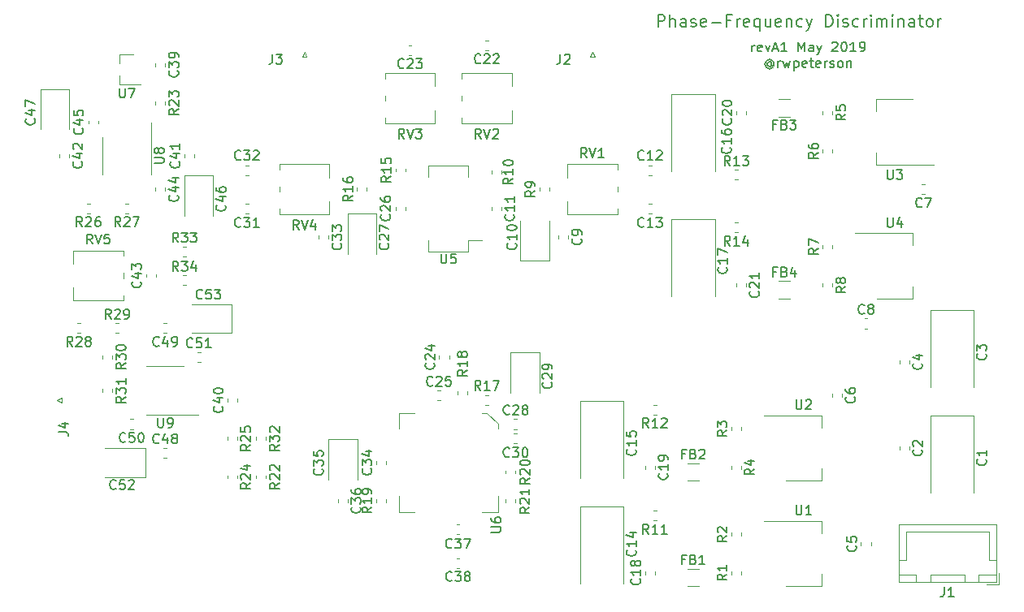
<source format=gto>
G04 #@! TF.GenerationSoftware,KiCad,Pcbnew,(5.1.2)-1*
G04 #@! TF.CreationDate,2019-05-31T11:35:42+02:00*
G04 #@! TF.ProjectId,phasefreq,70686173-6566-4726-9571-2e6b69636164,rev?*
G04 #@! TF.SameCoordinates,Original*
G04 #@! TF.FileFunction,Legend,Top*
G04 #@! TF.FilePolarity,Positive*
%FSLAX46Y46*%
G04 Gerber Fmt 4.6, Leading zero omitted, Abs format (unit mm)*
G04 Created by KiCad (PCBNEW (5.1.2)-1) date 2019-05-31 11:35:42*
%MOMM*%
%LPD*%
G04 APERTURE LIST*
%ADD10C,0.150000*%
%ADD11C,0.120000*%
%ADD12C,0.100000*%
%ADD13R,1.702000X0.512000*%
%ADD14C,0.902000*%
%ADD15C,6.502000*%
%ADD16C,0.977000*%
%ADD17C,1.802000*%
%ADD18O,1.802000X2.052000*%
%ADD19R,2.102000X1.602000*%
%ADD20R,2.102000X3.902000*%
%ADD21R,2.027000X0.802000*%
%ADD22R,0.802000X2.027000*%
%ADD23R,1.002000X0.902000*%
%ADD24C,2.177000*%
%ADD25C,1.427000*%
%ADD26C,1.352000*%
%ADD27R,1.602000X5.182000*%
%ADD28R,5.182000X1.602000*%
%ADD29R,2.102000X1.402000*%
%ADD30R,2.102000X2.102000*%
%ADD31C,0.702000*%
G04 APERTURE END LIST*
D10*
X214642857Y-78627380D02*
X214642857Y-77960714D01*
X214642857Y-78151190D02*
X214690476Y-78055952D01*
X214738095Y-78008333D01*
X214833333Y-77960714D01*
X214928571Y-77960714D01*
X215642857Y-78579761D02*
X215547619Y-78627380D01*
X215357142Y-78627380D01*
X215261904Y-78579761D01*
X215214285Y-78484523D01*
X215214285Y-78103571D01*
X215261904Y-78008333D01*
X215357142Y-77960714D01*
X215547619Y-77960714D01*
X215642857Y-78008333D01*
X215690476Y-78103571D01*
X215690476Y-78198809D01*
X215214285Y-78294047D01*
X216023809Y-77960714D02*
X216261904Y-78627380D01*
X216500000Y-77960714D01*
X216833333Y-78341666D02*
X217309523Y-78341666D01*
X216738095Y-78627380D02*
X217071428Y-77627380D01*
X217404761Y-78627380D01*
X218261904Y-78627380D02*
X217690476Y-78627380D01*
X217976190Y-78627380D02*
X217976190Y-77627380D01*
X217880952Y-77770238D01*
X217785714Y-77865476D01*
X217690476Y-77913095D01*
X219452380Y-78627380D02*
X219452380Y-77627380D01*
X219785714Y-78341666D01*
X220119047Y-77627380D01*
X220119047Y-78627380D01*
X221023809Y-78627380D02*
X221023809Y-78103571D01*
X220976190Y-78008333D01*
X220880952Y-77960714D01*
X220690476Y-77960714D01*
X220595238Y-78008333D01*
X221023809Y-78579761D02*
X220928571Y-78627380D01*
X220690476Y-78627380D01*
X220595238Y-78579761D01*
X220547619Y-78484523D01*
X220547619Y-78389285D01*
X220595238Y-78294047D01*
X220690476Y-78246428D01*
X220928571Y-78246428D01*
X221023809Y-78198809D01*
X221404761Y-77960714D02*
X221642857Y-78627380D01*
X221880952Y-77960714D02*
X221642857Y-78627380D01*
X221547619Y-78865476D01*
X221500000Y-78913095D01*
X221404761Y-78960714D01*
X222976190Y-77722619D02*
X223023809Y-77675000D01*
X223119047Y-77627380D01*
X223357142Y-77627380D01*
X223452380Y-77675000D01*
X223500000Y-77722619D01*
X223547619Y-77817857D01*
X223547619Y-77913095D01*
X223500000Y-78055952D01*
X222928571Y-78627380D01*
X223547619Y-78627380D01*
X224166666Y-77627380D02*
X224261904Y-77627380D01*
X224357142Y-77675000D01*
X224404761Y-77722619D01*
X224452380Y-77817857D01*
X224500000Y-78008333D01*
X224500000Y-78246428D01*
X224452380Y-78436904D01*
X224404761Y-78532142D01*
X224357142Y-78579761D01*
X224261904Y-78627380D01*
X224166666Y-78627380D01*
X224071428Y-78579761D01*
X224023809Y-78532142D01*
X223976190Y-78436904D01*
X223928571Y-78246428D01*
X223928571Y-78008333D01*
X223976190Y-77817857D01*
X224023809Y-77722619D01*
X224071428Y-77675000D01*
X224166666Y-77627380D01*
X225452380Y-78627380D02*
X224880952Y-78627380D01*
X225166666Y-78627380D02*
X225166666Y-77627380D01*
X225071428Y-77770238D01*
X224976190Y-77865476D01*
X224880952Y-77913095D01*
X225928571Y-78627380D02*
X226119047Y-78627380D01*
X226214285Y-78579761D01*
X226261904Y-78532142D01*
X226357142Y-78389285D01*
X226404761Y-78198809D01*
X226404761Y-77817857D01*
X226357142Y-77722619D01*
X226309523Y-77675000D01*
X226214285Y-77627380D01*
X226023809Y-77627380D01*
X225928571Y-77675000D01*
X225880952Y-77722619D01*
X225833333Y-77817857D01*
X225833333Y-78055952D01*
X225880952Y-78151190D01*
X225928571Y-78198809D01*
X226023809Y-78246428D01*
X226214285Y-78246428D01*
X226309523Y-78198809D01*
X226357142Y-78151190D01*
X226404761Y-78055952D01*
X216666666Y-79801190D02*
X216619047Y-79753571D01*
X216523809Y-79705952D01*
X216428571Y-79705952D01*
X216333333Y-79753571D01*
X216285714Y-79801190D01*
X216238095Y-79896428D01*
X216238095Y-79991666D01*
X216285714Y-80086904D01*
X216333333Y-80134523D01*
X216428571Y-80182142D01*
X216523809Y-80182142D01*
X216619047Y-80134523D01*
X216666666Y-80086904D01*
X216666666Y-79705952D02*
X216666666Y-80086904D01*
X216714285Y-80134523D01*
X216761904Y-80134523D01*
X216857142Y-80086904D01*
X216904761Y-79991666D01*
X216904761Y-79753571D01*
X216809523Y-79610714D01*
X216666666Y-79515476D01*
X216476190Y-79467857D01*
X216285714Y-79515476D01*
X216142857Y-79610714D01*
X216047619Y-79753571D01*
X216000000Y-79944047D01*
X216047619Y-80134523D01*
X216142857Y-80277380D01*
X216285714Y-80372619D01*
X216476190Y-80420238D01*
X216666666Y-80372619D01*
X216809523Y-80277380D01*
X217333333Y-80277380D02*
X217333333Y-79610714D01*
X217333333Y-79801190D02*
X217380952Y-79705952D01*
X217428571Y-79658333D01*
X217523809Y-79610714D01*
X217619047Y-79610714D01*
X217857142Y-79610714D02*
X218047619Y-80277380D01*
X218238095Y-79801190D01*
X218428571Y-80277380D01*
X218619047Y-79610714D01*
X219000000Y-79610714D02*
X219000000Y-80610714D01*
X219000000Y-79658333D02*
X219095238Y-79610714D01*
X219285714Y-79610714D01*
X219380952Y-79658333D01*
X219428571Y-79705952D01*
X219476190Y-79801190D01*
X219476190Y-80086904D01*
X219428571Y-80182142D01*
X219380952Y-80229761D01*
X219285714Y-80277380D01*
X219095238Y-80277380D01*
X219000000Y-80229761D01*
X220285714Y-80229761D02*
X220190476Y-80277380D01*
X220000000Y-80277380D01*
X219904761Y-80229761D01*
X219857142Y-80134523D01*
X219857142Y-79753571D01*
X219904761Y-79658333D01*
X220000000Y-79610714D01*
X220190476Y-79610714D01*
X220285714Y-79658333D01*
X220333333Y-79753571D01*
X220333333Y-79848809D01*
X219857142Y-79944047D01*
X220619047Y-79610714D02*
X221000000Y-79610714D01*
X220761904Y-79277380D02*
X220761904Y-80134523D01*
X220809523Y-80229761D01*
X220904761Y-80277380D01*
X221000000Y-80277380D01*
X221714285Y-80229761D02*
X221619047Y-80277380D01*
X221428571Y-80277380D01*
X221333333Y-80229761D01*
X221285714Y-80134523D01*
X221285714Y-79753571D01*
X221333333Y-79658333D01*
X221428571Y-79610714D01*
X221619047Y-79610714D01*
X221714285Y-79658333D01*
X221761904Y-79753571D01*
X221761904Y-79848809D01*
X221285714Y-79944047D01*
X222190476Y-80277380D02*
X222190476Y-79610714D01*
X222190476Y-79801190D02*
X222238095Y-79705952D01*
X222285714Y-79658333D01*
X222380952Y-79610714D01*
X222476190Y-79610714D01*
X222761904Y-80229761D02*
X222857142Y-80277380D01*
X223047619Y-80277380D01*
X223142857Y-80229761D01*
X223190476Y-80134523D01*
X223190476Y-80086904D01*
X223142857Y-79991666D01*
X223047619Y-79944047D01*
X222904761Y-79944047D01*
X222809523Y-79896428D01*
X222761904Y-79801190D01*
X222761904Y-79753571D01*
X222809523Y-79658333D01*
X222904761Y-79610714D01*
X223047619Y-79610714D01*
X223142857Y-79658333D01*
X223761904Y-80277380D02*
X223666666Y-80229761D01*
X223619047Y-80182142D01*
X223571428Y-80086904D01*
X223571428Y-79801190D01*
X223619047Y-79705952D01*
X223666666Y-79658333D01*
X223761904Y-79610714D01*
X223904761Y-79610714D01*
X224000000Y-79658333D01*
X224047619Y-79705952D01*
X224095238Y-79801190D01*
X224095238Y-80086904D01*
X224047619Y-80182142D01*
X224000000Y-80229761D01*
X223904761Y-80277380D01*
X223761904Y-80277380D01*
X224523809Y-79610714D02*
X224523809Y-80277380D01*
X224523809Y-79705952D02*
X224571428Y-79658333D01*
X224666666Y-79610714D01*
X224809523Y-79610714D01*
X224904761Y-79658333D01*
X224952380Y-79753571D01*
X224952380Y-80277380D01*
X204827380Y-76065476D02*
X204827380Y-74815476D01*
X205303571Y-74815476D01*
X205422619Y-74875000D01*
X205482142Y-74934523D01*
X205541666Y-75053571D01*
X205541666Y-75232142D01*
X205482142Y-75351190D01*
X205422619Y-75410714D01*
X205303571Y-75470238D01*
X204827380Y-75470238D01*
X206077380Y-76065476D02*
X206077380Y-74815476D01*
X206613095Y-76065476D02*
X206613095Y-75410714D01*
X206553571Y-75291666D01*
X206434523Y-75232142D01*
X206255952Y-75232142D01*
X206136904Y-75291666D01*
X206077380Y-75351190D01*
X207744047Y-76065476D02*
X207744047Y-75410714D01*
X207684523Y-75291666D01*
X207565476Y-75232142D01*
X207327380Y-75232142D01*
X207208333Y-75291666D01*
X207744047Y-76005952D02*
X207625000Y-76065476D01*
X207327380Y-76065476D01*
X207208333Y-76005952D01*
X207148809Y-75886904D01*
X207148809Y-75767857D01*
X207208333Y-75648809D01*
X207327380Y-75589285D01*
X207625000Y-75589285D01*
X207744047Y-75529761D01*
X208279761Y-76005952D02*
X208398809Y-76065476D01*
X208636904Y-76065476D01*
X208755952Y-76005952D01*
X208815476Y-75886904D01*
X208815476Y-75827380D01*
X208755952Y-75708333D01*
X208636904Y-75648809D01*
X208458333Y-75648809D01*
X208339285Y-75589285D01*
X208279761Y-75470238D01*
X208279761Y-75410714D01*
X208339285Y-75291666D01*
X208458333Y-75232142D01*
X208636904Y-75232142D01*
X208755952Y-75291666D01*
X209827380Y-76005952D02*
X209708333Y-76065476D01*
X209470238Y-76065476D01*
X209351190Y-76005952D01*
X209291666Y-75886904D01*
X209291666Y-75410714D01*
X209351190Y-75291666D01*
X209470238Y-75232142D01*
X209708333Y-75232142D01*
X209827380Y-75291666D01*
X209886904Y-75410714D01*
X209886904Y-75529761D01*
X209291666Y-75648809D01*
X210422619Y-75589285D02*
X211375000Y-75589285D01*
X212386904Y-75410714D02*
X211970238Y-75410714D01*
X211970238Y-76065476D02*
X211970238Y-74815476D01*
X212565476Y-74815476D01*
X213041666Y-76065476D02*
X213041666Y-75232142D01*
X213041666Y-75470238D02*
X213101190Y-75351190D01*
X213160714Y-75291666D01*
X213279761Y-75232142D01*
X213398809Y-75232142D01*
X214291666Y-76005952D02*
X214172619Y-76065476D01*
X213934523Y-76065476D01*
X213815476Y-76005952D01*
X213755952Y-75886904D01*
X213755952Y-75410714D01*
X213815476Y-75291666D01*
X213934523Y-75232142D01*
X214172619Y-75232142D01*
X214291666Y-75291666D01*
X214351190Y-75410714D01*
X214351190Y-75529761D01*
X213755952Y-75648809D01*
X215422619Y-75232142D02*
X215422619Y-76482142D01*
X215422619Y-76005952D02*
X215303571Y-76065476D01*
X215065476Y-76065476D01*
X214946428Y-76005952D01*
X214886904Y-75946428D01*
X214827380Y-75827380D01*
X214827380Y-75470238D01*
X214886904Y-75351190D01*
X214946428Y-75291666D01*
X215065476Y-75232142D01*
X215303571Y-75232142D01*
X215422619Y-75291666D01*
X216553571Y-75232142D02*
X216553571Y-76065476D01*
X216017857Y-75232142D02*
X216017857Y-75886904D01*
X216077380Y-76005952D01*
X216196428Y-76065476D01*
X216375000Y-76065476D01*
X216494047Y-76005952D01*
X216553571Y-75946428D01*
X217625000Y-76005952D02*
X217505952Y-76065476D01*
X217267857Y-76065476D01*
X217148809Y-76005952D01*
X217089285Y-75886904D01*
X217089285Y-75410714D01*
X217148809Y-75291666D01*
X217267857Y-75232142D01*
X217505952Y-75232142D01*
X217625000Y-75291666D01*
X217684523Y-75410714D01*
X217684523Y-75529761D01*
X217089285Y-75648809D01*
X218220238Y-75232142D02*
X218220238Y-76065476D01*
X218220238Y-75351190D02*
X218279761Y-75291666D01*
X218398809Y-75232142D01*
X218577380Y-75232142D01*
X218696428Y-75291666D01*
X218755952Y-75410714D01*
X218755952Y-76065476D01*
X219886904Y-76005952D02*
X219767857Y-76065476D01*
X219529761Y-76065476D01*
X219410714Y-76005952D01*
X219351190Y-75946428D01*
X219291666Y-75827380D01*
X219291666Y-75470238D01*
X219351190Y-75351190D01*
X219410714Y-75291666D01*
X219529761Y-75232142D01*
X219767857Y-75232142D01*
X219886904Y-75291666D01*
X220303571Y-75232142D02*
X220601190Y-76065476D01*
X220898809Y-75232142D02*
X220601190Y-76065476D01*
X220482142Y-76363095D01*
X220422619Y-76422619D01*
X220303571Y-76482142D01*
X222327380Y-76065476D02*
X222327380Y-74815476D01*
X222625000Y-74815476D01*
X222803571Y-74875000D01*
X222922619Y-74994047D01*
X222982142Y-75113095D01*
X223041666Y-75351190D01*
X223041666Y-75529761D01*
X222982142Y-75767857D01*
X222922619Y-75886904D01*
X222803571Y-76005952D01*
X222625000Y-76065476D01*
X222327380Y-76065476D01*
X223577380Y-76065476D02*
X223577380Y-75232142D01*
X223577380Y-74815476D02*
X223517857Y-74875000D01*
X223577380Y-74934523D01*
X223636904Y-74875000D01*
X223577380Y-74815476D01*
X223577380Y-74934523D01*
X224113095Y-76005952D02*
X224232142Y-76065476D01*
X224470238Y-76065476D01*
X224589285Y-76005952D01*
X224648809Y-75886904D01*
X224648809Y-75827380D01*
X224589285Y-75708333D01*
X224470238Y-75648809D01*
X224291666Y-75648809D01*
X224172619Y-75589285D01*
X224113095Y-75470238D01*
X224113095Y-75410714D01*
X224172619Y-75291666D01*
X224291666Y-75232142D01*
X224470238Y-75232142D01*
X224589285Y-75291666D01*
X225720238Y-76005952D02*
X225601190Y-76065476D01*
X225363095Y-76065476D01*
X225244047Y-76005952D01*
X225184523Y-75946428D01*
X225125000Y-75827380D01*
X225125000Y-75470238D01*
X225184523Y-75351190D01*
X225244047Y-75291666D01*
X225363095Y-75232142D01*
X225601190Y-75232142D01*
X225720238Y-75291666D01*
X226255952Y-76065476D02*
X226255952Y-75232142D01*
X226255952Y-75470238D02*
X226315476Y-75351190D01*
X226375000Y-75291666D01*
X226494047Y-75232142D01*
X226613095Y-75232142D01*
X227029761Y-76065476D02*
X227029761Y-75232142D01*
X227029761Y-74815476D02*
X226970238Y-74875000D01*
X227029761Y-74934523D01*
X227089285Y-74875000D01*
X227029761Y-74815476D01*
X227029761Y-74934523D01*
X227625000Y-76065476D02*
X227625000Y-75232142D01*
X227625000Y-75351190D02*
X227684523Y-75291666D01*
X227803571Y-75232142D01*
X227982142Y-75232142D01*
X228101190Y-75291666D01*
X228160714Y-75410714D01*
X228160714Y-76065476D01*
X228160714Y-75410714D02*
X228220238Y-75291666D01*
X228339285Y-75232142D01*
X228517857Y-75232142D01*
X228636904Y-75291666D01*
X228696428Y-75410714D01*
X228696428Y-76065476D01*
X229291666Y-76065476D02*
X229291666Y-75232142D01*
X229291666Y-74815476D02*
X229232142Y-74875000D01*
X229291666Y-74934523D01*
X229351190Y-74875000D01*
X229291666Y-74815476D01*
X229291666Y-74934523D01*
X229886904Y-75232142D02*
X229886904Y-76065476D01*
X229886904Y-75351190D02*
X229946428Y-75291666D01*
X230065476Y-75232142D01*
X230244047Y-75232142D01*
X230363095Y-75291666D01*
X230422619Y-75410714D01*
X230422619Y-76065476D01*
X231553571Y-76065476D02*
X231553571Y-75410714D01*
X231494047Y-75291666D01*
X231375000Y-75232142D01*
X231136904Y-75232142D01*
X231017857Y-75291666D01*
X231553571Y-76005952D02*
X231434523Y-76065476D01*
X231136904Y-76065476D01*
X231017857Y-76005952D01*
X230958333Y-75886904D01*
X230958333Y-75767857D01*
X231017857Y-75648809D01*
X231136904Y-75589285D01*
X231434523Y-75589285D01*
X231553571Y-75529761D01*
X231970238Y-75232142D02*
X232446428Y-75232142D01*
X232148809Y-74815476D02*
X232148809Y-75886904D01*
X232208333Y-76005952D01*
X232327380Y-76065476D01*
X232446428Y-76065476D01*
X233041666Y-76065476D02*
X232922619Y-76005952D01*
X232863095Y-75946428D01*
X232803571Y-75827380D01*
X232803571Y-75470238D01*
X232863095Y-75351190D01*
X232922619Y-75291666D01*
X233041666Y-75232142D01*
X233220238Y-75232142D01*
X233339285Y-75291666D01*
X233398809Y-75351190D01*
X233458333Y-75470238D01*
X233458333Y-75827380D01*
X233398809Y-75946428D01*
X233339285Y-76005952D01*
X233220238Y-76065476D01*
X233041666Y-76065476D01*
X233994047Y-76065476D02*
X233994047Y-75232142D01*
X233994047Y-75470238D02*
X234053571Y-75351190D01*
X234113095Y-75291666D01*
X234232142Y-75232142D01*
X234351190Y-75232142D01*
D11*
X185075000Y-91730000D02*
X185075000Y-90555000D01*
X185075000Y-90555000D02*
X180925000Y-90555000D01*
X185075000Y-99505000D02*
X180925000Y-99505000D01*
X186500000Y-98330000D02*
X185075000Y-98330000D01*
X180925000Y-91730000D02*
X180925000Y-90555000D01*
X185075000Y-98330000D02*
X185075000Y-99505000D01*
X180925000Y-98330000D02*
X180925000Y-99505000D01*
X178510000Y-91162779D02*
X178510000Y-90837221D01*
X177490000Y-91162779D02*
X177490000Y-90837221D01*
X162990000Y-118837221D02*
X162990000Y-119162779D01*
X164010000Y-118837221D02*
X164010000Y-119162779D01*
X240060000Y-133960000D02*
X240060000Y-127990000D01*
X240060000Y-127990000D02*
X229940000Y-127990000D01*
X229940000Y-127990000D02*
X229940000Y-133960000D01*
X229940000Y-133960000D02*
X240060000Y-133960000D01*
X236750000Y-133950000D02*
X236750000Y-133200000D01*
X236750000Y-133200000D02*
X233250000Y-133200000D01*
X233250000Y-133200000D02*
X233250000Y-133950000D01*
X233250000Y-133950000D02*
X236750000Y-133950000D01*
X240050000Y-133950000D02*
X240050000Y-133200000D01*
X240050000Y-133200000D02*
X238250000Y-133200000D01*
X238250000Y-133200000D02*
X238250000Y-133950000D01*
X238250000Y-133950000D02*
X240050000Y-133950000D01*
X231750000Y-133950000D02*
X231750000Y-133200000D01*
X231750000Y-133200000D02*
X229950000Y-133200000D01*
X229950000Y-133200000D02*
X229950000Y-133950000D01*
X229950000Y-133950000D02*
X231750000Y-133950000D01*
X240050000Y-131700000D02*
X239300000Y-131700000D01*
X239300000Y-131700000D02*
X239300000Y-128750000D01*
X239300000Y-128750000D02*
X235000000Y-128750000D01*
X229950000Y-131700000D02*
X230700000Y-131700000D01*
X230700000Y-131700000D02*
X230700000Y-128750000D01*
X230700000Y-128750000D02*
X235000000Y-128750000D01*
X239100000Y-134250000D02*
X240350000Y-134250000D01*
X240350000Y-134250000D02*
X240350000Y-133000000D01*
X215900000Y-127590000D02*
X221910000Y-127590000D01*
X218150000Y-134410000D02*
X221910000Y-134410000D01*
X221910000Y-127590000D02*
X221910000Y-128850000D01*
X221910000Y-134410000D02*
X221910000Y-133150000D01*
X221910000Y-123410000D02*
X221910000Y-122150000D01*
X221910000Y-116590000D02*
X221910000Y-117850000D01*
X218150000Y-123410000D02*
X221910000Y-123410000D01*
X215900000Y-116590000D02*
X221910000Y-116590000D01*
X231410000Y-104410000D02*
X231410000Y-103150000D01*
X231410000Y-97590000D02*
X231410000Y-98850000D01*
X227650000Y-104410000D02*
X231410000Y-104410000D01*
X225400000Y-97590000D02*
X231410000Y-97590000D01*
D12*
X188165000Y-117985000D02*
X188165000Y-117485000D01*
X188165000Y-117485000D02*
X187015000Y-116335000D01*
X187015000Y-116335000D02*
X186515000Y-116335000D01*
X188165000Y-125015000D02*
X188165000Y-126665000D01*
X188165000Y-126665000D02*
X186515000Y-126665000D01*
X177835000Y-117985000D02*
X177835000Y-116335000D01*
X177835000Y-116335000D02*
X179485000Y-116335000D01*
X177835000Y-125015000D02*
X177835000Y-126665000D01*
X177835000Y-126665000D02*
X179485000Y-126665000D01*
D11*
X148740000Y-78920000D02*
X148740000Y-79850000D01*
X148740000Y-82080000D02*
X148740000Y-81150000D01*
X148740000Y-82080000D02*
X150900000Y-82080000D01*
X148740000Y-78920000D02*
X150200000Y-78920000D01*
X237760000Y-124650000D02*
X237760000Y-116590000D01*
X237760000Y-116590000D02*
X233240000Y-116590000D01*
X233240000Y-116590000D02*
X233240000Y-124650000D01*
X229990000Y-119837221D02*
X229990000Y-120162779D01*
X231010000Y-119837221D02*
X231010000Y-120162779D01*
X233240000Y-105590000D02*
X233240000Y-113650000D01*
X237760000Y-105590000D02*
X233240000Y-105590000D01*
X237760000Y-113650000D02*
X237760000Y-105590000D01*
X231010000Y-110837221D02*
X231010000Y-111162779D01*
X229990000Y-110837221D02*
X229990000Y-111162779D01*
X227010000Y-130162779D02*
X227010000Y-129837221D01*
X225990000Y-130162779D02*
X225990000Y-129837221D01*
X222990000Y-114337221D02*
X222990000Y-114662779D01*
X224010000Y-114337221D02*
X224010000Y-114662779D01*
X232662779Y-93510000D02*
X232337221Y-93510000D01*
X232662779Y-92490000D02*
X232337221Y-92490000D01*
X226337221Y-106490000D02*
X226662779Y-106490000D01*
X226337221Y-107510000D02*
X226662779Y-107510000D01*
X195510000Y-97837221D02*
X195510000Y-98162779D01*
X194490000Y-97837221D02*
X194490000Y-98162779D01*
X190490000Y-96250000D02*
X190490000Y-100460000D01*
X190490000Y-100460000D02*
X193510000Y-100460000D01*
X193510000Y-100460000D02*
X193510000Y-96250000D01*
X188510000Y-94837221D02*
X188510000Y-95162779D01*
X187490000Y-94837221D02*
X187490000Y-95162779D01*
X204162779Y-90490000D02*
X203837221Y-90490000D01*
X204162779Y-91510000D02*
X203837221Y-91510000D01*
X203837221Y-95510000D02*
X204162779Y-95510000D01*
X203837221Y-94490000D02*
X204162779Y-94490000D01*
X201260000Y-134150000D02*
X201260000Y-126090000D01*
X201260000Y-126090000D02*
X196740000Y-126090000D01*
X196740000Y-126090000D02*
X196740000Y-134150000D01*
X196740000Y-115090000D02*
X196740000Y-123150000D01*
X201260000Y-115090000D02*
X196740000Y-115090000D01*
X201260000Y-123150000D02*
X201260000Y-115090000D01*
X206240000Y-83090000D02*
X206240000Y-91150000D01*
X210760000Y-83090000D02*
X206240000Y-83090000D01*
X210760000Y-91150000D02*
X210760000Y-83090000D01*
X210760000Y-104150000D02*
X210760000Y-96090000D01*
X210760000Y-96090000D02*
X206240000Y-96090000D01*
X206240000Y-96090000D02*
X206240000Y-104150000D01*
X204510000Y-133162779D02*
X204510000Y-132837221D01*
X203490000Y-133162779D02*
X203490000Y-132837221D01*
X204510000Y-121837221D02*
X204510000Y-122162779D01*
X203490000Y-121837221D02*
X203490000Y-122162779D01*
X212990000Y-85162779D02*
X212990000Y-84837221D01*
X214010000Y-85162779D02*
X214010000Y-84837221D01*
X212990000Y-102837221D02*
X212990000Y-103162779D01*
X214010000Y-102837221D02*
X214010000Y-103162779D01*
X187162779Y-77490000D02*
X186837221Y-77490000D01*
X187162779Y-78510000D02*
X186837221Y-78510000D01*
X179162779Y-77990000D02*
X178837221Y-77990000D01*
X179162779Y-79010000D02*
X178837221Y-79010000D01*
X182050000Y-110662779D02*
X182050000Y-110337221D01*
X183070000Y-110662779D02*
X183070000Y-110337221D01*
X181837221Y-113990000D02*
X182162779Y-113990000D01*
X181837221Y-115010000D02*
X182162779Y-115010000D01*
X177490000Y-94837221D02*
X177490000Y-95162779D01*
X178510000Y-94837221D02*
X178510000Y-95162779D01*
X175510000Y-99750000D02*
X175510000Y-95540000D01*
X175510000Y-95540000D02*
X172490000Y-95540000D01*
X172490000Y-95540000D02*
X172490000Y-99750000D01*
X189837221Y-116990000D02*
X190162779Y-116990000D01*
X189837221Y-118010000D02*
X190162779Y-118010000D01*
X189490000Y-110040000D02*
X189490000Y-114250000D01*
X192510000Y-110040000D02*
X189490000Y-110040000D01*
X192510000Y-114250000D02*
X192510000Y-110040000D01*
X189837221Y-119505000D02*
X190162779Y-119505000D01*
X189837221Y-118485000D02*
X190162779Y-118485000D01*
X161837221Y-94490000D02*
X162162779Y-94490000D01*
X161837221Y-95510000D02*
X162162779Y-95510000D01*
X162162779Y-90490000D02*
X161837221Y-90490000D01*
X162162779Y-91510000D02*
X161837221Y-91510000D01*
X169490000Y-97837221D02*
X169490000Y-98162779D01*
X170510000Y-97837221D02*
X170510000Y-98162779D01*
X176510000Y-121662779D02*
X176510000Y-121337221D01*
X175490000Y-121662779D02*
X175490000Y-121337221D01*
X170490000Y-119075000D02*
X170490000Y-123285000D01*
X173510000Y-119075000D02*
X170490000Y-119075000D01*
X173510000Y-123285000D02*
X173510000Y-119075000D01*
X171490000Y-125337221D02*
X171490000Y-125662779D01*
X172510000Y-125337221D02*
X172510000Y-125662779D01*
X183837221Y-127990000D02*
X184162779Y-127990000D01*
X183837221Y-129010000D02*
X184162779Y-129010000D01*
X184167779Y-131490000D02*
X183842221Y-131490000D01*
X184167779Y-132510000D02*
X183842221Y-132510000D01*
X153510000Y-79837221D02*
X153510000Y-80162779D01*
X152490000Y-79837221D02*
X152490000Y-80162779D01*
X159990000Y-115162779D02*
X159990000Y-114837221D01*
X161010000Y-115162779D02*
X161010000Y-114837221D01*
X155490000Y-89662779D02*
X155490000Y-89337221D01*
X156510000Y-89662779D02*
X156510000Y-89337221D01*
X143510000Y-89337221D02*
X143510000Y-89662779D01*
X142490000Y-89337221D02*
X142490000Y-89662779D01*
X151490000Y-102162779D02*
X151490000Y-101837221D01*
X152510000Y-102162779D02*
X152510000Y-101837221D01*
X153510000Y-92837221D02*
X153510000Y-93162779D01*
X152490000Y-92837221D02*
X152490000Y-93162779D01*
X146510000Y-86162779D02*
X146510000Y-85837221D01*
X145490000Y-86162779D02*
X145490000Y-85837221D01*
X155490000Y-91540000D02*
X155490000Y-95750000D01*
X158510000Y-91540000D02*
X155490000Y-91540000D01*
X158510000Y-95750000D02*
X158510000Y-91540000D01*
X143510000Y-86750000D02*
X143510000Y-82540000D01*
X143510000Y-82540000D02*
X140490000Y-82540000D01*
X140490000Y-82540000D02*
X140490000Y-86750000D01*
X153337221Y-121010000D02*
X153662779Y-121010000D01*
X153337221Y-119990000D02*
X153662779Y-119990000D01*
X153662779Y-106990000D02*
X153337221Y-106990000D01*
X153662779Y-108010000D02*
X153337221Y-108010000D01*
X150162779Y-118010000D02*
X149837221Y-118010000D01*
X150162779Y-116990000D02*
X149837221Y-116990000D01*
X156837221Y-109990000D02*
X157162779Y-109990000D01*
X156837221Y-111010000D02*
X157162779Y-111010000D01*
X147250000Y-123010000D02*
X151460000Y-123010000D01*
X151460000Y-123010000D02*
X151460000Y-119990000D01*
X151460000Y-119990000D02*
X147250000Y-119990000D01*
X160460000Y-104990000D02*
X156250000Y-104990000D01*
X160460000Y-108010000D02*
X160460000Y-104990000D01*
X156250000Y-108010000D02*
X160460000Y-108010000D01*
X207897936Y-132590000D02*
X209102064Y-132590000D01*
X207897936Y-134410000D02*
X209102064Y-134410000D01*
X207897936Y-123410000D02*
X209102064Y-123410000D01*
X207897936Y-121590000D02*
X209102064Y-121590000D01*
X218602064Y-83590000D02*
X217397936Y-83590000D01*
X218602064Y-85410000D02*
X217397936Y-85410000D01*
X217397936Y-102590000D02*
X218602064Y-102590000D01*
X217397936Y-104410000D02*
X218602064Y-104410000D01*
X198250000Y-79210000D02*
X198000000Y-78710000D01*
X197750000Y-79210000D02*
X198250000Y-79210000D01*
X198000000Y-78710000D02*
X197750000Y-79210000D01*
X168000000Y-78710000D02*
X167750000Y-79210000D01*
X167750000Y-79210000D02*
X168250000Y-79210000D01*
X168250000Y-79210000D02*
X168000000Y-78710000D01*
X142710000Y-114750000D02*
X142210000Y-115000000D01*
X142710000Y-115250000D02*
X142710000Y-114750000D01*
X142210000Y-115000000D02*
X142710000Y-115250000D01*
X213510000Y-133162779D02*
X213510000Y-132837221D01*
X212490000Y-133162779D02*
X212490000Y-132837221D01*
X212490000Y-129162779D02*
X212490000Y-128837221D01*
X213510000Y-129162779D02*
X213510000Y-128837221D01*
X213510000Y-118162779D02*
X213510000Y-117837221D01*
X212490000Y-118162779D02*
X212490000Y-117837221D01*
X213510000Y-121837221D02*
X213510000Y-122162779D01*
X212490000Y-121837221D02*
X212490000Y-122162779D01*
X221990000Y-84837221D02*
X221990000Y-85162779D01*
X223010000Y-84837221D02*
X223010000Y-85162779D01*
X221990000Y-89162779D02*
X221990000Y-88837221D01*
X223010000Y-89162779D02*
X223010000Y-88837221D01*
X221990000Y-99162779D02*
X221990000Y-98837221D01*
X223010000Y-99162779D02*
X223010000Y-98837221D01*
X221990000Y-102837221D02*
X221990000Y-103162779D01*
X223010000Y-102837221D02*
X223010000Y-103162779D01*
X192490000Y-93162779D02*
X192490000Y-92837221D01*
X193510000Y-93162779D02*
X193510000Y-92837221D01*
X187490000Y-91382779D02*
X187490000Y-91057221D01*
X188510000Y-91382779D02*
X188510000Y-91057221D01*
X204337221Y-127510000D02*
X204662779Y-127510000D01*
X204337221Y-126490000D02*
X204662779Y-126490000D01*
X204662779Y-115490000D02*
X204337221Y-115490000D01*
X204662779Y-116510000D02*
X204337221Y-116510000D01*
X212837221Y-90990000D02*
X213162779Y-90990000D01*
X212837221Y-92010000D02*
X213162779Y-92010000D01*
X213162779Y-97510000D02*
X212837221Y-97510000D01*
X213162779Y-96490000D02*
X212837221Y-96490000D01*
X174510000Y-93162779D02*
X174510000Y-92837221D01*
X173490000Y-93162779D02*
X173490000Y-92837221D01*
X187162779Y-114490000D02*
X186837221Y-114490000D01*
X187162779Y-115510000D02*
X186837221Y-115510000D01*
X185010000Y-114049721D02*
X185010000Y-114375279D01*
X183990000Y-114049721D02*
X183990000Y-114375279D01*
X176510000Y-125662779D02*
X176510000Y-125337221D01*
X175490000Y-125662779D02*
X175490000Y-125337221D01*
X188990000Y-122337221D02*
X188990000Y-122662779D01*
X190010000Y-122337221D02*
X190010000Y-122662779D01*
X190010000Y-125337221D02*
X190010000Y-125662779D01*
X188990000Y-125337221D02*
X188990000Y-125662779D01*
X162990000Y-122837221D02*
X162990000Y-123162779D01*
X164010000Y-122837221D02*
X164010000Y-123162779D01*
X153510000Y-83837221D02*
X153510000Y-84162779D01*
X152490000Y-83837221D02*
X152490000Y-84162779D01*
X161010000Y-122837221D02*
X161010000Y-123162779D01*
X159990000Y-122837221D02*
X159990000Y-123162779D01*
X159990000Y-118837221D02*
X159990000Y-119162779D01*
X161010000Y-118837221D02*
X161010000Y-119162779D01*
X145662779Y-94490000D02*
X145337221Y-94490000D01*
X145662779Y-95510000D02*
X145337221Y-95510000D01*
X149662779Y-95510000D02*
X149337221Y-95510000D01*
X149662779Y-94490000D02*
X149337221Y-94490000D01*
X144662779Y-108010000D02*
X144337221Y-108010000D01*
X144662779Y-106990000D02*
X144337221Y-106990000D01*
X148337221Y-108010000D02*
X148662779Y-108010000D01*
X148337221Y-106990000D02*
X148662779Y-106990000D01*
X148010000Y-110337221D02*
X148010000Y-110662779D01*
X146990000Y-110337221D02*
X146990000Y-110662779D01*
X146990000Y-113837221D02*
X146990000Y-114162779D01*
X148010000Y-113837221D02*
X148010000Y-114162779D01*
X200620000Y-95040000D02*
X200620000Y-95620000D01*
X200620000Y-92740000D02*
X200620000Y-93260000D01*
X200620000Y-90380000D02*
X200620000Y-90961000D01*
X195380000Y-94240000D02*
X195380000Y-95620000D01*
X195380000Y-90380000D02*
X195380000Y-91760000D01*
X195380000Y-95620000D02*
X200620000Y-95620000D01*
X195380000Y-90380000D02*
X200620000Y-90380000D01*
X184380000Y-81460000D02*
X184380000Y-80880000D01*
X184380000Y-83760000D02*
X184380000Y-83240000D01*
X184380000Y-86120000D02*
X184380000Y-85539000D01*
X189620000Y-82260000D02*
X189620000Y-80880000D01*
X189620000Y-86120000D02*
X189620000Y-84740000D01*
X189620000Y-80880000D02*
X184380000Y-80880000D01*
X189620000Y-86120000D02*
X184380000Y-86120000D01*
X181620000Y-86120000D02*
X176380000Y-86120000D01*
X181620000Y-80880000D02*
X176380000Y-80880000D01*
X181620000Y-86120000D02*
X181620000Y-84740000D01*
X181620000Y-82260000D02*
X181620000Y-80880000D01*
X176380000Y-86120000D02*
X176380000Y-85539000D01*
X176380000Y-83760000D02*
X176380000Y-83240000D01*
X176380000Y-81460000D02*
X176380000Y-80880000D01*
X170620000Y-95620000D02*
X165380000Y-95620000D01*
X170620000Y-90380000D02*
X165380000Y-90380000D01*
X170620000Y-95620000D02*
X170620000Y-94240000D01*
X170620000Y-91760000D02*
X170620000Y-90380000D01*
X165380000Y-95620000D02*
X165380000Y-95039000D01*
X165380000Y-93260000D02*
X165380000Y-92740000D01*
X165380000Y-90960000D02*
X165380000Y-90380000D01*
X143880000Y-99380000D02*
X149120000Y-99380000D01*
X143880000Y-104620000D02*
X149120000Y-104620000D01*
X143880000Y-99380000D02*
X143880000Y-100760000D01*
X143880000Y-103240000D02*
X143880000Y-104620000D01*
X149120000Y-99380000D02*
X149120000Y-99961000D01*
X149120000Y-101740000D02*
X149120000Y-102260000D01*
X149120000Y-104040000D02*
X149120000Y-104620000D01*
X227590000Y-83590000D02*
X227590000Y-84850000D01*
X227590000Y-90410000D02*
X227590000Y-89150000D01*
X231350000Y-83590000D02*
X227590000Y-83590000D01*
X233600000Y-90410000D02*
X227590000Y-90410000D01*
X152060000Y-89500000D02*
X152060000Y-86050000D01*
X152060000Y-89500000D02*
X152060000Y-91450000D01*
X146940000Y-89500000D02*
X146940000Y-87550000D01*
X146940000Y-89500000D02*
X146940000Y-91450000D01*
X153500000Y-111440000D02*
X151550000Y-111440000D01*
X153500000Y-111440000D02*
X155450000Y-111440000D01*
X153500000Y-116560000D02*
X151550000Y-116560000D01*
X153500000Y-116560000D02*
X156950000Y-116560000D01*
X155337221Y-98990000D02*
X155662779Y-98990000D01*
X155337221Y-100010000D02*
X155662779Y-100010000D01*
X155337221Y-103010000D02*
X155662779Y-103010000D01*
X155337221Y-101990000D02*
X155662779Y-101990000D01*
D10*
X182238095Y-99732380D02*
X182238095Y-100541904D01*
X182285714Y-100637142D01*
X182333333Y-100684761D01*
X182428571Y-100732380D01*
X182619047Y-100732380D01*
X182714285Y-100684761D01*
X182761904Y-100637142D01*
X182809523Y-100541904D01*
X182809523Y-99732380D01*
X183761904Y-99732380D02*
X183285714Y-99732380D01*
X183238095Y-100208571D01*
X183285714Y-100160952D01*
X183380952Y-100113333D01*
X183619047Y-100113333D01*
X183714285Y-100160952D01*
X183761904Y-100208571D01*
X183809523Y-100303809D01*
X183809523Y-100541904D01*
X183761904Y-100637142D01*
X183714285Y-100684761D01*
X183619047Y-100732380D01*
X183380952Y-100732380D01*
X183285714Y-100684761D01*
X183238095Y-100637142D01*
X177022380Y-91642857D02*
X176546190Y-91976190D01*
X177022380Y-92214285D02*
X176022380Y-92214285D01*
X176022380Y-91833333D01*
X176070000Y-91738095D01*
X176117619Y-91690476D01*
X176212857Y-91642857D01*
X176355714Y-91642857D01*
X176450952Y-91690476D01*
X176498571Y-91738095D01*
X176546190Y-91833333D01*
X176546190Y-92214285D01*
X177022380Y-90690476D02*
X177022380Y-91261904D01*
X177022380Y-90976190D02*
X176022380Y-90976190D01*
X176165238Y-91071428D01*
X176260476Y-91166666D01*
X176308095Y-91261904D01*
X176022380Y-89785714D02*
X176022380Y-90261904D01*
X176498571Y-90309523D01*
X176450952Y-90261904D01*
X176403333Y-90166666D01*
X176403333Y-89928571D01*
X176450952Y-89833333D01*
X176498571Y-89785714D01*
X176593809Y-89738095D01*
X176831904Y-89738095D01*
X176927142Y-89785714D01*
X176974761Y-89833333D01*
X177022380Y-89928571D01*
X177022380Y-90166666D01*
X176974761Y-90261904D01*
X176927142Y-90309523D01*
X165382380Y-119642857D02*
X164906190Y-119976190D01*
X165382380Y-120214285D02*
X164382380Y-120214285D01*
X164382380Y-119833333D01*
X164430000Y-119738095D01*
X164477619Y-119690476D01*
X164572857Y-119642857D01*
X164715714Y-119642857D01*
X164810952Y-119690476D01*
X164858571Y-119738095D01*
X164906190Y-119833333D01*
X164906190Y-120214285D01*
X164382380Y-119309523D02*
X164382380Y-118690476D01*
X164763333Y-119023809D01*
X164763333Y-118880952D01*
X164810952Y-118785714D01*
X164858571Y-118738095D01*
X164953809Y-118690476D01*
X165191904Y-118690476D01*
X165287142Y-118738095D01*
X165334761Y-118785714D01*
X165382380Y-118880952D01*
X165382380Y-119166666D01*
X165334761Y-119261904D01*
X165287142Y-119309523D01*
X164477619Y-118309523D02*
X164430000Y-118261904D01*
X164382380Y-118166666D01*
X164382380Y-117928571D01*
X164430000Y-117833333D01*
X164477619Y-117785714D01*
X164572857Y-117738095D01*
X164668095Y-117738095D01*
X164810952Y-117785714D01*
X165382380Y-118357142D01*
X165382380Y-117738095D01*
X234666666Y-134502380D02*
X234666666Y-135216666D01*
X234619047Y-135359523D01*
X234523809Y-135454761D01*
X234380952Y-135502380D01*
X234285714Y-135502380D01*
X235666666Y-135502380D02*
X235095238Y-135502380D01*
X235380952Y-135502380D02*
X235380952Y-134502380D01*
X235285714Y-134645238D01*
X235190476Y-134740476D01*
X235095238Y-134788095D01*
X219238095Y-125952380D02*
X219238095Y-126761904D01*
X219285714Y-126857142D01*
X219333333Y-126904761D01*
X219428571Y-126952380D01*
X219619047Y-126952380D01*
X219714285Y-126904761D01*
X219761904Y-126857142D01*
X219809523Y-126761904D01*
X219809523Y-125952380D01*
X220809523Y-126952380D02*
X220238095Y-126952380D01*
X220523809Y-126952380D02*
X220523809Y-125952380D01*
X220428571Y-126095238D01*
X220333333Y-126190476D01*
X220238095Y-126238095D01*
X219238095Y-114952380D02*
X219238095Y-115761904D01*
X219285714Y-115857142D01*
X219333333Y-115904761D01*
X219428571Y-115952380D01*
X219619047Y-115952380D01*
X219714285Y-115904761D01*
X219761904Y-115857142D01*
X219809523Y-115761904D01*
X219809523Y-114952380D01*
X220238095Y-115047619D02*
X220285714Y-115000000D01*
X220380952Y-114952380D01*
X220619047Y-114952380D01*
X220714285Y-115000000D01*
X220761904Y-115047619D01*
X220809523Y-115142857D01*
X220809523Y-115238095D01*
X220761904Y-115380952D01*
X220190476Y-115952380D01*
X220809523Y-115952380D01*
X228738095Y-95952380D02*
X228738095Y-96761904D01*
X228785714Y-96857142D01*
X228833333Y-96904761D01*
X228928571Y-96952380D01*
X229119047Y-96952380D01*
X229214285Y-96904761D01*
X229261904Y-96857142D01*
X229309523Y-96761904D01*
X229309523Y-95952380D01*
X230214285Y-96285714D02*
X230214285Y-96952380D01*
X229976190Y-95904761D02*
X229738095Y-96619047D01*
X230357142Y-96619047D01*
X187452380Y-128761904D02*
X188261904Y-128761904D01*
X188357142Y-128714285D01*
X188404761Y-128666666D01*
X188452380Y-128571428D01*
X188452380Y-128380952D01*
X188404761Y-128285714D01*
X188357142Y-128238095D01*
X188261904Y-128190476D01*
X187452380Y-128190476D01*
X187452380Y-127285714D02*
X187452380Y-127476190D01*
X187500000Y-127571428D01*
X187547619Y-127619047D01*
X187690476Y-127714285D01*
X187880952Y-127761904D01*
X188261904Y-127761904D01*
X188357142Y-127714285D01*
X188404761Y-127666666D01*
X188452380Y-127571428D01*
X188452380Y-127380952D01*
X188404761Y-127285714D01*
X188357142Y-127238095D01*
X188261904Y-127190476D01*
X188023809Y-127190476D01*
X187928571Y-127238095D01*
X187880952Y-127285714D01*
X187833333Y-127380952D01*
X187833333Y-127571428D01*
X187880952Y-127666666D01*
X187928571Y-127714285D01*
X188023809Y-127761904D01*
X148738095Y-82452380D02*
X148738095Y-83261904D01*
X148785714Y-83357142D01*
X148833333Y-83404761D01*
X148928571Y-83452380D01*
X149119047Y-83452380D01*
X149214285Y-83404761D01*
X149261904Y-83357142D01*
X149309523Y-83261904D01*
X149309523Y-82452380D01*
X149690476Y-82452380D02*
X150357142Y-82452380D01*
X149928571Y-83452380D01*
X238957142Y-121166666D02*
X239004761Y-121214285D01*
X239052380Y-121357142D01*
X239052380Y-121452380D01*
X239004761Y-121595238D01*
X238909523Y-121690476D01*
X238814285Y-121738095D01*
X238623809Y-121785714D01*
X238480952Y-121785714D01*
X238290476Y-121738095D01*
X238195238Y-121690476D01*
X238100000Y-121595238D01*
X238052380Y-121452380D01*
X238052380Y-121357142D01*
X238100000Y-121214285D01*
X238147619Y-121166666D01*
X239052380Y-120214285D02*
X239052380Y-120785714D01*
X239052380Y-120500000D02*
X238052380Y-120500000D01*
X238195238Y-120595238D01*
X238290476Y-120690476D01*
X238338095Y-120785714D01*
X232287142Y-120166666D02*
X232334761Y-120214285D01*
X232382380Y-120357142D01*
X232382380Y-120452380D01*
X232334761Y-120595238D01*
X232239523Y-120690476D01*
X232144285Y-120738095D01*
X231953809Y-120785714D01*
X231810952Y-120785714D01*
X231620476Y-120738095D01*
X231525238Y-120690476D01*
X231430000Y-120595238D01*
X231382380Y-120452380D01*
X231382380Y-120357142D01*
X231430000Y-120214285D01*
X231477619Y-120166666D01*
X231477619Y-119785714D02*
X231430000Y-119738095D01*
X231382380Y-119642857D01*
X231382380Y-119404761D01*
X231430000Y-119309523D01*
X231477619Y-119261904D01*
X231572857Y-119214285D01*
X231668095Y-119214285D01*
X231810952Y-119261904D01*
X232382380Y-119833333D01*
X232382380Y-119214285D01*
X238957142Y-110166666D02*
X239004761Y-110214285D01*
X239052380Y-110357142D01*
X239052380Y-110452380D01*
X239004761Y-110595238D01*
X238909523Y-110690476D01*
X238814285Y-110738095D01*
X238623809Y-110785714D01*
X238480952Y-110785714D01*
X238290476Y-110738095D01*
X238195238Y-110690476D01*
X238100000Y-110595238D01*
X238052380Y-110452380D01*
X238052380Y-110357142D01*
X238100000Y-110214285D01*
X238147619Y-110166666D01*
X238052380Y-109833333D02*
X238052380Y-109214285D01*
X238433333Y-109547619D01*
X238433333Y-109404761D01*
X238480952Y-109309523D01*
X238528571Y-109261904D01*
X238623809Y-109214285D01*
X238861904Y-109214285D01*
X238957142Y-109261904D01*
X239004761Y-109309523D01*
X239052380Y-109404761D01*
X239052380Y-109690476D01*
X239004761Y-109785714D01*
X238957142Y-109833333D01*
X232287142Y-111166666D02*
X232334761Y-111214285D01*
X232382380Y-111357142D01*
X232382380Y-111452380D01*
X232334761Y-111595238D01*
X232239523Y-111690476D01*
X232144285Y-111738095D01*
X231953809Y-111785714D01*
X231810952Y-111785714D01*
X231620476Y-111738095D01*
X231525238Y-111690476D01*
X231430000Y-111595238D01*
X231382380Y-111452380D01*
X231382380Y-111357142D01*
X231430000Y-111214285D01*
X231477619Y-111166666D01*
X231715714Y-110309523D02*
X232382380Y-110309523D01*
X231334761Y-110547619D02*
X232049047Y-110785714D01*
X232049047Y-110166666D01*
X225427142Y-130166666D02*
X225474761Y-130214285D01*
X225522380Y-130357142D01*
X225522380Y-130452380D01*
X225474761Y-130595238D01*
X225379523Y-130690476D01*
X225284285Y-130738095D01*
X225093809Y-130785714D01*
X224950952Y-130785714D01*
X224760476Y-130738095D01*
X224665238Y-130690476D01*
X224570000Y-130595238D01*
X224522380Y-130452380D01*
X224522380Y-130357142D01*
X224570000Y-130214285D01*
X224617619Y-130166666D01*
X224522380Y-129261904D02*
X224522380Y-129738095D01*
X224998571Y-129785714D01*
X224950952Y-129738095D01*
X224903333Y-129642857D01*
X224903333Y-129404761D01*
X224950952Y-129309523D01*
X224998571Y-129261904D01*
X225093809Y-129214285D01*
X225331904Y-129214285D01*
X225427142Y-129261904D01*
X225474761Y-129309523D01*
X225522380Y-129404761D01*
X225522380Y-129642857D01*
X225474761Y-129738095D01*
X225427142Y-129785714D01*
X225287142Y-114666666D02*
X225334761Y-114714285D01*
X225382380Y-114857142D01*
X225382380Y-114952380D01*
X225334761Y-115095238D01*
X225239523Y-115190476D01*
X225144285Y-115238095D01*
X224953809Y-115285714D01*
X224810952Y-115285714D01*
X224620476Y-115238095D01*
X224525238Y-115190476D01*
X224430000Y-115095238D01*
X224382380Y-114952380D01*
X224382380Y-114857142D01*
X224430000Y-114714285D01*
X224477619Y-114666666D01*
X224382380Y-113809523D02*
X224382380Y-114000000D01*
X224430000Y-114095238D01*
X224477619Y-114142857D01*
X224620476Y-114238095D01*
X224810952Y-114285714D01*
X225191904Y-114285714D01*
X225287142Y-114238095D01*
X225334761Y-114190476D01*
X225382380Y-114095238D01*
X225382380Y-113904761D01*
X225334761Y-113809523D01*
X225287142Y-113761904D01*
X225191904Y-113714285D01*
X224953809Y-113714285D01*
X224858571Y-113761904D01*
X224810952Y-113809523D01*
X224763333Y-113904761D01*
X224763333Y-114095238D01*
X224810952Y-114190476D01*
X224858571Y-114238095D01*
X224953809Y-114285714D01*
X232333333Y-94787142D02*
X232285714Y-94834761D01*
X232142857Y-94882380D01*
X232047619Y-94882380D01*
X231904761Y-94834761D01*
X231809523Y-94739523D01*
X231761904Y-94644285D01*
X231714285Y-94453809D01*
X231714285Y-94310952D01*
X231761904Y-94120476D01*
X231809523Y-94025238D01*
X231904761Y-93930000D01*
X232047619Y-93882380D01*
X232142857Y-93882380D01*
X232285714Y-93930000D01*
X232333333Y-93977619D01*
X232666666Y-93882380D02*
X233333333Y-93882380D01*
X232904761Y-94882380D01*
X226333333Y-105927142D02*
X226285714Y-105974761D01*
X226142857Y-106022380D01*
X226047619Y-106022380D01*
X225904761Y-105974761D01*
X225809523Y-105879523D01*
X225761904Y-105784285D01*
X225714285Y-105593809D01*
X225714285Y-105450952D01*
X225761904Y-105260476D01*
X225809523Y-105165238D01*
X225904761Y-105070000D01*
X226047619Y-105022380D01*
X226142857Y-105022380D01*
X226285714Y-105070000D01*
X226333333Y-105117619D01*
X226904761Y-105450952D02*
X226809523Y-105403333D01*
X226761904Y-105355714D01*
X226714285Y-105260476D01*
X226714285Y-105212857D01*
X226761904Y-105117619D01*
X226809523Y-105070000D01*
X226904761Y-105022380D01*
X227095238Y-105022380D01*
X227190476Y-105070000D01*
X227238095Y-105117619D01*
X227285714Y-105212857D01*
X227285714Y-105260476D01*
X227238095Y-105355714D01*
X227190476Y-105403333D01*
X227095238Y-105450952D01*
X226904761Y-105450952D01*
X226809523Y-105498571D01*
X226761904Y-105546190D01*
X226714285Y-105641428D01*
X226714285Y-105831904D01*
X226761904Y-105927142D01*
X226809523Y-105974761D01*
X226904761Y-106022380D01*
X227095238Y-106022380D01*
X227190476Y-105974761D01*
X227238095Y-105927142D01*
X227285714Y-105831904D01*
X227285714Y-105641428D01*
X227238095Y-105546190D01*
X227190476Y-105498571D01*
X227095238Y-105450952D01*
X196787142Y-98166666D02*
X196834761Y-98214285D01*
X196882380Y-98357142D01*
X196882380Y-98452380D01*
X196834761Y-98595238D01*
X196739523Y-98690476D01*
X196644285Y-98738095D01*
X196453809Y-98785714D01*
X196310952Y-98785714D01*
X196120476Y-98738095D01*
X196025238Y-98690476D01*
X195930000Y-98595238D01*
X195882380Y-98452380D01*
X195882380Y-98357142D01*
X195930000Y-98214285D01*
X195977619Y-98166666D01*
X196882380Y-97690476D02*
X196882380Y-97500000D01*
X196834761Y-97404761D01*
X196787142Y-97357142D01*
X196644285Y-97261904D01*
X196453809Y-97214285D01*
X196072857Y-97214285D01*
X195977619Y-97261904D01*
X195930000Y-97309523D01*
X195882380Y-97404761D01*
X195882380Y-97595238D01*
X195930000Y-97690476D01*
X195977619Y-97738095D01*
X196072857Y-97785714D01*
X196310952Y-97785714D01*
X196406190Y-97738095D01*
X196453809Y-97690476D01*
X196501428Y-97595238D01*
X196501428Y-97404761D01*
X196453809Y-97309523D01*
X196406190Y-97261904D01*
X196310952Y-97214285D01*
X190007142Y-98642857D02*
X190054761Y-98690476D01*
X190102380Y-98833333D01*
X190102380Y-98928571D01*
X190054761Y-99071428D01*
X189959523Y-99166666D01*
X189864285Y-99214285D01*
X189673809Y-99261904D01*
X189530952Y-99261904D01*
X189340476Y-99214285D01*
X189245238Y-99166666D01*
X189150000Y-99071428D01*
X189102380Y-98928571D01*
X189102380Y-98833333D01*
X189150000Y-98690476D01*
X189197619Y-98642857D01*
X190102380Y-97690476D02*
X190102380Y-98261904D01*
X190102380Y-97976190D02*
X189102380Y-97976190D01*
X189245238Y-98071428D01*
X189340476Y-98166666D01*
X189388095Y-98261904D01*
X189102380Y-97071428D02*
X189102380Y-96976190D01*
X189150000Y-96880952D01*
X189197619Y-96833333D01*
X189292857Y-96785714D01*
X189483333Y-96738095D01*
X189721428Y-96738095D01*
X189911904Y-96785714D01*
X190007142Y-96833333D01*
X190054761Y-96880952D01*
X190102380Y-96976190D01*
X190102380Y-97071428D01*
X190054761Y-97166666D01*
X190007142Y-97214285D01*
X189911904Y-97261904D01*
X189721428Y-97309523D01*
X189483333Y-97309523D01*
X189292857Y-97261904D01*
X189197619Y-97214285D01*
X189150000Y-97166666D01*
X189102380Y-97071428D01*
X189787142Y-95642857D02*
X189834761Y-95690476D01*
X189882380Y-95833333D01*
X189882380Y-95928571D01*
X189834761Y-96071428D01*
X189739523Y-96166666D01*
X189644285Y-96214285D01*
X189453809Y-96261904D01*
X189310952Y-96261904D01*
X189120476Y-96214285D01*
X189025238Y-96166666D01*
X188930000Y-96071428D01*
X188882380Y-95928571D01*
X188882380Y-95833333D01*
X188930000Y-95690476D01*
X188977619Y-95642857D01*
X189882380Y-94690476D02*
X189882380Y-95261904D01*
X189882380Y-94976190D02*
X188882380Y-94976190D01*
X189025238Y-95071428D01*
X189120476Y-95166666D01*
X189168095Y-95261904D01*
X189882380Y-93738095D02*
X189882380Y-94309523D01*
X189882380Y-94023809D02*
X188882380Y-94023809D01*
X189025238Y-94119047D01*
X189120476Y-94214285D01*
X189168095Y-94309523D01*
X203357142Y-89857142D02*
X203309523Y-89904761D01*
X203166666Y-89952380D01*
X203071428Y-89952380D01*
X202928571Y-89904761D01*
X202833333Y-89809523D01*
X202785714Y-89714285D01*
X202738095Y-89523809D01*
X202738095Y-89380952D01*
X202785714Y-89190476D01*
X202833333Y-89095238D01*
X202928571Y-89000000D01*
X203071428Y-88952380D01*
X203166666Y-88952380D01*
X203309523Y-89000000D01*
X203357142Y-89047619D01*
X204309523Y-89952380D02*
X203738095Y-89952380D01*
X204023809Y-89952380D02*
X204023809Y-88952380D01*
X203928571Y-89095238D01*
X203833333Y-89190476D01*
X203738095Y-89238095D01*
X204690476Y-89047619D02*
X204738095Y-89000000D01*
X204833333Y-88952380D01*
X205071428Y-88952380D01*
X205166666Y-89000000D01*
X205214285Y-89047619D01*
X205261904Y-89142857D01*
X205261904Y-89238095D01*
X205214285Y-89380952D01*
X204642857Y-89952380D01*
X205261904Y-89952380D01*
X203357142Y-96857142D02*
X203309523Y-96904761D01*
X203166666Y-96952380D01*
X203071428Y-96952380D01*
X202928571Y-96904761D01*
X202833333Y-96809523D01*
X202785714Y-96714285D01*
X202738095Y-96523809D01*
X202738095Y-96380952D01*
X202785714Y-96190476D01*
X202833333Y-96095238D01*
X202928571Y-96000000D01*
X203071428Y-95952380D01*
X203166666Y-95952380D01*
X203309523Y-96000000D01*
X203357142Y-96047619D01*
X204309523Y-96952380D02*
X203738095Y-96952380D01*
X204023809Y-96952380D02*
X204023809Y-95952380D01*
X203928571Y-96095238D01*
X203833333Y-96190476D01*
X203738095Y-96238095D01*
X204642857Y-95952380D02*
X205261904Y-95952380D01*
X204928571Y-96333333D01*
X205071428Y-96333333D01*
X205166666Y-96380952D01*
X205214285Y-96428571D01*
X205261904Y-96523809D01*
X205261904Y-96761904D01*
X205214285Y-96857142D01*
X205166666Y-96904761D01*
X205071428Y-96952380D01*
X204785714Y-96952380D01*
X204690476Y-96904761D01*
X204642857Y-96857142D01*
X202457142Y-130642857D02*
X202504761Y-130690476D01*
X202552380Y-130833333D01*
X202552380Y-130928571D01*
X202504761Y-131071428D01*
X202409523Y-131166666D01*
X202314285Y-131214285D01*
X202123809Y-131261904D01*
X201980952Y-131261904D01*
X201790476Y-131214285D01*
X201695238Y-131166666D01*
X201600000Y-131071428D01*
X201552380Y-130928571D01*
X201552380Y-130833333D01*
X201600000Y-130690476D01*
X201647619Y-130642857D01*
X202552380Y-129690476D02*
X202552380Y-130261904D01*
X202552380Y-129976190D02*
X201552380Y-129976190D01*
X201695238Y-130071428D01*
X201790476Y-130166666D01*
X201838095Y-130261904D01*
X201885714Y-128833333D02*
X202552380Y-128833333D01*
X201504761Y-129071428D02*
X202219047Y-129309523D01*
X202219047Y-128690476D01*
X202457142Y-120142857D02*
X202504761Y-120190476D01*
X202552380Y-120333333D01*
X202552380Y-120428571D01*
X202504761Y-120571428D01*
X202409523Y-120666666D01*
X202314285Y-120714285D01*
X202123809Y-120761904D01*
X201980952Y-120761904D01*
X201790476Y-120714285D01*
X201695238Y-120666666D01*
X201600000Y-120571428D01*
X201552380Y-120428571D01*
X201552380Y-120333333D01*
X201600000Y-120190476D01*
X201647619Y-120142857D01*
X202552380Y-119190476D02*
X202552380Y-119761904D01*
X202552380Y-119476190D02*
X201552380Y-119476190D01*
X201695238Y-119571428D01*
X201790476Y-119666666D01*
X201838095Y-119761904D01*
X201552380Y-118285714D02*
X201552380Y-118761904D01*
X202028571Y-118809523D01*
X201980952Y-118761904D01*
X201933333Y-118666666D01*
X201933333Y-118428571D01*
X201980952Y-118333333D01*
X202028571Y-118285714D01*
X202123809Y-118238095D01*
X202361904Y-118238095D01*
X202457142Y-118285714D01*
X202504761Y-118333333D01*
X202552380Y-118428571D01*
X202552380Y-118666666D01*
X202504761Y-118761904D01*
X202457142Y-118809523D01*
X212357142Y-88642857D02*
X212404761Y-88690476D01*
X212452380Y-88833333D01*
X212452380Y-88928571D01*
X212404761Y-89071428D01*
X212309523Y-89166666D01*
X212214285Y-89214285D01*
X212023809Y-89261904D01*
X211880952Y-89261904D01*
X211690476Y-89214285D01*
X211595238Y-89166666D01*
X211500000Y-89071428D01*
X211452380Y-88928571D01*
X211452380Y-88833333D01*
X211500000Y-88690476D01*
X211547619Y-88642857D01*
X212452380Y-87690476D02*
X212452380Y-88261904D01*
X212452380Y-87976190D02*
X211452380Y-87976190D01*
X211595238Y-88071428D01*
X211690476Y-88166666D01*
X211738095Y-88261904D01*
X211452380Y-86833333D02*
X211452380Y-87023809D01*
X211500000Y-87119047D01*
X211547619Y-87166666D01*
X211690476Y-87261904D01*
X211880952Y-87309523D01*
X212261904Y-87309523D01*
X212357142Y-87261904D01*
X212404761Y-87214285D01*
X212452380Y-87119047D01*
X212452380Y-86928571D01*
X212404761Y-86833333D01*
X212357142Y-86785714D01*
X212261904Y-86738095D01*
X212023809Y-86738095D01*
X211928571Y-86785714D01*
X211880952Y-86833333D01*
X211833333Y-86928571D01*
X211833333Y-87119047D01*
X211880952Y-87214285D01*
X211928571Y-87261904D01*
X212023809Y-87309523D01*
X211957142Y-101142857D02*
X212004761Y-101190476D01*
X212052380Y-101333333D01*
X212052380Y-101428571D01*
X212004761Y-101571428D01*
X211909523Y-101666666D01*
X211814285Y-101714285D01*
X211623809Y-101761904D01*
X211480952Y-101761904D01*
X211290476Y-101714285D01*
X211195238Y-101666666D01*
X211100000Y-101571428D01*
X211052380Y-101428571D01*
X211052380Y-101333333D01*
X211100000Y-101190476D01*
X211147619Y-101142857D01*
X212052380Y-100190476D02*
X212052380Y-100761904D01*
X212052380Y-100476190D02*
X211052380Y-100476190D01*
X211195238Y-100571428D01*
X211290476Y-100666666D01*
X211338095Y-100761904D01*
X211052380Y-99857142D02*
X211052380Y-99190476D01*
X212052380Y-99619047D01*
X202927142Y-133642857D02*
X202974761Y-133690476D01*
X203022380Y-133833333D01*
X203022380Y-133928571D01*
X202974761Y-134071428D01*
X202879523Y-134166666D01*
X202784285Y-134214285D01*
X202593809Y-134261904D01*
X202450952Y-134261904D01*
X202260476Y-134214285D01*
X202165238Y-134166666D01*
X202070000Y-134071428D01*
X202022380Y-133928571D01*
X202022380Y-133833333D01*
X202070000Y-133690476D01*
X202117619Y-133642857D01*
X203022380Y-132690476D02*
X203022380Y-133261904D01*
X203022380Y-132976190D02*
X202022380Y-132976190D01*
X202165238Y-133071428D01*
X202260476Y-133166666D01*
X202308095Y-133261904D01*
X202450952Y-132119047D02*
X202403333Y-132214285D01*
X202355714Y-132261904D01*
X202260476Y-132309523D01*
X202212857Y-132309523D01*
X202117619Y-132261904D01*
X202070000Y-132214285D01*
X202022380Y-132119047D01*
X202022380Y-131928571D01*
X202070000Y-131833333D01*
X202117619Y-131785714D01*
X202212857Y-131738095D01*
X202260476Y-131738095D01*
X202355714Y-131785714D01*
X202403333Y-131833333D01*
X202450952Y-131928571D01*
X202450952Y-132119047D01*
X202498571Y-132214285D01*
X202546190Y-132261904D01*
X202641428Y-132309523D01*
X202831904Y-132309523D01*
X202927142Y-132261904D01*
X202974761Y-132214285D01*
X203022380Y-132119047D01*
X203022380Y-131928571D01*
X202974761Y-131833333D01*
X202927142Y-131785714D01*
X202831904Y-131738095D01*
X202641428Y-131738095D01*
X202546190Y-131785714D01*
X202498571Y-131833333D01*
X202450952Y-131928571D01*
X205787142Y-122642857D02*
X205834761Y-122690476D01*
X205882380Y-122833333D01*
X205882380Y-122928571D01*
X205834761Y-123071428D01*
X205739523Y-123166666D01*
X205644285Y-123214285D01*
X205453809Y-123261904D01*
X205310952Y-123261904D01*
X205120476Y-123214285D01*
X205025238Y-123166666D01*
X204930000Y-123071428D01*
X204882380Y-122928571D01*
X204882380Y-122833333D01*
X204930000Y-122690476D01*
X204977619Y-122642857D01*
X205882380Y-121690476D02*
X205882380Y-122261904D01*
X205882380Y-121976190D02*
X204882380Y-121976190D01*
X205025238Y-122071428D01*
X205120476Y-122166666D01*
X205168095Y-122261904D01*
X205882380Y-121214285D02*
X205882380Y-121023809D01*
X205834761Y-120928571D01*
X205787142Y-120880952D01*
X205644285Y-120785714D01*
X205453809Y-120738095D01*
X205072857Y-120738095D01*
X204977619Y-120785714D01*
X204930000Y-120833333D01*
X204882380Y-120928571D01*
X204882380Y-121119047D01*
X204930000Y-121214285D01*
X204977619Y-121261904D01*
X205072857Y-121309523D01*
X205310952Y-121309523D01*
X205406190Y-121261904D01*
X205453809Y-121214285D01*
X205501428Y-121119047D01*
X205501428Y-120928571D01*
X205453809Y-120833333D01*
X205406190Y-120785714D01*
X205310952Y-120738095D01*
X212427142Y-85642857D02*
X212474761Y-85690476D01*
X212522380Y-85833333D01*
X212522380Y-85928571D01*
X212474761Y-86071428D01*
X212379523Y-86166666D01*
X212284285Y-86214285D01*
X212093809Y-86261904D01*
X211950952Y-86261904D01*
X211760476Y-86214285D01*
X211665238Y-86166666D01*
X211570000Y-86071428D01*
X211522380Y-85928571D01*
X211522380Y-85833333D01*
X211570000Y-85690476D01*
X211617619Y-85642857D01*
X211617619Y-85261904D02*
X211570000Y-85214285D01*
X211522380Y-85119047D01*
X211522380Y-84880952D01*
X211570000Y-84785714D01*
X211617619Y-84738095D01*
X211712857Y-84690476D01*
X211808095Y-84690476D01*
X211950952Y-84738095D01*
X212522380Y-85309523D01*
X212522380Y-84690476D01*
X211522380Y-84071428D02*
X211522380Y-83976190D01*
X211570000Y-83880952D01*
X211617619Y-83833333D01*
X211712857Y-83785714D01*
X211903333Y-83738095D01*
X212141428Y-83738095D01*
X212331904Y-83785714D01*
X212427142Y-83833333D01*
X212474761Y-83880952D01*
X212522380Y-83976190D01*
X212522380Y-84071428D01*
X212474761Y-84166666D01*
X212427142Y-84214285D01*
X212331904Y-84261904D01*
X212141428Y-84309523D01*
X211903333Y-84309523D01*
X211712857Y-84261904D01*
X211617619Y-84214285D01*
X211570000Y-84166666D01*
X211522380Y-84071428D01*
X215287142Y-103642857D02*
X215334761Y-103690476D01*
X215382380Y-103833333D01*
X215382380Y-103928571D01*
X215334761Y-104071428D01*
X215239523Y-104166666D01*
X215144285Y-104214285D01*
X214953809Y-104261904D01*
X214810952Y-104261904D01*
X214620476Y-104214285D01*
X214525238Y-104166666D01*
X214430000Y-104071428D01*
X214382380Y-103928571D01*
X214382380Y-103833333D01*
X214430000Y-103690476D01*
X214477619Y-103642857D01*
X214477619Y-103261904D02*
X214430000Y-103214285D01*
X214382380Y-103119047D01*
X214382380Y-102880952D01*
X214430000Y-102785714D01*
X214477619Y-102738095D01*
X214572857Y-102690476D01*
X214668095Y-102690476D01*
X214810952Y-102738095D01*
X215382380Y-103309523D01*
X215382380Y-102690476D01*
X215382380Y-101738095D02*
X215382380Y-102309523D01*
X215382380Y-102023809D02*
X214382380Y-102023809D01*
X214525238Y-102119047D01*
X214620476Y-102214285D01*
X214668095Y-102309523D01*
X186357142Y-79787142D02*
X186309523Y-79834761D01*
X186166666Y-79882380D01*
X186071428Y-79882380D01*
X185928571Y-79834761D01*
X185833333Y-79739523D01*
X185785714Y-79644285D01*
X185738095Y-79453809D01*
X185738095Y-79310952D01*
X185785714Y-79120476D01*
X185833333Y-79025238D01*
X185928571Y-78930000D01*
X186071428Y-78882380D01*
X186166666Y-78882380D01*
X186309523Y-78930000D01*
X186357142Y-78977619D01*
X186738095Y-78977619D02*
X186785714Y-78930000D01*
X186880952Y-78882380D01*
X187119047Y-78882380D01*
X187214285Y-78930000D01*
X187261904Y-78977619D01*
X187309523Y-79072857D01*
X187309523Y-79168095D01*
X187261904Y-79310952D01*
X186690476Y-79882380D01*
X187309523Y-79882380D01*
X187690476Y-78977619D02*
X187738095Y-78930000D01*
X187833333Y-78882380D01*
X188071428Y-78882380D01*
X188166666Y-78930000D01*
X188214285Y-78977619D01*
X188261904Y-79072857D01*
X188261904Y-79168095D01*
X188214285Y-79310952D01*
X187642857Y-79882380D01*
X188261904Y-79882380D01*
X178357142Y-80287142D02*
X178309523Y-80334761D01*
X178166666Y-80382380D01*
X178071428Y-80382380D01*
X177928571Y-80334761D01*
X177833333Y-80239523D01*
X177785714Y-80144285D01*
X177738095Y-79953809D01*
X177738095Y-79810952D01*
X177785714Y-79620476D01*
X177833333Y-79525238D01*
X177928571Y-79430000D01*
X178071428Y-79382380D01*
X178166666Y-79382380D01*
X178309523Y-79430000D01*
X178357142Y-79477619D01*
X178738095Y-79477619D02*
X178785714Y-79430000D01*
X178880952Y-79382380D01*
X179119047Y-79382380D01*
X179214285Y-79430000D01*
X179261904Y-79477619D01*
X179309523Y-79572857D01*
X179309523Y-79668095D01*
X179261904Y-79810952D01*
X178690476Y-80382380D01*
X179309523Y-80382380D01*
X179642857Y-79382380D02*
X180261904Y-79382380D01*
X179928571Y-79763333D01*
X180071428Y-79763333D01*
X180166666Y-79810952D01*
X180214285Y-79858571D01*
X180261904Y-79953809D01*
X180261904Y-80191904D01*
X180214285Y-80287142D01*
X180166666Y-80334761D01*
X180071428Y-80382380D01*
X179785714Y-80382380D01*
X179690476Y-80334761D01*
X179642857Y-80287142D01*
X181487142Y-111142857D02*
X181534761Y-111190476D01*
X181582380Y-111333333D01*
X181582380Y-111428571D01*
X181534761Y-111571428D01*
X181439523Y-111666666D01*
X181344285Y-111714285D01*
X181153809Y-111761904D01*
X181010952Y-111761904D01*
X180820476Y-111714285D01*
X180725238Y-111666666D01*
X180630000Y-111571428D01*
X180582380Y-111428571D01*
X180582380Y-111333333D01*
X180630000Y-111190476D01*
X180677619Y-111142857D01*
X180677619Y-110761904D02*
X180630000Y-110714285D01*
X180582380Y-110619047D01*
X180582380Y-110380952D01*
X180630000Y-110285714D01*
X180677619Y-110238095D01*
X180772857Y-110190476D01*
X180868095Y-110190476D01*
X181010952Y-110238095D01*
X181582380Y-110809523D01*
X181582380Y-110190476D01*
X180915714Y-109333333D02*
X181582380Y-109333333D01*
X180534761Y-109571428D02*
X181249047Y-109809523D01*
X181249047Y-109190476D01*
X181357142Y-113427142D02*
X181309523Y-113474761D01*
X181166666Y-113522380D01*
X181071428Y-113522380D01*
X180928571Y-113474761D01*
X180833333Y-113379523D01*
X180785714Y-113284285D01*
X180738095Y-113093809D01*
X180738095Y-112950952D01*
X180785714Y-112760476D01*
X180833333Y-112665238D01*
X180928571Y-112570000D01*
X181071428Y-112522380D01*
X181166666Y-112522380D01*
X181309523Y-112570000D01*
X181357142Y-112617619D01*
X181738095Y-112617619D02*
X181785714Y-112570000D01*
X181880952Y-112522380D01*
X182119047Y-112522380D01*
X182214285Y-112570000D01*
X182261904Y-112617619D01*
X182309523Y-112712857D01*
X182309523Y-112808095D01*
X182261904Y-112950952D01*
X181690476Y-113522380D01*
X182309523Y-113522380D01*
X183214285Y-112522380D02*
X182738095Y-112522380D01*
X182690476Y-112998571D01*
X182738095Y-112950952D01*
X182833333Y-112903333D01*
X183071428Y-112903333D01*
X183166666Y-112950952D01*
X183214285Y-112998571D01*
X183261904Y-113093809D01*
X183261904Y-113331904D01*
X183214285Y-113427142D01*
X183166666Y-113474761D01*
X183071428Y-113522380D01*
X182833333Y-113522380D01*
X182738095Y-113474761D01*
X182690476Y-113427142D01*
X176857142Y-95642857D02*
X176904761Y-95690476D01*
X176952380Y-95833333D01*
X176952380Y-95928571D01*
X176904761Y-96071428D01*
X176809523Y-96166666D01*
X176714285Y-96214285D01*
X176523809Y-96261904D01*
X176380952Y-96261904D01*
X176190476Y-96214285D01*
X176095238Y-96166666D01*
X176000000Y-96071428D01*
X175952380Y-95928571D01*
X175952380Y-95833333D01*
X176000000Y-95690476D01*
X176047619Y-95642857D01*
X176047619Y-95261904D02*
X176000000Y-95214285D01*
X175952380Y-95119047D01*
X175952380Y-94880952D01*
X176000000Y-94785714D01*
X176047619Y-94738095D01*
X176142857Y-94690476D01*
X176238095Y-94690476D01*
X176380952Y-94738095D01*
X176952380Y-95309523D01*
X176952380Y-94690476D01*
X175952380Y-93833333D02*
X175952380Y-94023809D01*
X176000000Y-94119047D01*
X176047619Y-94166666D01*
X176190476Y-94261904D01*
X176380952Y-94309523D01*
X176761904Y-94309523D01*
X176857142Y-94261904D01*
X176904761Y-94214285D01*
X176952380Y-94119047D01*
X176952380Y-93928571D01*
X176904761Y-93833333D01*
X176857142Y-93785714D01*
X176761904Y-93738095D01*
X176523809Y-93738095D01*
X176428571Y-93785714D01*
X176380952Y-93833333D01*
X176333333Y-93928571D01*
X176333333Y-94119047D01*
X176380952Y-94214285D01*
X176428571Y-94261904D01*
X176523809Y-94309523D01*
X176707142Y-98642857D02*
X176754761Y-98690476D01*
X176802380Y-98833333D01*
X176802380Y-98928571D01*
X176754761Y-99071428D01*
X176659523Y-99166666D01*
X176564285Y-99214285D01*
X176373809Y-99261904D01*
X176230952Y-99261904D01*
X176040476Y-99214285D01*
X175945238Y-99166666D01*
X175850000Y-99071428D01*
X175802380Y-98928571D01*
X175802380Y-98833333D01*
X175850000Y-98690476D01*
X175897619Y-98642857D01*
X175897619Y-98261904D02*
X175850000Y-98214285D01*
X175802380Y-98119047D01*
X175802380Y-97880952D01*
X175850000Y-97785714D01*
X175897619Y-97738095D01*
X175992857Y-97690476D01*
X176088095Y-97690476D01*
X176230952Y-97738095D01*
X176802380Y-98309523D01*
X176802380Y-97690476D01*
X175802380Y-97357142D02*
X175802380Y-96690476D01*
X176802380Y-97119047D01*
X189357142Y-116427142D02*
X189309523Y-116474761D01*
X189166666Y-116522380D01*
X189071428Y-116522380D01*
X188928571Y-116474761D01*
X188833333Y-116379523D01*
X188785714Y-116284285D01*
X188738095Y-116093809D01*
X188738095Y-115950952D01*
X188785714Y-115760476D01*
X188833333Y-115665238D01*
X188928571Y-115570000D01*
X189071428Y-115522380D01*
X189166666Y-115522380D01*
X189309523Y-115570000D01*
X189357142Y-115617619D01*
X189738095Y-115617619D02*
X189785714Y-115570000D01*
X189880952Y-115522380D01*
X190119047Y-115522380D01*
X190214285Y-115570000D01*
X190261904Y-115617619D01*
X190309523Y-115712857D01*
X190309523Y-115808095D01*
X190261904Y-115950952D01*
X189690476Y-116522380D01*
X190309523Y-116522380D01*
X190880952Y-115950952D02*
X190785714Y-115903333D01*
X190738095Y-115855714D01*
X190690476Y-115760476D01*
X190690476Y-115712857D01*
X190738095Y-115617619D01*
X190785714Y-115570000D01*
X190880952Y-115522380D01*
X191071428Y-115522380D01*
X191166666Y-115570000D01*
X191214285Y-115617619D01*
X191261904Y-115712857D01*
X191261904Y-115760476D01*
X191214285Y-115855714D01*
X191166666Y-115903333D01*
X191071428Y-115950952D01*
X190880952Y-115950952D01*
X190785714Y-115998571D01*
X190738095Y-116046190D01*
X190690476Y-116141428D01*
X190690476Y-116331904D01*
X190738095Y-116427142D01*
X190785714Y-116474761D01*
X190880952Y-116522380D01*
X191071428Y-116522380D01*
X191166666Y-116474761D01*
X191214285Y-116427142D01*
X191261904Y-116331904D01*
X191261904Y-116141428D01*
X191214285Y-116046190D01*
X191166666Y-115998571D01*
X191071428Y-115950952D01*
X193707142Y-113142857D02*
X193754761Y-113190476D01*
X193802380Y-113333333D01*
X193802380Y-113428571D01*
X193754761Y-113571428D01*
X193659523Y-113666666D01*
X193564285Y-113714285D01*
X193373809Y-113761904D01*
X193230952Y-113761904D01*
X193040476Y-113714285D01*
X192945238Y-113666666D01*
X192850000Y-113571428D01*
X192802380Y-113428571D01*
X192802380Y-113333333D01*
X192850000Y-113190476D01*
X192897619Y-113142857D01*
X192897619Y-112761904D02*
X192850000Y-112714285D01*
X192802380Y-112619047D01*
X192802380Y-112380952D01*
X192850000Y-112285714D01*
X192897619Y-112238095D01*
X192992857Y-112190476D01*
X193088095Y-112190476D01*
X193230952Y-112238095D01*
X193802380Y-112809523D01*
X193802380Y-112190476D01*
X193802380Y-111714285D02*
X193802380Y-111523809D01*
X193754761Y-111428571D01*
X193707142Y-111380952D01*
X193564285Y-111285714D01*
X193373809Y-111238095D01*
X192992857Y-111238095D01*
X192897619Y-111285714D01*
X192850000Y-111333333D01*
X192802380Y-111428571D01*
X192802380Y-111619047D01*
X192850000Y-111714285D01*
X192897619Y-111761904D01*
X192992857Y-111809523D01*
X193230952Y-111809523D01*
X193326190Y-111761904D01*
X193373809Y-111714285D01*
X193421428Y-111619047D01*
X193421428Y-111428571D01*
X193373809Y-111333333D01*
X193326190Y-111285714D01*
X193230952Y-111238095D01*
X189357142Y-120852142D02*
X189309523Y-120899761D01*
X189166666Y-120947380D01*
X189071428Y-120947380D01*
X188928571Y-120899761D01*
X188833333Y-120804523D01*
X188785714Y-120709285D01*
X188738095Y-120518809D01*
X188738095Y-120375952D01*
X188785714Y-120185476D01*
X188833333Y-120090238D01*
X188928571Y-119995000D01*
X189071428Y-119947380D01*
X189166666Y-119947380D01*
X189309523Y-119995000D01*
X189357142Y-120042619D01*
X189690476Y-119947380D02*
X190309523Y-119947380D01*
X189976190Y-120328333D01*
X190119047Y-120328333D01*
X190214285Y-120375952D01*
X190261904Y-120423571D01*
X190309523Y-120518809D01*
X190309523Y-120756904D01*
X190261904Y-120852142D01*
X190214285Y-120899761D01*
X190119047Y-120947380D01*
X189833333Y-120947380D01*
X189738095Y-120899761D01*
X189690476Y-120852142D01*
X190928571Y-119947380D02*
X191023809Y-119947380D01*
X191119047Y-119995000D01*
X191166666Y-120042619D01*
X191214285Y-120137857D01*
X191261904Y-120328333D01*
X191261904Y-120566428D01*
X191214285Y-120756904D01*
X191166666Y-120852142D01*
X191119047Y-120899761D01*
X191023809Y-120947380D01*
X190928571Y-120947380D01*
X190833333Y-120899761D01*
X190785714Y-120852142D01*
X190738095Y-120756904D01*
X190690476Y-120566428D01*
X190690476Y-120328333D01*
X190738095Y-120137857D01*
X190785714Y-120042619D01*
X190833333Y-119995000D01*
X190928571Y-119947380D01*
X161357142Y-96857142D02*
X161309523Y-96904761D01*
X161166666Y-96952380D01*
X161071428Y-96952380D01*
X160928571Y-96904761D01*
X160833333Y-96809523D01*
X160785714Y-96714285D01*
X160738095Y-96523809D01*
X160738095Y-96380952D01*
X160785714Y-96190476D01*
X160833333Y-96095238D01*
X160928571Y-96000000D01*
X161071428Y-95952380D01*
X161166666Y-95952380D01*
X161309523Y-96000000D01*
X161357142Y-96047619D01*
X161690476Y-95952380D02*
X162309523Y-95952380D01*
X161976190Y-96333333D01*
X162119047Y-96333333D01*
X162214285Y-96380952D01*
X162261904Y-96428571D01*
X162309523Y-96523809D01*
X162309523Y-96761904D01*
X162261904Y-96857142D01*
X162214285Y-96904761D01*
X162119047Y-96952380D01*
X161833333Y-96952380D01*
X161738095Y-96904761D01*
X161690476Y-96857142D01*
X163261904Y-96952380D02*
X162690476Y-96952380D01*
X162976190Y-96952380D02*
X162976190Y-95952380D01*
X162880952Y-96095238D01*
X162785714Y-96190476D01*
X162690476Y-96238095D01*
X161357142Y-89857142D02*
X161309523Y-89904761D01*
X161166666Y-89952380D01*
X161071428Y-89952380D01*
X160928571Y-89904761D01*
X160833333Y-89809523D01*
X160785714Y-89714285D01*
X160738095Y-89523809D01*
X160738095Y-89380952D01*
X160785714Y-89190476D01*
X160833333Y-89095238D01*
X160928571Y-89000000D01*
X161071428Y-88952380D01*
X161166666Y-88952380D01*
X161309523Y-89000000D01*
X161357142Y-89047619D01*
X161690476Y-88952380D02*
X162309523Y-88952380D01*
X161976190Y-89333333D01*
X162119047Y-89333333D01*
X162214285Y-89380952D01*
X162261904Y-89428571D01*
X162309523Y-89523809D01*
X162309523Y-89761904D01*
X162261904Y-89857142D01*
X162214285Y-89904761D01*
X162119047Y-89952380D01*
X161833333Y-89952380D01*
X161738095Y-89904761D01*
X161690476Y-89857142D01*
X162690476Y-89047619D02*
X162738095Y-89000000D01*
X162833333Y-88952380D01*
X163071428Y-88952380D01*
X163166666Y-89000000D01*
X163214285Y-89047619D01*
X163261904Y-89142857D01*
X163261904Y-89238095D01*
X163214285Y-89380952D01*
X162642857Y-89952380D01*
X163261904Y-89952380D01*
X171787142Y-98642857D02*
X171834761Y-98690476D01*
X171882380Y-98833333D01*
X171882380Y-98928571D01*
X171834761Y-99071428D01*
X171739523Y-99166666D01*
X171644285Y-99214285D01*
X171453809Y-99261904D01*
X171310952Y-99261904D01*
X171120476Y-99214285D01*
X171025238Y-99166666D01*
X170930000Y-99071428D01*
X170882380Y-98928571D01*
X170882380Y-98833333D01*
X170930000Y-98690476D01*
X170977619Y-98642857D01*
X170882380Y-98309523D02*
X170882380Y-97690476D01*
X171263333Y-98023809D01*
X171263333Y-97880952D01*
X171310952Y-97785714D01*
X171358571Y-97738095D01*
X171453809Y-97690476D01*
X171691904Y-97690476D01*
X171787142Y-97738095D01*
X171834761Y-97785714D01*
X171882380Y-97880952D01*
X171882380Y-98166666D01*
X171834761Y-98261904D01*
X171787142Y-98309523D01*
X170882380Y-97357142D02*
X170882380Y-96738095D01*
X171263333Y-97071428D01*
X171263333Y-96928571D01*
X171310952Y-96833333D01*
X171358571Y-96785714D01*
X171453809Y-96738095D01*
X171691904Y-96738095D01*
X171787142Y-96785714D01*
X171834761Y-96833333D01*
X171882380Y-96928571D01*
X171882380Y-97214285D01*
X171834761Y-97309523D01*
X171787142Y-97357142D01*
X174927142Y-122142857D02*
X174974761Y-122190476D01*
X175022380Y-122333333D01*
X175022380Y-122428571D01*
X174974761Y-122571428D01*
X174879523Y-122666666D01*
X174784285Y-122714285D01*
X174593809Y-122761904D01*
X174450952Y-122761904D01*
X174260476Y-122714285D01*
X174165238Y-122666666D01*
X174070000Y-122571428D01*
X174022380Y-122428571D01*
X174022380Y-122333333D01*
X174070000Y-122190476D01*
X174117619Y-122142857D01*
X174022380Y-121809523D02*
X174022380Y-121190476D01*
X174403333Y-121523809D01*
X174403333Y-121380952D01*
X174450952Y-121285714D01*
X174498571Y-121238095D01*
X174593809Y-121190476D01*
X174831904Y-121190476D01*
X174927142Y-121238095D01*
X174974761Y-121285714D01*
X175022380Y-121380952D01*
X175022380Y-121666666D01*
X174974761Y-121761904D01*
X174927142Y-121809523D01*
X174355714Y-120333333D02*
X175022380Y-120333333D01*
X173974761Y-120571428D02*
X174689047Y-120809523D01*
X174689047Y-120190476D01*
X169857142Y-122177857D02*
X169904761Y-122225476D01*
X169952380Y-122368333D01*
X169952380Y-122463571D01*
X169904761Y-122606428D01*
X169809523Y-122701666D01*
X169714285Y-122749285D01*
X169523809Y-122796904D01*
X169380952Y-122796904D01*
X169190476Y-122749285D01*
X169095238Y-122701666D01*
X169000000Y-122606428D01*
X168952380Y-122463571D01*
X168952380Y-122368333D01*
X169000000Y-122225476D01*
X169047619Y-122177857D01*
X168952380Y-121844523D02*
X168952380Y-121225476D01*
X169333333Y-121558809D01*
X169333333Y-121415952D01*
X169380952Y-121320714D01*
X169428571Y-121273095D01*
X169523809Y-121225476D01*
X169761904Y-121225476D01*
X169857142Y-121273095D01*
X169904761Y-121320714D01*
X169952380Y-121415952D01*
X169952380Y-121701666D01*
X169904761Y-121796904D01*
X169857142Y-121844523D01*
X168952380Y-120320714D02*
X168952380Y-120796904D01*
X169428571Y-120844523D01*
X169380952Y-120796904D01*
X169333333Y-120701666D01*
X169333333Y-120463571D01*
X169380952Y-120368333D01*
X169428571Y-120320714D01*
X169523809Y-120273095D01*
X169761904Y-120273095D01*
X169857142Y-120320714D01*
X169904761Y-120368333D01*
X169952380Y-120463571D01*
X169952380Y-120701666D01*
X169904761Y-120796904D01*
X169857142Y-120844523D01*
X173787142Y-126142857D02*
X173834761Y-126190476D01*
X173882380Y-126333333D01*
X173882380Y-126428571D01*
X173834761Y-126571428D01*
X173739523Y-126666666D01*
X173644285Y-126714285D01*
X173453809Y-126761904D01*
X173310952Y-126761904D01*
X173120476Y-126714285D01*
X173025238Y-126666666D01*
X172930000Y-126571428D01*
X172882380Y-126428571D01*
X172882380Y-126333333D01*
X172930000Y-126190476D01*
X172977619Y-126142857D01*
X172882380Y-125809523D02*
X172882380Y-125190476D01*
X173263333Y-125523809D01*
X173263333Y-125380952D01*
X173310952Y-125285714D01*
X173358571Y-125238095D01*
X173453809Y-125190476D01*
X173691904Y-125190476D01*
X173787142Y-125238095D01*
X173834761Y-125285714D01*
X173882380Y-125380952D01*
X173882380Y-125666666D01*
X173834761Y-125761904D01*
X173787142Y-125809523D01*
X172882380Y-124333333D02*
X172882380Y-124523809D01*
X172930000Y-124619047D01*
X172977619Y-124666666D01*
X173120476Y-124761904D01*
X173310952Y-124809523D01*
X173691904Y-124809523D01*
X173787142Y-124761904D01*
X173834761Y-124714285D01*
X173882380Y-124619047D01*
X173882380Y-124428571D01*
X173834761Y-124333333D01*
X173787142Y-124285714D01*
X173691904Y-124238095D01*
X173453809Y-124238095D01*
X173358571Y-124285714D01*
X173310952Y-124333333D01*
X173263333Y-124428571D01*
X173263333Y-124619047D01*
X173310952Y-124714285D01*
X173358571Y-124761904D01*
X173453809Y-124809523D01*
X183357142Y-130357142D02*
X183309523Y-130404761D01*
X183166666Y-130452380D01*
X183071428Y-130452380D01*
X182928571Y-130404761D01*
X182833333Y-130309523D01*
X182785714Y-130214285D01*
X182738095Y-130023809D01*
X182738095Y-129880952D01*
X182785714Y-129690476D01*
X182833333Y-129595238D01*
X182928571Y-129500000D01*
X183071428Y-129452380D01*
X183166666Y-129452380D01*
X183309523Y-129500000D01*
X183357142Y-129547619D01*
X183690476Y-129452380D02*
X184309523Y-129452380D01*
X183976190Y-129833333D01*
X184119047Y-129833333D01*
X184214285Y-129880952D01*
X184261904Y-129928571D01*
X184309523Y-130023809D01*
X184309523Y-130261904D01*
X184261904Y-130357142D01*
X184214285Y-130404761D01*
X184119047Y-130452380D01*
X183833333Y-130452380D01*
X183738095Y-130404761D01*
X183690476Y-130357142D01*
X184642857Y-129452380D02*
X185309523Y-129452380D01*
X184880952Y-130452380D01*
X183362142Y-133787142D02*
X183314523Y-133834761D01*
X183171666Y-133882380D01*
X183076428Y-133882380D01*
X182933571Y-133834761D01*
X182838333Y-133739523D01*
X182790714Y-133644285D01*
X182743095Y-133453809D01*
X182743095Y-133310952D01*
X182790714Y-133120476D01*
X182838333Y-133025238D01*
X182933571Y-132930000D01*
X183076428Y-132882380D01*
X183171666Y-132882380D01*
X183314523Y-132930000D01*
X183362142Y-132977619D01*
X183695476Y-132882380D02*
X184314523Y-132882380D01*
X183981190Y-133263333D01*
X184124047Y-133263333D01*
X184219285Y-133310952D01*
X184266904Y-133358571D01*
X184314523Y-133453809D01*
X184314523Y-133691904D01*
X184266904Y-133787142D01*
X184219285Y-133834761D01*
X184124047Y-133882380D01*
X183838333Y-133882380D01*
X183743095Y-133834761D01*
X183695476Y-133787142D01*
X184885952Y-133310952D02*
X184790714Y-133263333D01*
X184743095Y-133215714D01*
X184695476Y-133120476D01*
X184695476Y-133072857D01*
X184743095Y-132977619D01*
X184790714Y-132930000D01*
X184885952Y-132882380D01*
X185076428Y-132882380D01*
X185171666Y-132930000D01*
X185219285Y-132977619D01*
X185266904Y-133072857D01*
X185266904Y-133120476D01*
X185219285Y-133215714D01*
X185171666Y-133263333D01*
X185076428Y-133310952D01*
X184885952Y-133310952D01*
X184790714Y-133358571D01*
X184743095Y-133406190D01*
X184695476Y-133501428D01*
X184695476Y-133691904D01*
X184743095Y-133787142D01*
X184790714Y-133834761D01*
X184885952Y-133882380D01*
X185076428Y-133882380D01*
X185171666Y-133834761D01*
X185219285Y-133787142D01*
X185266904Y-133691904D01*
X185266904Y-133501428D01*
X185219285Y-133406190D01*
X185171666Y-133358571D01*
X185076428Y-133310952D01*
X154787142Y-80642857D02*
X154834761Y-80690476D01*
X154882380Y-80833333D01*
X154882380Y-80928571D01*
X154834761Y-81071428D01*
X154739523Y-81166666D01*
X154644285Y-81214285D01*
X154453809Y-81261904D01*
X154310952Y-81261904D01*
X154120476Y-81214285D01*
X154025238Y-81166666D01*
X153930000Y-81071428D01*
X153882380Y-80928571D01*
X153882380Y-80833333D01*
X153930000Y-80690476D01*
X153977619Y-80642857D01*
X153882380Y-80309523D02*
X153882380Y-79690476D01*
X154263333Y-80023809D01*
X154263333Y-79880952D01*
X154310952Y-79785714D01*
X154358571Y-79738095D01*
X154453809Y-79690476D01*
X154691904Y-79690476D01*
X154787142Y-79738095D01*
X154834761Y-79785714D01*
X154882380Y-79880952D01*
X154882380Y-80166666D01*
X154834761Y-80261904D01*
X154787142Y-80309523D01*
X154882380Y-79214285D02*
X154882380Y-79023809D01*
X154834761Y-78928571D01*
X154787142Y-78880952D01*
X154644285Y-78785714D01*
X154453809Y-78738095D01*
X154072857Y-78738095D01*
X153977619Y-78785714D01*
X153930000Y-78833333D01*
X153882380Y-78928571D01*
X153882380Y-79119047D01*
X153930000Y-79214285D01*
X153977619Y-79261904D01*
X154072857Y-79309523D01*
X154310952Y-79309523D01*
X154406190Y-79261904D01*
X154453809Y-79214285D01*
X154501428Y-79119047D01*
X154501428Y-78928571D01*
X154453809Y-78833333D01*
X154406190Y-78785714D01*
X154310952Y-78738095D01*
X159427142Y-115642857D02*
X159474761Y-115690476D01*
X159522380Y-115833333D01*
X159522380Y-115928571D01*
X159474761Y-116071428D01*
X159379523Y-116166666D01*
X159284285Y-116214285D01*
X159093809Y-116261904D01*
X158950952Y-116261904D01*
X158760476Y-116214285D01*
X158665238Y-116166666D01*
X158570000Y-116071428D01*
X158522380Y-115928571D01*
X158522380Y-115833333D01*
X158570000Y-115690476D01*
X158617619Y-115642857D01*
X158855714Y-114785714D02*
X159522380Y-114785714D01*
X158474761Y-115023809D02*
X159189047Y-115261904D01*
X159189047Y-114642857D01*
X158522380Y-114071428D02*
X158522380Y-113976190D01*
X158570000Y-113880952D01*
X158617619Y-113833333D01*
X158712857Y-113785714D01*
X158903333Y-113738095D01*
X159141428Y-113738095D01*
X159331904Y-113785714D01*
X159427142Y-113833333D01*
X159474761Y-113880952D01*
X159522380Y-113976190D01*
X159522380Y-114071428D01*
X159474761Y-114166666D01*
X159427142Y-114214285D01*
X159331904Y-114261904D01*
X159141428Y-114309523D01*
X158903333Y-114309523D01*
X158712857Y-114261904D01*
X158617619Y-114214285D01*
X158570000Y-114166666D01*
X158522380Y-114071428D01*
X154927142Y-90142857D02*
X154974761Y-90190476D01*
X155022380Y-90333333D01*
X155022380Y-90428571D01*
X154974761Y-90571428D01*
X154879523Y-90666666D01*
X154784285Y-90714285D01*
X154593809Y-90761904D01*
X154450952Y-90761904D01*
X154260476Y-90714285D01*
X154165238Y-90666666D01*
X154070000Y-90571428D01*
X154022380Y-90428571D01*
X154022380Y-90333333D01*
X154070000Y-90190476D01*
X154117619Y-90142857D01*
X154355714Y-89285714D02*
X155022380Y-89285714D01*
X153974761Y-89523809D02*
X154689047Y-89761904D01*
X154689047Y-89142857D01*
X155022380Y-88238095D02*
X155022380Y-88809523D01*
X155022380Y-88523809D02*
X154022380Y-88523809D01*
X154165238Y-88619047D01*
X154260476Y-88714285D01*
X154308095Y-88809523D01*
X144787142Y-90142857D02*
X144834761Y-90190476D01*
X144882380Y-90333333D01*
X144882380Y-90428571D01*
X144834761Y-90571428D01*
X144739523Y-90666666D01*
X144644285Y-90714285D01*
X144453809Y-90761904D01*
X144310952Y-90761904D01*
X144120476Y-90714285D01*
X144025238Y-90666666D01*
X143930000Y-90571428D01*
X143882380Y-90428571D01*
X143882380Y-90333333D01*
X143930000Y-90190476D01*
X143977619Y-90142857D01*
X144215714Y-89285714D02*
X144882380Y-89285714D01*
X143834761Y-89523809D02*
X144549047Y-89761904D01*
X144549047Y-89142857D01*
X143977619Y-88809523D02*
X143930000Y-88761904D01*
X143882380Y-88666666D01*
X143882380Y-88428571D01*
X143930000Y-88333333D01*
X143977619Y-88285714D01*
X144072857Y-88238095D01*
X144168095Y-88238095D01*
X144310952Y-88285714D01*
X144882380Y-88857142D01*
X144882380Y-88238095D01*
X150927142Y-102642857D02*
X150974761Y-102690476D01*
X151022380Y-102833333D01*
X151022380Y-102928571D01*
X150974761Y-103071428D01*
X150879523Y-103166666D01*
X150784285Y-103214285D01*
X150593809Y-103261904D01*
X150450952Y-103261904D01*
X150260476Y-103214285D01*
X150165238Y-103166666D01*
X150070000Y-103071428D01*
X150022380Y-102928571D01*
X150022380Y-102833333D01*
X150070000Y-102690476D01*
X150117619Y-102642857D01*
X150355714Y-101785714D02*
X151022380Y-101785714D01*
X149974761Y-102023809D02*
X150689047Y-102261904D01*
X150689047Y-101642857D01*
X150022380Y-101357142D02*
X150022380Y-100738095D01*
X150403333Y-101071428D01*
X150403333Y-100928571D01*
X150450952Y-100833333D01*
X150498571Y-100785714D01*
X150593809Y-100738095D01*
X150831904Y-100738095D01*
X150927142Y-100785714D01*
X150974761Y-100833333D01*
X151022380Y-100928571D01*
X151022380Y-101214285D01*
X150974761Y-101309523D01*
X150927142Y-101357142D01*
X154787142Y-93642857D02*
X154834761Y-93690476D01*
X154882380Y-93833333D01*
X154882380Y-93928571D01*
X154834761Y-94071428D01*
X154739523Y-94166666D01*
X154644285Y-94214285D01*
X154453809Y-94261904D01*
X154310952Y-94261904D01*
X154120476Y-94214285D01*
X154025238Y-94166666D01*
X153930000Y-94071428D01*
X153882380Y-93928571D01*
X153882380Y-93833333D01*
X153930000Y-93690476D01*
X153977619Y-93642857D01*
X154215714Y-92785714D02*
X154882380Y-92785714D01*
X153834761Y-93023809D02*
X154549047Y-93261904D01*
X154549047Y-92642857D01*
X154215714Y-91833333D02*
X154882380Y-91833333D01*
X153834761Y-92071428D02*
X154549047Y-92309523D01*
X154549047Y-91690476D01*
X144857142Y-86642857D02*
X144904761Y-86690476D01*
X144952380Y-86833333D01*
X144952380Y-86928571D01*
X144904761Y-87071428D01*
X144809523Y-87166666D01*
X144714285Y-87214285D01*
X144523809Y-87261904D01*
X144380952Y-87261904D01*
X144190476Y-87214285D01*
X144095238Y-87166666D01*
X144000000Y-87071428D01*
X143952380Y-86928571D01*
X143952380Y-86833333D01*
X144000000Y-86690476D01*
X144047619Y-86642857D01*
X144285714Y-85785714D02*
X144952380Y-85785714D01*
X143904761Y-86023809D02*
X144619047Y-86261904D01*
X144619047Y-85642857D01*
X143952380Y-84785714D02*
X143952380Y-85261904D01*
X144428571Y-85309523D01*
X144380952Y-85261904D01*
X144333333Y-85166666D01*
X144333333Y-84928571D01*
X144380952Y-84833333D01*
X144428571Y-84785714D01*
X144523809Y-84738095D01*
X144761904Y-84738095D01*
X144857142Y-84785714D01*
X144904761Y-84833333D01*
X144952380Y-84928571D01*
X144952380Y-85166666D01*
X144904761Y-85261904D01*
X144857142Y-85309523D01*
X159707142Y-94642857D02*
X159754761Y-94690476D01*
X159802380Y-94833333D01*
X159802380Y-94928571D01*
X159754761Y-95071428D01*
X159659523Y-95166666D01*
X159564285Y-95214285D01*
X159373809Y-95261904D01*
X159230952Y-95261904D01*
X159040476Y-95214285D01*
X158945238Y-95166666D01*
X158850000Y-95071428D01*
X158802380Y-94928571D01*
X158802380Y-94833333D01*
X158850000Y-94690476D01*
X158897619Y-94642857D01*
X159135714Y-93785714D02*
X159802380Y-93785714D01*
X158754761Y-94023809D02*
X159469047Y-94261904D01*
X159469047Y-93642857D01*
X158802380Y-92833333D02*
X158802380Y-93023809D01*
X158850000Y-93119047D01*
X158897619Y-93166666D01*
X159040476Y-93261904D01*
X159230952Y-93309523D01*
X159611904Y-93309523D01*
X159707142Y-93261904D01*
X159754761Y-93214285D01*
X159802380Y-93119047D01*
X159802380Y-92928571D01*
X159754761Y-92833333D01*
X159707142Y-92785714D01*
X159611904Y-92738095D01*
X159373809Y-92738095D01*
X159278571Y-92785714D01*
X159230952Y-92833333D01*
X159183333Y-92928571D01*
X159183333Y-93119047D01*
X159230952Y-93214285D01*
X159278571Y-93261904D01*
X159373809Y-93309523D01*
X139857142Y-85642857D02*
X139904761Y-85690476D01*
X139952380Y-85833333D01*
X139952380Y-85928571D01*
X139904761Y-86071428D01*
X139809523Y-86166666D01*
X139714285Y-86214285D01*
X139523809Y-86261904D01*
X139380952Y-86261904D01*
X139190476Y-86214285D01*
X139095238Y-86166666D01*
X139000000Y-86071428D01*
X138952380Y-85928571D01*
X138952380Y-85833333D01*
X139000000Y-85690476D01*
X139047619Y-85642857D01*
X139285714Y-84785714D02*
X139952380Y-84785714D01*
X138904761Y-85023809D02*
X139619047Y-85261904D01*
X139619047Y-84642857D01*
X138952380Y-84357142D02*
X138952380Y-83690476D01*
X139952380Y-84119047D01*
X152857142Y-119427142D02*
X152809523Y-119474761D01*
X152666666Y-119522380D01*
X152571428Y-119522380D01*
X152428571Y-119474761D01*
X152333333Y-119379523D01*
X152285714Y-119284285D01*
X152238095Y-119093809D01*
X152238095Y-118950952D01*
X152285714Y-118760476D01*
X152333333Y-118665238D01*
X152428571Y-118570000D01*
X152571428Y-118522380D01*
X152666666Y-118522380D01*
X152809523Y-118570000D01*
X152857142Y-118617619D01*
X153714285Y-118855714D02*
X153714285Y-119522380D01*
X153476190Y-118474761D02*
X153238095Y-119189047D01*
X153857142Y-119189047D01*
X154380952Y-118950952D02*
X154285714Y-118903333D01*
X154238095Y-118855714D01*
X154190476Y-118760476D01*
X154190476Y-118712857D01*
X154238095Y-118617619D01*
X154285714Y-118570000D01*
X154380952Y-118522380D01*
X154571428Y-118522380D01*
X154666666Y-118570000D01*
X154714285Y-118617619D01*
X154761904Y-118712857D01*
X154761904Y-118760476D01*
X154714285Y-118855714D01*
X154666666Y-118903333D01*
X154571428Y-118950952D01*
X154380952Y-118950952D01*
X154285714Y-118998571D01*
X154238095Y-119046190D01*
X154190476Y-119141428D01*
X154190476Y-119331904D01*
X154238095Y-119427142D01*
X154285714Y-119474761D01*
X154380952Y-119522380D01*
X154571428Y-119522380D01*
X154666666Y-119474761D01*
X154714285Y-119427142D01*
X154761904Y-119331904D01*
X154761904Y-119141428D01*
X154714285Y-119046190D01*
X154666666Y-118998571D01*
X154571428Y-118950952D01*
X152857142Y-109287142D02*
X152809523Y-109334761D01*
X152666666Y-109382380D01*
X152571428Y-109382380D01*
X152428571Y-109334761D01*
X152333333Y-109239523D01*
X152285714Y-109144285D01*
X152238095Y-108953809D01*
X152238095Y-108810952D01*
X152285714Y-108620476D01*
X152333333Y-108525238D01*
X152428571Y-108430000D01*
X152571428Y-108382380D01*
X152666666Y-108382380D01*
X152809523Y-108430000D01*
X152857142Y-108477619D01*
X153714285Y-108715714D02*
X153714285Y-109382380D01*
X153476190Y-108334761D02*
X153238095Y-109049047D01*
X153857142Y-109049047D01*
X154285714Y-109382380D02*
X154476190Y-109382380D01*
X154571428Y-109334761D01*
X154619047Y-109287142D01*
X154714285Y-109144285D01*
X154761904Y-108953809D01*
X154761904Y-108572857D01*
X154714285Y-108477619D01*
X154666666Y-108430000D01*
X154571428Y-108382380D01*
X154380952Y-108382380D01*
X154285714Y-108430000D01*
X154238095Y-108477619D01*
X154190476Y-108572857D01*
X154190476Y-108810952D01*
X154238095Y-108906190D01*
X154285714Y-108953809D01*
X154380952Y-109001428D01*
X154571428Y-109001428D01*
X154666666Y-108953809D01*
X154714285Y-108906190D01*
X154761904Y-108810952D01*
X149357142Y-119287142D02*
X149309523Y-119334761D01*
X149166666Y-119382380D01*
X149071428Y-119382380D01*
X148928571Y-119334761D01*
X148833333Y-119239523D01*
X148785714Y-119144285D01*
X148738095Y-118953809D01*
X148738095Y-118810952D01*
X148785714Y-118620476D01*
X148833333Y-118525238D01*
X148928571Y-118430000D01*
X149071428Y-118382380D01*
X149166666Y-118382380D01*
X149309523Y-118430000D01*
X149357142Y-118477619D01*
X150261904Y-118382380D02*
X149785714Y-118382380D01*
X149738095Y-118858571D01*
X149785714Y-118810952D01*
X149880952Y-118763333D01*
X150119047Y-118763333D01*
X150214285Y-118810952D01*
X150261904Y-118858571D01*
X150309523Y-118953809D01*
X150309523Y-119191904D01*
X150261904Y-119287142D01*
X150214285Y-119334761D01*
X150119047Y-119382380D01*
X149880952Y-119382380D01*
X149785714Y-119334761D01*
X149738095Y-119287142D01*
X150928571Y-118382380D02*
X151023809Y-118382380D01*
X151119047Y-118430000D01*
X151166666Y-118477619D01*
X151214285Y-118572857D01*
X151261904Y-118763333D01*
X151261904Y-119001428D01*
X151214285Y-119191904D01*
X151166666Y-119287142D01*
X151119047Y-119334761D01*
X151023809Y-119382380D01*
X150928571Y-119382380D01*
X150833333Y-119334761D01*
X150785714Y-119287142D01*
X150738095Y-119191904D01*
X150690476Y-119001428D01*
X150690476Y-118763333D01*
X150738095Y-118572857D01*
X150785714Y-118477619D01*
X150833333Y-118430000D01*
X150928571Y-118382380D01*
X156357142Y-109427142D02*
X156309523Y-109474761D01*
X156166666Y-109522380D01*
X156071428Y-109522380D01*
X155928571Y-109474761D01*
X155833333Y-109379523D01*
X155785714Y-109284285D01*
X155738095Y-109093809D01*
X155738095Y-108950952D01*
X155785714Y-108760476D01*
X155833333Y-108665238D01*
X155928571Y-108570000D01*
X156071428Y-108522380D01*
X156166666Y-108522380D01*
X156309523Y-108570000D01*
X156357142Y-108617619D01*
X157261904Y-108522380D02*
X156785714Y-108522380D01*
X156738095Y-108998571D01*
X156785714Y-108950952D01*
X156880952Y-108903333D01*
X157119047Y-108903333D01*
X157214285Y-108950952D01*
X157261904Y-108998571D01*
X157309523Y-109093809D01*
X157309523Y-109331904D01*
X157261904Y-109427142D01*
X157214285Y-109474761D01*
X157119047Y-109522380D01*
X156880952Y-109522380D01*
X156785714Y-109474761D01*
X156738095Y-109427142D01*
X158261904Y-109522380D02*
X157690476Y-109522380D01*
X157976190Y-109522380D02*
X157976190Y-108522380D01*
X157880952Y-108665238D01*
X157785714Y-108760476D01*
X157690476Y-108808095D01*
X148357142Y-124207142D02*
X148309523Y-124254761D01*
X148166666Y-124302380D01*
X148071428Y-124302380D01*
X147928571Y-124254761D01*
X147833333Y-124159523D01*
X147785714Y-124064285D01*
X147738095Y-123873809D01*
X147738095Y-123730952D01*
X147785714Y-123540476D01*
X147833333Y-123445238D01*
X147928571Y-123350000D01*
X148071428Y-123302380D01*
X148166666Y-123302380D01*
X148309523Y-123350000D01*
X148357142Y-123397619D01*
X149261904Y-123302380D02*
X148785714Y-123302380D01*
X148738095Y-123778571D01*
X148785714Y-123730952D01*
X148880952Y-123683333D01*
X149119047Y-123683333D01*
X149214285Y-123730952D01*
X149261904Y-123778571D01*
X149309523Y-123873809D01*
X149309523Y-124111904D01*
X149261904Y-124207142D01*
X149214285Y-124254761D01*
X149119047Y-124302380D01*
X148880952Y-124302380D01*
X148785714Y-124254761D01*
X148738095Y-124207142D01*
X149690476Y-123397619D02*
X149738095Y-123350000D01*
X149833333Y-123302380D01*
X150071428Y-123302380D01*
X150166666Y-123350000D01*
X150214285Y-123397619D01*
X150261904Y-123492857D01*
X150261904Y-123588095D01*
X150214285Y-123730952D01*
X149642857Y-124302380D01*
X150261904Y-124302380D01*
X157357142Y-104357142D02*
X157309523Y-104404761D01*
X157166666Y-104452380D01*
X157071428Y-104452380D01*
X156928571Y-104404761D01*
X156833333Y-104309523D01*
X156785714Y-104214285D01*
X156738095Y-104023809D01*
X156738095Y-103880952D01*
X156785714Y-103690476D01*
X156833333Y-103595238D01*
X156928571Y-103500000D01*
X157071428Y-103452380D01*
X157166666Y-103452380D01*
X157309523Y-103500000D01*
X157357142Y-103547619D01*
X158261904Y-103452380D02*
X157785714Y-103452380D01*
X157738095Y-103928571D01*
X157785714Y-103880952D01*
X157880952Y-103833333D01*
X158119047Y-103833333D01*
X158214285Y-103880952D01*
X158261904Y-103928571D01*
X158309523Y-104023809D01*
X158309523Y-104261904D01*
X158261904Y-104357142D01*
X158214285Y-104404761D01*
X158119047Y-104452380D01*
X157880952Y-104452380D01*
X157785714Y-104404761D01*
X157738095Y-104357142D01*
X158642857Y-103452380D02*
X159261904Y-103452380D01*
X158928571Y-103833333D01*
X159071428Y-103833333D01*
X159166666Y-103880952D01*
X159214285Y-103928571D01*
X159261904Y-104023809D01*
X159261904Y-104261904D01*
X159214285Y-104357142D01*
X159166666Y-104404761D01*
X159071428Y-104452380D01*
X158785714Y-104452380D01*
X158690476Y-104404761D01*
X158642857Y-104357142D01*
X207666666Y-131608571D02*
X207333333Y-131608571D01*
X207333333Y-132132380D02*
X207333333Y-131132380D01*
X207809523Y-131132380D01*
X208523809Y-131608571D02*
X208666666Y-131656190D01*
X208714285Y-131703809D01*
X208761904Y-131799047D01*
X208761904Y-131941904D01*
X208714285Y-132037142D01*
X208666666Y-132084761D01*
X208571428Y-132132380D01*
X208190476Y-132132380D01*
X208190476Y-131132380D01*
X208523809Y-131132380D01*
X208619047Y-131180000D01*
X208666666Y-131227619D01*
X208714285Y-131322857D01*
X208714285Y-131418095D01*
X208666666Y-131513333D01*
X208619047Y-131560952D01*
X208523809Y-131608571D01*
X208190476Y-131608571D01*
X209714285Y-132132380D02*
X209142857Y-132132380D01*
X209428571Y-132132380D02*
X209428571Y-131132380D01*
X209333333Y-131275238D01*
X209238095Y-131370476D01*
X209142857Y-131418095D01*
X207666666Y-120608571D02*
X207333333Y-120608571D01*
X207333333Y-121132380D02*
X207333333Y-120132380D01*
X207809523Y-120132380D01*
X208523809Y-120608571D02*
X208666666Y-120656190D01*
X208714285Y-120703809D01*
X208761904Y-120799047D01*
X208761904Y-120941904D01*
X208714285Y-121037142D01*
X208666666Y-121084761D01*
X208571428Y-121132380D01*
X208190476Y-121132380D01*
X208190476Y-120132380D01*
X208523809Y-120132380D01*
X208619047Y-120180000D01*
X208666666Y-120227619D01*
X208714285Y-120322857D01*
X208714285Y-120418095D01*
X208666666Y-120513333D01*
X208619047Y-120560952D01*
X208523809Y-120608571D01*
X208190476Y-120608571D01*
X209142857Y-120227619D02*
X209190476Y-120180000D01*
X209285714Y-120132380D01*
X209523809Y-120132380D01*
X209619047Y-120180000D01*
X209666666Y-120227619D01*
X209714285Y-120322857D01*
X209714285Y-120418095D01*
X209666666Y-120560952D01*
X209095238Y-121132380D01*
X209714285Y-121132380D01*
X217166666Y-86248571D02*
X216833333Y-86248571D01*
X216833333Y-86772380D02*
X216833333Y-85772380D01*
X217309523Y-85772380D01*
X218023809Y-86248571D02*
X218166666Y-86296190D01*
X218214285Y-86343809D01*
X218261904Y-86439047D01*
X218261904Y-86581904D01*
X218214285Y-86677142D01*
X218166666Y-86724761D01*
X218071428Y-86772380D01*
X217690476Y-86772380D01*
X217690476Y-85772380D01*
X218023809Y-85772380D01*
X218119047Y-85820000D01*
X218166666Y-85867619D01*
X218214285Y-85962857D01*
X218214285Y-86058095D01*
X218166666Y-86153333D01*
X218119047Y-86200952D01*
X218023809Y-86248571D01*
X217690476Y-86248571D01*
X218595238Y-85772380D02*
X219214285Y-85772380D01*
X218880952Y-86153333D01*
X219023809Y-86153333D01*
X219119047Y-86200952D01*
X219166666Y-86248571D01*
X219214285Y-86343809D01*
X219214285Y-86581904D01*
X219166666Y-86677142D01*
X219119047Y-86724761D01*
X219023809Y-86772380D01*
X218738095Y-86772380D01*
X218642857Y-86724761D01*
X218595238Y-86677142D01*
X217166666Y-101608571D02*
X216833333Y-101608571D01*
X216833333Y-102132380D02*
X216833333Y-101132380D01*
X217309523Y-101132380D01*
X218023809Y-101608571D02*
X218166666Y-101656190D01*
X218214285Y-101703809D01*
X218261904Y-101799047D01*
X218261904Y-101941904D01*
X218214285Y-102037142D01*
X218166666Y-102084761D01*
X218071428Y-102132380D01*
X217690476Y-102132380D01*
X217690476Y-101132380D01*
X218023809Y-101132380D01*
X218119047Y-101180000D01*
X218166666Y-101227619D01*
X218214285Y-101322857D01*
X218214285Y-101418095D01*
X218166666Y-101513333D01*
X218119047Y-101560952D01*
X218023809Y-101608571D01*
X217690476Y-101608571D01*
X219119047Y-101465714D02*
X219119047Y-102132380D01*
X218880952Y-101084761D02*
X218642857Y-101799047D01*
X219261904Y-101799047D01*
X194666666Y-78912380D02*
X194666666Y-79626666D01*
X194619047Y-79769523D01*
X194523809Y-79864761D01*
X194380952Y-79912380D01*
X194285714Y-79912380D01*
X195095238Y-79007619D02*
X195142857Y-78960000D01*
X195238095Y-78912380D01*
X195476190Y-78912380D01*
X195571428Y-78960000D01*
X195619047Y-79007619D01*
X195666666Y-79102857D01*
X195666666Y-79198095D01*
X195619047Y-79340952D01*
X195047619Y-79912380D01*
X195666666Y-79912380D01*
X164666666Y-78912380D02*
X164666666Y-79626666D01*
X164619047Y-79769523D01*
X164523809Y-79864761D01*
X164380952Y-79912380D01*
X164285714Y-79912380D01*
X165047619Y-78912380D02*
X165666666Y-78912380D01*
X165333333Y-79293333D01*
X165476190Y-79293333D01*
X165571428Y-79340952D01*
X165619047Y-79388571D01*
X165666666Y-79483809D01*
X165666666Y-79721904D01*
X165619047Y-79817142D01*
X165571428Y-79864761D01*
X165476190Y-79912380D01*
X165190476Y-79912380D01*
X165095238Y-79864761D01*
X165047619Y-79817142D01*
X142412380Y-118333333D02*
X143126666Y-118333333D01*
X143269523Y-118380952D01*
X143364761Y-118476190D01*
X143412380Y-118619047D01*
X143412380Y-118714285D01*
X142745714Y-117428571D02*
X143412380Y-117428571D01*
X142364761Y-117666666D02*
X143079047Y-117904761D01*
X143079047Y-117285714D01*
X212022380Y-133166666D02*
X211546190Y-133500000D01*
X212022380Y-133738095D02*
X211022380Y-133738095D01*
X211022380Y-133357142D01*
X211070000Y-133261904D01*
X211117619Y-133214285D01*
X211212857Y-133166666D01*
X211355714Y-133166666D01*
X211450952Y-133214285D01*
X211498571Y-133261904D01*
X211546190Y-133357142D01*
X211546190Y-133738095D01*
X212022380Y-132214285D02*
X212022380Y-132785714D01*
X212022380Y-132500000D02*
X211022380Y-132500000D01*
X211165238Y-132595238D01*
X211260476Y-132690476D01*
X211308095Y-132785714D01*
X212022380Y-129166666D02*
X211546190Y-129500000D01*
X212022380Y-129738095D02*
X211022380Y-129738095D01*
X211022380Y-129357142D01*
X211070000Y-129261904D01*
X211117619Y-129214285D01*
X211212857Y-129166666D01*
X211355714Y-129166666D01*
X211450952Y-129214285D01*
X211498571Y-129261904D01*
X211546190Y-129357142D01*
X211546190Y-129738095D01*
X211117619Y-128785714D02*
X211070000Y-128738095D01*
X211022380Y-128642857D01*
X211022380Y-128404761D01*
X211070000Y-128309523D01*
X211117619Y-128261904D01*
X211212857Y-128214285D01*
X211308095Y-128214285D01*
X211450952Y-128261904D01*
X212022380Y-128833333D01*
X212022380Y-128214285D01*
X212022380Y-118166666D02*
X211546190Y-118500000D01*
X212022380Y-118738095D02*
X211022380Y-118738095D01*
X211022380Y-118357142D01*
X211070000Y-118261904D01*
X211117619Y-118214285D01*
X211212857Y-118166666D01*
X211355714Y-118166666D01*
X211450952Y-118214285D01*
X211498571Y-118261904D01*
X211546190Y-118357142D01*
X211546190Y-118738095D01*
X211022380Y-117833333D02*
X211022380Y-117214285D01*
X211403333Y-117547619D01*
X211403333Y-117404761D01*
X211450952Y-117309523D01*
X211498571Y-117261904D01*
X211593809Y-117214285D01*
X211831904Y-117214285D01*
X211927142Y-117261904D01*
X211974761Y-117309523D01*
X212022380Y-117404761D01*
X212022380Y-117690476D01*
X211974761Y-117785714D01*
X211927142Y-117833333D01*
X214882380Y-122166666D02*
X214406190Y-122500000D01*
X214882380Y-122738095D02*
X213882380Y-122738095D01*
X213882380Y-122357142D01*
X213930000Y-122261904D01*
X213977619Y-122214285D01*
X214072857Y-122166666D01*
X214215714Y-122166666D01*
X214310952Y-122214285D01*
X214358571Y-122261904D01*
X214406190Y-122357142D01*
X214406190Y-122738095D01*
X214215714Y-121309523D02*
X214882380Y-121309523D01*
X213834761Y-121547619D02*
X214549047Y-121785714D01*
X214549047Y-121166666D01*
X224382380Y-85166666D02*
X223906190Y-85500000D01*
X224382380Y-85738095D02*
X223382380Y-85738095D01*
X223382380Y-85357142D01*
X223430000Y-85261904D01*
X223477619Y-85214285D01*
X223572857Y-85166666D01*
X223715714Y-85166666D01*
X223810952Y-85214285D01*
X223858571Y-85261904D01*
X223906190Y-85357142D01*
X223906190Y-85738095D01*
X223382380Y-84261904D02*
X223382380Y-84738095D01*
X223858571Y-84785714D01*
X223810952Y-84738095D01*
X223763333Y-84642857D01*
X223763333Y-84404761D01*
X223810952Y-84309523D01*
X223858571Y-84261904D01*
X223953809Y-84214285D01*
X224191904Y-84214285D01*
X224287142Y-84261904D01*
X224334761Y-84309523D01*
X224382380Y-84404761D01*
X224382380Y-84642857D01*
X224334761Y-84738095D01*
X224287142Y-84785714D01*
X221522380Y-89166666D02*
X221046190Y-89500000D01*
X221522380Y-89738095D02*
X220522380Y-89738095D01*
X220522380Y-89357142D01*
X220570000Y-89261904D01*
X220617619Y-89214285D01*
X220712857Y-89166666D01*
X220855714Y-89166666D01*
X220950952Y-89214285D01*
X220998571Y-89261904D01*
X221046190Y-89357142D01*
X221046190Y-89738095D01*
X220522380Y-88309523D02*
X220522380Y-88500000D01*
X220570000Y-88595238D01*
X220617619Y-88642857D01*
X220760476Y-88738095D01*
X220950952Y-88785714D01*
X221331904Y-88785714D01*
X221427142Y-88738095D01*
X221474761Y-88690476D01*
X221522380Y-88595238D01*
X221522380Y-88404761D01*
X221474761Y-88309523D01*
X221427142Y-88261904D01*
X221331904Y-88214285D01*
X221093809Y-88214285D01*
X220998571Y-88261904D01*
X220950952Y-88309523D01*
X220903333Y-88404761D01*
X220903333Y-88595238D01*
X220950952Y-88690476D01*
X220998571Y-88738095D01*
X221093809Y-88785714D01*
X221522380Y-99166666D02*
X221046190Y-99500000D01*
X221522380Y-99738095D02*
X220522380Y-99738095D01*
X220522380Y-99357142D01*
X220570000Y-99261904D01*
X220617619Y-99214285D01*
X220712857Y-99166666D01*
X220855714Y-99166666D01*
X220950952Y-99214285D01*
X220998571Y-99261904D01*
X221046190Y-99357142D01*
X221046190Y-99738095D01*
X220522380Y-98833333D02*
X220522380Y-98166666D01*
X221522380Y-98595238D01*
X224382380Y-103166666D02*
X223906190Y-103500000D01*
X224382380Y-103738095D02*
X223382380Y-103738095D01*
X223382380Y-103357142D01*
X223430000Y-103261904D01*
X223477619Y-103214285D01*
X223572857Y-103166666D01*
X223715714Y-103166666D01*
X223810952Y-103214285D01*
X223858571Y-103261904D01*
X223906190Y-103357142D01*
X223906190Y-103738095D01*
X223810952Y-102595238D02*
X223763333Y-102690476D01*
X223715714Y-102738095D01*
X223620476Y-102785714D01*
X223572857Y-102785714D01*
X223477619Y-102738095D01*
X223430000Y-102690476D01*
X223382380Y-102595238D01*
X223382380Y-102404761D01*
X223430000Y-102309523D01*
X223477619Y-102261904D01*
X223572857Y-102214285D01*
X223620476Y-102214285D01*
X223715714Y-102261904D01*
X223763333Y-102309523D01*
X223810952Y-102404761D01*
X223810952Y-102595238D01*
X223858571Y-102690476D01*
X223906190Y-102738095D01*
X224001428Y-102785714D01*
X224191904Y-102785714D01*
X224287142Y-102738095D01*
X224334761Y-102690476D01*
X224382380Y-102595238D01*
X224382380Y-102404761D01*
X224334761Y-102309523D01*
X224287142Y-102261904D01*
X224191904Y-102214285D01*
X224001428Y-102214285D01*
X223906190Y-102261904D01*
X223858571Y-102309523D01*
X223810952Y-102404761D01*
X192022380Y-93166666D02*
X191546190Y-93500000D01*
X192022380Y-93738095D02*
X191022380Y-93738095D01*
X191022380Y-93357142D01*
X191070000Y-93261904D01*
X191117619Y-93214285D01*
X191212857Y-93166666D01*
X191355714Y-93166666D01*
X191450952Y-93214285D01*
X191498571Y-93261904D01*
X191546190Y-93357142D01*
X191546190Y-93738095D01*
X192022380Y-92690476D02*
X192022380Y-92500000D01*
X191974761Y-92404761D01*
X191927142Y-92357142D01*
X191784285Y-92261904D01*
X191593809Y-92214285D01*
X191212857Y-92214285D01*
X191117619Y-92261904D01*
X191070000Y-92309523D01*
X191022380Y-92404761D01*
X191022380Y-92595238D01*
X191070000Y-92690476D01*
X191117619Y-92738095D01*
X191212857Y-92785714D01*
X191450952Y-92785714D01*
X191546190Y-92738095D01*
X191593809Y-92690476D01*
X191641428Y-92595238D01*
X191641428Y-92404761D01*
X191593809Y-92309523D01*
X191546190Y-92261904D01*
X191450952Y-92214285D01*
X189722380Y-91862857D02*
X189246190Y-92196190D01*
X189722380Y-92434285D02*
X188722380Y-92434285D01*
X188722380Y-92053333D01*
X188770000Y-91958095D01*
X188817619Y-91910476D01*
X188912857Y-91862857D01*
X189055714Y-91862857D01*
X189150952Y-91910476D01*
X189198571Y-91958095D01*
X189246190Y-92053333D01*
X189246190Y-92434285D01*
X189722380Y-90910476D02*
X189722380Y-91481904D01*
X189722380Y-91196190D02*
X188722380Y-91196190D01*
X188865238Y-91291428D01*
X188960476Y-91386666D01*
X189008095Y-91481904D01*
X188722380Y-90291428D02*
X188722380Y-90196190D01*
X188770000Y-90100952D01*
X188817619Y-90053333D01*
X188912857Y-90005714D01*
X189103333Y-89958095D01*
X189341428Y-89958095D01*
X189531904Y-90005714D01*
X189627142Y-90053333D01*
X189674761Y-90100952D01*
X189722380Y-90196190D01*
X189722380Y-90291428D01*
X189674761Y-90386666D01*
X189627142Y-90434285D01*
X189531904Y-90481904D01*
X189341428Y-90529523D01*
X189103333Y-90529523D01*
X188912857Y-90481904D01*
X188817619Y-90434285D01*
X188770000Y-90386666D01*
X188722380Y-90291428D01*
X203857142Y-128952380D02*
X203523809Y-128476190D01*
X203285714Y-128952380D02*
X203285714Y-127952380D01*
X203666666Y-127952380D01*
X203761904Y-128000000D01*
X203809523Y-128047619D01*
X203857142Y-128142857D01*
X203857142Y-128285714D01*
X203809523Y-128380952D01*
X203761904Y-128428571D01*
X203666666Y-128476190D01*
X203285714Y-128476190D01*
X204809523Y-128952380D02*
X204238095Y-128952380D01*
X204523809Y-128952380D02*
X204523809Y-127952380D01*
X204428571Y-128095238D01*
X204333333Y-128190476D01*
X204238095Y-128238095D01*
X205761904Y-128952380D02*
X205190476Y-128952380D01*
X205476190Y-128952380D02*
X205476190Y-127952380D01*
X205380952Y-128095238D01*
X205285714Y-128190476D01*
X205190476Y-128238095D01*
X203857142Y-117882380D02*
X203523809Y-117406190D01*
X203285714Y-117882380D02*
X203285714Y-116882380D01*
X203666666Y-116882380D01*
X203761904Y-116930000D01*
X203809523Y-116977619D01*
X203857142Y-117072857D01*
X203857142Y-117215714D01*
X203809523Y-117310952D01*
X203761904Y-117358571D01*
X203666666Y-117406190D01*
X203285714Y-117406190D01*
X204809523Y-117882380D02*
X204238095Y-117882380D01*
X204523809Y-117882380D02*
X204523809Y-116882380D01*
X204428571Y-117025238D01*
X204333333Y-117120476D01*
X204238095Y-117168095D01*
X205190476Y-116977619D02*
X205238095Y-116930000D01*
X205333333Y-116882380D01*
X205571428Y-116882380D01*
X205666666Y-116930000D01*
X205714285Y-116977619D01*
X205761904Y-117072857D01*
X205761904Y-117168095D01*
X205714285Y-117310952D01*
X205142857Y-117882380D01*
X205761904Y-117882380D01*
X212357142Y-90522380D02*
X212023809Y-90046190D01*
X211785714Y-90522380D02*
X211785714Y-89522380D01*
X212166666Y-89522380D01*
X212261904Y-89570000D01*
X212309523Y-89617619D01*
X212357142Y-89712857D01*
X212357142Y-89855714D01*
X212309523Y-89950952D01*
X212261904Y-89998571D01*
X212166666Y-90046190D01*
X211785714Y-90046190D01*
X213309523Y-90522380D02*
X212738095Y-90522380D01*
X213023809Y-90522380D02*
X213023809Y-89522380D01*
X212928571Y-89665238D01*
X212833333Y-89760476D01*
X212738095Y-89808095D01*
X213642857Y-89522380D02*
X214261904Y-89522380D01*
X213928571Y-89903333D01*
X214071428Y-89903333D01*
X214166666Y-89950952D01*
X214214285Y-89998571D01*
X214261904Y-90093809D01*
X214261904Y-90331904D01*
X214214285Y-90427142D01*
X214166666Y-90474761D01*
X214071428Y-90522380D01*
X213785714Y-90522380D01*
X213690476Y-90474761D01*
X213642857Y-90427142D01*
X212357142Y-98882380D02*
X212023809Y-98406190D01*
X211785714Y-98882380D02*
X211785714Y-97882380D01*
X212166666Y-97882380D01*
X212261904Y-97930000D01*
X212309523Y-97977619D01*
X212357142Y-98072857D01*
X212357142Y-98215714D01*
X212309523Y-98310952D01*
X212261904Y-98358571D01*
X212166666Y-98406190D01*
X211785714Y-98406190D01*
X213309523Y-98882380D02*
X212738095Y-98882380D01*
X213023809Y-98882380D02*
X213023809Y-97882380D01*
X212928571Y-98025238D01*
X212833333Y-98120476D01*
X212738095Y-98168095D01*
X214166666Y-98215714D02*
X214166666Y-98882380D01*
X213928571Y-97834761D02*
X213690476Y-98549047D01*
X214309523Y-98549047D01*
X173022380Y-93642857D02*
X172546190Y-93976190D01*
X173022380Y-94214285D02*
X172022380Y-94214285D01*
X172022380Y-93833333D01*
X172070000Y-93738095D01*
X172117619Y-93690476D01*
X172212857Y-93642857D01*
X172355714Y-93642857D01*
X172450952Y-93690476D01*
X172498571Y-93738095D01*
X172546190Y-93833333D01*
X172546190Y-94214285D01*
X173022380Y-92690476D02*
X173022380Y-93261904D01*
X173022380Y-92976190D02*
X172022380Y-92976190D01*
X172165238Y-93071428D01*
X172260476Y-93166666D01*
X172308095Y-93261904D01*
X172022380Y-91833333D02*
X172022380Y-92023809D01*
X172070000Y-92119047D01*
X172117619Y-92166666D01*
X172260476Y-92261904D01*
X172450952Y-92309523D01*
X172831904Y-92309523D01*
X172927142Y-92261904D01*
X172974761Y-92214285D01*
X173022380Y-92119047D01*
X173022380Y-91928571D01*
X172974761Y-91833333D01*
X172927142Y-91785714D01*
X172831904Y-91738095D01*
X172593809Y-91738095D01*
X172498571Y-91785714D01*
X172450952Y-91833333D01*
X172403333Y-91928571D01*
X172403333Y-92119047D01*
X172450952Y-92214285D01*
X172498571Y-92261904D01*
X172593809Y-92309523D01*
X186357142Y-113952380D02*
X186023809Y-113476190D01*
X185785714Y-113952380D02*
X185785714Y-112952380D01*
X186166666Y-112952380D01*
X186261904Y-113000000D01*
X186309523Y-113047619D01*
X186357142Y-113142857D01*
X186357142Y-113285714D01*
X186309523Y-113380952D01*
X186261904Y-113428571D01*
X186166666Y-113476190D01*
X185785714Y-113476190D01*
X187309523Y-113952380D02*
X186738095Y-113952380D01*
X187023809Y-113952380D02*
X187023809Y-112952380D01*
X186928571Y-113095238D01*
X186833333Y-113190476D01*
X186738095Y-113238095D01*
X187642857Y-112952380D02*
X188309523Y-112952380D01*
X187880952Y-113952380D01*
X184952380Y-111855357D02*
X184476190Y-112188690D01*
X184952380Y-112426785D02*
X183952380Y-112426785D01*
X183952380Y-112045833D01*
X184000000Y-111950595D01*
X184047619Y-111902976D01*
X184142857Y-111855357D01*
X184285714Y-111855357D01*
X184380952Y-111902976D01*
X184428571Y-111950595D01*
X184476190Y-112045833D01*
X184476190Y-112426785D01*
X184952380Y-110902976D02*
X184952380Y-111474404D01*
X184952380Y-111188690D02*
X183952380Y-111188690D01*
X184095238Y-111283928D01*
X184190476Y-111379166D01*
X184238095Y-111474404D01*
X184380952Y-110331547D02*
X184333333Y-110426785D01*
X184285714Y-110474404D01*
X184190476Y-110522023D01*
X184142857Y-110522023D01*
X184047619Y-110474404D01*
X184000000Y-110426785D01*
X183952380Y-110331547D01*
X183952380Y-110141071D01*
X184000000Y-110045833D01*
X184047619Y-109998214D01*
X184142857Y-109950595D01*
X184190476Y-109950595D01*
X184285714Y-109998214D01*
X184333333Y-110045833D01*
X184380952Y-110141071D01*
X184380952Y-110331547D01*
X184428571Y-110426785D01*
X184476190Y-110474404D01*
X184571428Y-110522023D01*
X184761904Y-110522023D01*
X184857142Y-110474404D01*
X184904761Y-110426785D01*
X184952380Y-110331547D01*
X184952380Y-110141071D01*
X184904761Y-110045833D01*
X184857142Y-109998214D01*
X184761904Y-109950595D01*
X184571428Y-109950595D01*
X184476190Y-109998214D01*
X184428571Y-110045833D01*
X184380952Y-110141071D01*
X175022380Y-126142857D02*
X174546190Y-126476190D01*
X175022380Y-126714285D02*
X174022380Y-126714285D01*
X174022380Y-126333333D01*
X174070000Y-126238095D01*
X174117619Y-126190476D01*
X174212857Y-126142857D01*
X174355714Y-126142857D01*
X174450952Y-126190476D01*
X174498571Y-126238095D01*
X174546190Y-126333333D01*
X174546190Y-126714285D01*
X175022380Y-125190476D02*
X175022380Y-125761904D01*
X175022380Y-125476190D02*
X174022380Y-125476190D01*
X174165238Y-125571428D01*
X174260476Y-125666666D01*
X174308095Y-125761904D01*
X175022380Y-124714285D02*
X175022380Y-124523809D01*
X174974761Y-124428571D01*
X174927142Y-124380952D01*
X174784285Y-124285714D01*
X174593809Y-124238095D01*
X174212857Y-124238095D01*
X174117619Y-124285714D01*
X174070000Y-124333333D01*
X174022380Y-124428571D01*
X174022380Y-124619047D01*
X174070000Y-124714285D01*
X174117619Y-124761904D01*
X174212857Y-124809523D01*
X174450952Y-124809523D01*
X174546190Y-124761904D01*
X174593809Y-124714285D01*
X174641428Y-124619047D01*
X174641428Y-124428571D01*
X174593809Y-124333333D01*
X174546190Y-124285714D01*
X174450952Y-124238095D01*
X191452380Y-123142857D02*
X190976190Y-123476190D01*
X191452380Y-123714285D02*
X190452380Y-123714285D01*
X190452380Y-123333333D01*
X190500000Y-123238095D01*
X190547619Y-123190476D01*
X190642857Y-123142857D01*
X190785714Y-123142857D01*
X190880952Y-123190476D01*
X190928571Y-123238095D01*
X190976190Y-123333333D01*
X190976190Y-123714285D01*
X190547619Y-122761904D02*
X190500000Y-122714285D01*
X190452380Y-122619047D01*
X190452380Y-122380952D01*
X190500000Y-122285714D01*
X190547619Y-122238095D01*
X190642857Y-122190476D01*
X190738095Y-122190476D01*
X190880952Y-122238095D01*
X191452380Y-122809523D01*
X191452380Y-122190476D01*
X190452380Y-121571428D02*
X190452380Y-121476190D01*
X190500000Y-121380952D01*
X190547619Y-121333333D01*
X190642857Y-121285714D01*
X190833333Y-121238095D01*
X191071428Y-121238095D01*
X191261904Y-121285714D01*
X191357142Y-121333333D01*
X191404761Y-121380952D01*
X191452380Y-121476190D01*
X191452380Y-121571428D01*
X191404761Y-121666666D01*
X191357142Y-121714285D01*
X191261904Y-121761904D01*
X191071428Y-121809523D01*
X190833333Y-121809523D01*
X190642857Y-121761904D01*
X190547619Y-121714285D01*
X190500000Y-121666666D01*
X190452380Y-121571428D01*
X191444282Y-126177747D02*
X190968092Y-126511080D01*
X191444282Y-126749175D02*
X190444282Y-126749175D01*
X190444282Y-126368223D01*
X190491902Y-126272985D01*
X190539521Y-126225366D01*
X190634759Y-126177747D01*
X190777616Y-126177747D01*
X190872854Y-126225366D01*
X190920473Y-126272985D01*
X190968092Y-126368223D01*
X190968092Y-126749175D01*
X190539521Y-125796794D02*
X190491902Y-125749175D01*
X190444282Y-125653937D01*
X190444282Y-125415842D01*
X190491902Y-125320604D01*
X190539521Y-125272985D01*
X190634759Y-125225366D01*
X190729997Y-125225366D01*
X190872854Y-125272985D01*
X191444282Y-125844413D01*
X191444282Y-125225366D01*
X191444282Y-124272985D02*
X191444282Y-124844413D01*
X191444282Y-124558699D02*
X190444282Y-124558699D01*
X190587140Y-124653937D01*
X190682378Y-124749175D01*
X190729997Y-124844413D01*
X165382380Y-123642857D02*
X164906190Y-123976190D01*
X165382380Y-124214285D02*
X164382380Y-124214285D01*
X164382380Y-123833333D01*
X164430000Y-123738095D01*
X164477619Y-123690476D01*
X164572857Y-123642857D01*
X164715714Y-123642857D01*
X164810952Y-123690476D01*
X164858571Y-123738095D01*
X164906190Y-123833333D01*
X164906190Y-124214285D01*
X164477619Y-123261904D02*
X164430000Y-123214285D01*
X164382380Y-123119047D01*
X164382380Y-122880952D01*
X164430000Y-122785714D01*
X164477619Y-122738095D01*
X164572857Y-122690476D01*
X164668095Y-122690476D01*
X164810952Y-122738095D01*
X165382380Y-123309523D01*
X165382380Y-122690476D01*
X164477619Y-122309523D02*
X164430000Y-122261904D01*
X164382380Y-122166666D01*
X164382380Y-121928571D01*
X164430000Y-121833333D01*
X164477619Y-121785714D01*
X164572857Y-121738095D01*
X164668095Y-121738095D01*
X164810952Y-121785714D01*
X165382380Y-122357142D01*
X165382380Y-121738095D01*
X154882380Y-84642857D02*
X154406190Y-84976190D01*
X154882380Y-85214285D02*
X153882380Y-85214285D01*
X153882380Y-84833333D01*
X153930000Y-84738095D01*
X153977619Y-84690476D01*
X154072857Y-84642857D01*
X154215714Y-84642857D01*
X154310952Y-84690476D01*
X154358571Y-84738095D01*
X154406190Y-84833333D01*
X154406190Y-85214285D01*
X153977619Y-84261904D02*
X153930000Y-84214285D01*
X153882380Y-84119047D01*
X153882380Y-83880952D01*
X153930000Y-83785714D01*
X153977619Y-83738095D01*
X154072857Y-83690476D01*
X154168095Y-83690476D01*
X154310952Y-83738095D01*
X154882380Y-84309523D01*
X154882380Y-83690476D01*
X153882380Y-83357142D02*
X153882380Y-82738095D01*
X154263333Y-83071428D01*
X154263333Y-82928571D01*
X154310952Y-82833333D01*
X154358571Y-82785714D01*
X154453809Y-82738095D01*
X154691904Y-82738095D01*
X154787142Y-82785714D01*
X154834761Y-82833333D01*
X154882380Y-82928571D01*
X154882380Y-83214285D01*
X154834761Y-83309523D01*
X154787142Y-83357142D01*
X162382380Y-123642857D02*
X161906190Y-123976190D01*
X162382380Y-124214285D02*
X161382380Y-124214285D01*
X161382380Y-123833333D01*
X161430000Y-123738095D01*
X161477619Y-123690476D01*
X161572857Y-123642857D01*
X161715714Y-123642857D01*
X161810952Y-123690476D01*
X161858571Y-123738095D01*
X161906190Y-123833333D01*
X161906190Y-124214285D01*
X161477619Y-123261904D02*
X161430000Y-123214285D01*
X161382380Y-123119047D01*
X161382380Y-122880952D01*
X161430000Y-122785714D01*
X161477619Y-122738095D01*
X161572857Y-122690476D01*
X161668095Y-122690476D01*
X161810952Y-122738095D01*
X162382380Y-123309523D01*
X162382380Y-122690476D01*
X161715714Y-121833333D02*
X162382380Y-121833333D01*
X161334761Y-122071428D02*
X162049047Y-122309523D01*
X162049047Y-121690476D01*
X162382380Y-119642857D02*
X161906190Y-119976190D01*
X162382380Y-120214285D02*
X161382380Y-120214285D01*
X161382380Y-119833333D01*
X161430000Y-119738095D01*
X161477619Y-119690476D01*
X161572857Y-119642857D01*
X161715714Y-119642857D01*
X161810952Y-119690476D01*
X161858571Y-119738095D01*
X161906190Y-119833333D01*
X161906190Y-120214285D01*
X161477619Y-119261904D02*
X161430000Y-119214285D01*
X161382380Y-119119047D01*
X161382380Y-118880952D01*
X161430000Y-118785714D01*
X161477619Y-118738095D01*
X161572857Y-118690476D01*
X161668095Y-118690476D01*
X161810952Y-118738095D01*
X162382380Y-119309523D01*
X162382380Y-118690476D01*
X161382380Y-117785714D02*
X161382380Y-118261904D01*
X161858571Y-118309523D01*
X161810952Y-118261904D01*
X161763333Y-118166666D01*
X161763333Y-117928571D01*
X161810952Y-117833333D01*
X161858571Y-117785714D01*
X161953809Y-117738095D01*
X162191904Y-117738095D01*
X162287142Y-117785714D01*
X162334761Y-117833333D01*
X162382380Y-117928571D01*
X162382380Y-118166666D01*
X162334761Y-118261904D01*
X162287142Y-118309523D01*
X144857142Y-96882380D02*
X144523809Y-96406190D01*
X144285714Y-96882380D02*
X144285714Y-95882380D01*
X144666666Y-95882380D01*
X144761904Y-95930000D01*
X144809523Y-95977619D01*
X144857142Y-96072857D01*
X144857142Y-96215714D01*
X144809523Y-96310952D01*
X144761904Y-96358571D01*
X144666666Y-96406190D01*
X144285714Y-96406190D01*
X145238095Y-95977619D02*
X145285714Y-95930000D01*
X145380952Y-95882380D01*
X145619047Y-95882380D01*
X145714285Y-95930000D01*
X145761904Y-95977619D01*
X145809523Y-96072857D01*
X145809523Y-96168095D01*
X145761904Y-96310952D01*
X145190476Y-96882380D01*
X145809523Y-96882380D01*
X146666666Y-95882380D02*
X146476190Y-95882380D01*
X146380952Y-95930000D01*
X146333333Y-95977619D01*
X146238095Y-96120476D01*
X146190476Y-96310952D01*
X146190476Y-96691904D01*
X146238095Y-96787142D01*
X146285714Y-96834761D01*
X146380952Y-96882380D01*
X146571428Y-96882380D01*
X146666666Y-96834761D01*
X146714285Y-96787142D01*
X146761904Y-96691904D01*
X146761904Y-96453809D01*
X146714285Y-96358571D01*
X146666666Y-96310952D01*
X146571428Y-96263333D01*
X146380952Y-96263333D01*
X146285714Y-96310952D01*
X146238095Y-96358571D01*
X146190476Y-96453809D01*
X148857142Y-96882380D02*
X148523809Y-96406190D01*
X148285714Y-96882380D02*
X148285714Y-95882380D01*
X148666666Y-95882380D01*
X148761904Y-95930000D01*
X148809523Y-95977619D01*
X148857142Y-96072857D01*
X148857142Y-96215714D01*
X148809523Y-96310952D01*
X148761904Y-96358571D01*
X148666666Y-96406190D01*
X148285714Y-96406190D01*
X149238095Y-95977619D02*
X149285714Y-95930000D01*
X149380952Y-95882380D01*
X149619047Y-95882380D01*
X149714285Y-95930000D01*
X149761904Y-95977619D01*
X149809523Y-96072857D01*
X149809523Y-96168095D01*
X149761904Y-96310952D01*
X149190476Y-96882380D01*
X149809523Y-96882380D01*
X150142857Y-95882380D02*
X150809523Y-95882380D01*
X150380952Y-96882380D01*
X143857142Y-109382380D02*
X143523809Y-108906190D01*
X143285714Y-109382380D02*
X143285714Y-108382380D01*
X143666666Y-108382380D01*
X143761904Y-108430000D01*
X143809523Y-108477619D01*
X143857142Y-108572857D01*
X143857142Y-108715714D01*
X143809523Y-108810952D01*
X143761904Y-108858571D01*
X143666666Y-108906190D01*
X143285714Y-108906190D01*
X144238095Y-108477619D02*
X144285714Y-108430000D01*
X144380952Y-108382380D01*
X144619047Y-108382380D01*
X144714285Y-108430000D01*
X144761904Y-108477619D01*
X144809523Y-108572857D01*
X144809523Y-108668095D01*
X144761904Y-108810952D01*
X144190476Y-109382380D01*
X144809523Y-109382380D01*
X145380952Y-108810952D02*
X145285714Y-108763333D01*
X145238095Y-108715714D01*
X145190476Y-108620476D01*
X145190476Y-108572857D01*
X145238095Y-108477619D01*
X145285714Y-108430000D01*
X145380952Y-108382380D01*
X145571428Y-108382380D01*
X145666666Y-108430000D01*
X145714285Y-108477619D01*
X145761904Y-108572857D01*
X145761904Y-108620476D01*
X145714285Y-108715714D01*
X145666666Y-108763333D01*
X145571428Y-108810952D01*
X145380952Y-108810952D01*
X145285714Y-108858571D01*
X145238095Y-108906190D01*
X145190476Y-109001428D01*
X145190476Y-109191904D01*
X145238095Y-109287142D01*
X145285714Y-109334761D01*
X145380952Y-109382380D01*
X145571428Y-109382380D01*
X145666666Y-109334761D01*
X145714285Y-109287142D01*
X145761904Y-109191904D01*
X145761904Y-109001428D01*
X145714285Y-108906190D01*
X145666666Y-108858571D01*
X145571428Y-108810952D01*
X147857142Y-106522380D02*
X147523809Y-106046190D01*
X147285714Y-106522380D02*
X147285714Y-105522380D01*
X147666666Y-105522380D01*
X147761904Y-105570000D01*
X147809523Y-105617619D01*
X147857142Y-105712857D01*
X147857142Y-105855714D01*
X147809523Y-105950952D01*
X147761904Y-105998571D01*
X147666666Y-106046190D01*
X147285714Y-106046190D01*
X148238095Y-105617619D02*
X148285714Y-105570000D01*
X148380952Y-105522380D01*
X148619047Y-105522380D01*
X148714285Y-105570000D01*
X148761904Y-105617619D01*
X148809523Y-105712857D01*
X148809523Y-105808095D01*
X148761904Y-105950952D01*
X148190476Y-106522380D01*
X148809523Y-106522380D01*
X149285714Y-106522380D02*
X149476190Y-106522380D01*
X149571428Y-106474761D01*
X149619047Y-106427142D01*
X149714285Y-106284285D01*
X149761904Y-106093809D01*
X149761904Y-105712857D01*
X149714285Y-105617619D01*
X149666666Y-105570000D01*
X149571428Y-105522380D01*
X149380952Y-105522380D01*
X149285714Y-105570000D01*
X149238095Y-105617619D01*
X149190476Y-105712857D01*
X149190476Y-105950952D01*
X149238095Y-106046190D01*
X149285714Y-106093809D01*
X149380952Y-106141428D01*
X149571428Y-106141428D01*
X149666666Y-106093809D01*
X149714285Y-106046190D01*
X149761904Y-105950952D01*
X149382380Y-111142857D02*
X148906190Y-111476190D01*
X149382380Y-111714285D02*
X148382380Y-111714285D01*
X148382380Y-111333333D01*
X148430000Y-111238095D01*
X148477619Y-111190476D01*
X148572857Y-111142857D01*
X148715714Y-111142857D01*
X148810952Y-111190476D01*
X148858571Y-111238095D01*
X148906190Y-111333333D01*
X148906190Y-111714285D01*
X148382380Y-110809523D02*
X148382380Y-110190476D01*
X148763333Y-110523809D01*
X148763333Y-110380952D01*
X148810952Y-110285714D01*
X148858571Y-110238095D01*
X148953809Y-110190476D01*
X149191904Y-110190476D01*
X149287142Y-110238095D01*
X149334761Y-110285714D01*
X149382380Y-110380952D01*
X149382380Y-110666666D01*
X149334761Y-110761904D01*
X149287142Y-110809523D01*
X148382380Y-109571428D02*
X148382380Y-109476190D01*
X148430000Y-109380952D01*
X148477619Y-109333333D01*
X148572857Y-109285714D01*
X148763333Y-109238095D01*
X149001428Y-109238095D01*
X149191904Y-109285714D01*
X149287142Y-109333333D01*
X149334761Y-109380952D01*
X149382380Y-109476190D01*
X149382380Y-109571428D01*
X149334761Y-109666666D01*
X149287142Y-109714285D01*
X149191904Y-109761904D01*
X149001428Y-109809523D01*
X148763333Y-109809523D01*
X148572857Y-109761904D01*
X148477619Y-109714285D01*
X148430000Y-109666666D01*
X148382380Y-109571428D01*
X149382380Y-114642857D02*
X148906190Y-114976190D01*
X149382380Y-115214285D02*
X148382380Y-115214285D01*
X148382380Y-114833333D01*
X148430000Y-114738095D01*
X148477619Y-114690476D01*
X148572857Y-114642857D01*
X148715714Y-114642857D01*
X148810952Y-114690476D01*
X148858571Y-114738095D01*
X148906190Y-114833333D01*
X148906190Y-115214285D01*
X148382380Y-114309523D02*
X148382380Y-113690476D01*
X148763333Y-114023809D01*
X148763333Y-113880952D01*
X148810952Y-113785714D01*
X148858571Y-113738095D01*
X148953809Y-113690476D01*
X149191904Y-113690476D01*
X149287142Y-113738095D01*
X149334761Y-113785714D01*
X149382380Y-113880952D01*
X149382380Y-114166666D01*
X149334761Y-114261904D01*
X149287142Y-114309523D01*
X149382380Y-112738095D02*
X149382380Y-113309523D01*
X149382380Y-113023809D02*
X148382380Y-113023809D01*
X148525238Y-113119047D01*
X148620476Y-113214285D01*
X148668095Y-113309523D01*
X197404761Y-89702380D02*
X197071428Y-89226190D01*
X196833333Y-89702380D02*
X196833333Y-88702380D01*
X197214285Y-88702380D01*
X197309523Y-88750000D01*
X197357142Y-88797619D01*
X197404761Y-88892857D01*
X197404761Y-89035714D01*
X197357142Y-89130952D01*
X197309523Y-89178571D01*
X197214285Y-89226190D01*
X196833333Y-89226190D01*
X197690476Y-88702380D02*
X198023809Y-89702380D01*
X198357142Y-88702380D01*
X199214285Y-89702380D02*
X198642857Y-89702380D01*
X198928571Y-89702380D02*
X198928571Y-88702380D01*
X198833333Y-88845238D01*
X198738095Y-88940476D01*
X198642857Y-88988095D01*
X186404761Y-87702380D02*
X186071428Y-87226190D01*
X185833333Y-87702380D02*
X185833333Y-86702380D01*
X186214285Y-86702380D01*
X186309523Y-86750000D01*
X186357142Y-86797619D01*
X186404761Y-86892857D01*
X186404761Y-87035714D01*
X186357142Y-87130952D01*
X186309523Y-87178571D01*
X186214285Y-87226190D01*
X185833333Y-87226190D01*
X186690476Y-86702380D02*
X187023809Y-87702380D01*
X187357142Y-86702380D01*
X187642857Y-86797619D02*
X187690476Y-86750000D01*
X187785714Y-86702380D01*
X188023809Y-86702380D01*
X188119047Y-86750000D01*
X188166666Y-86797619D01*
X188214285Y-86892857D01*
X188214285Y-86988095D01*
X188166666Y-87130952D01*
X187595238Y-87702380D01*
X188214285Y-87702380D01*
X178404761Y-87702380D02*
X178071428Y-87226190D01*
X177833333Y-87702380D02*
X177833333Y-86702380D01*
X178214285Y-86702380D01*
X178309523Y-86750000D01*
X178357142Y-86797619D01*
X178404761Y-86892857D01*
X178404761Y-87035714D01*
X178357142Y-87130952D01*
X178309523Y-87178571D01*
X178214285Y-87226190D01*
X177833333Y-87226190D01*
X178690476Y-86702380D02*
X179023809Y-87702380D01*
X179357142Y-86702380D01*
X179595238Y-86702380D02*
X180214285Y-86702380D01*
X179880952Y-87083333D01*
X180023809Y-87083333D01*
X180119047Y-87130952D01*
X180166666Y-87178571D01*
X180214285Y-87273809D01*
X180214285Y-87511904D01*
X180166666Y-87607142D01*
X180119047Y-87654761D01*
X180023809Y-87702380D01*
X179738095Y-87702380D01*
X179642857Y-87654761D01*
X179595238Y-87607142D01*
X167404761Y-97202380D02*
X167071428Y-96726190D01*
X166833333Y-97202380D02*
X166833333Y-96202380D01*
X167214285Y-96202380D01*
X167309523Y-96250000D01*
X167357142Y-96297619D01*
X167404761Y-96392857D01*
X167404761Y-96535714D01*
X167357142Y-96630952D01*
X167309523Y-96678571D01*
X167214285Y-96726190D01*
X166833333Y-96726190D01*
X167690476Y-96202380D02*
X168023809Y-97202380D01*
X168357142Y-96202380D01*
X169119047Y-96535714D02*
X169119047Y-97202380D01*
X168880952Y-96154761D02*
X168642857Y-96869047D01*
X169261904Y-96869047D01*
X145904761Y-98702380D02*
X145571428Y-98226190D01*
X145333333Y-98702380D02*
X145333333Y-97702380D01*
X145714285Y-97702380D01*
X145809523Y-97750000D01*
X145857142Y-97797619D01*
X145904761Y-97892857D01*
X145904761Y-98035714D01*
X145857142Y-98130952D01*
X145809523Y-98178571D01*
X145714285Y-98226190D01*
X145333333Y-98226190D01*
X146190476Y-97702380D02*
X146523809Y-98702380D01*
X146857142Y-97702380D01*
X147666666Y-97702380D02*
X147190476Y-97702380D01*
X147142857Y-98178571D01*
X147190476Y-98130952D01*
X147285714Y-98083333D01*
X147523809Y-98083333D01*
X147619047Y-98130952D01*
X147666666Y-98178571D01*
X147714285Y-98273809D01*
X147714285Y-98511904D01*
X147666666Y-98607142D01*
X147619047Y-98654761D01*
X147523809Y-98702380D01*
X147285714Y-98702380D01*
X147190476Y-98654761D01*
X147142857Y-98607142D01*
X228738095Y-90952380D02*
X228738095Y-91761904D01*
X228785714Y-91857142D01*
X228833333Y-91904761D01*
X228928571Y-91952380D01*
X229119047Y-91952380D01*
X229214285Y-91904761D01*
X229261904Y-91857142D01*
X229309523Y-91761904D01*
X229309523Y-90952380D01*
X229690476Y-90952380D02*
X230309523Y-90952380D01*
X229976190Y-91333333D01*
X230119047Y-91333333D01*
X230214285Y-91380952D01*
X230261904Y-91428571D01*
X230309523Y-91523809D01*
X230309523Y-91761904D01*
X230261904Y-91857142D01*
X230214285Y-91904761D01*
X230119047Y-91952380D01*
X229833333Y-91952380D01*
X229738095Y-91904761D01*
X229690476Y-91857142D01*
X152352380Y-90261904D02*
X153161904Y-90261904D01*
X153257142Y-90214285D01*
X153304761Y-90166666D01*
X153352380Y-90071428D01*
X153352380Y-89880952D01*
X153304761Y-89785714D01*
X153257142Y-89738095D01*
X153161904Y-89690476D01*
X152352380Y-89690476D01*
X152780952Y-89071428D02*
X152733333Y-89166666D01*
X152685714Y-89214285D01*
X152590476Y-89261904D01*
X152542857Y-89261904D01*
X152447619Y-89214285D01*
X152400000Y-89166666D01*
X152352380Y-89071428D01*
X152352380Y-88880952D01*
X152400000Y-88785714D01*
X152447619Y-88738095D01*
X152542857Y-88690476D01*
X152590476Y-88690476D01*
X152685714Y-88738095D01*
X152733333Y-88785714D01*
X152780952Y-88880952D01*
X152780952Y-89071428D01*
X152828571Y-89166666D01*
X152876190Y-89214285D01*
X152971428Y-89261904D01*
X153161904Y-89261904D01*
X153257142Y-89214285D01*
X153304761Y-89166666D01*
X153352380Y-89071428D01*
X153352380Y-88880952D01*
X153304761Y-88785714D01*
X153257142Y-88738095D01*
X153161904Y-88690476D01*
X152971428Y-88690476D01*
X152876190Y-88738095D01*
X152828571Y-88785714D01*
X152780952Y-88880952D01*
X152738095Y-116852380D02*
X152738095Y-117661904D01*
X152785714Y-117757142D01*
X152833333Y-117804761D01*
X152928571Y-117852380D01*
X153119047Y-117852380D01*
X153214285Y-117804761D01*
X153261904Y-117757142D01*
X153309523Y-117661904D01*
X153309523Y-116852380D01*
X153833333Y-117852380D02*
X154023809Y-117852380D01*
X154119047Y-117804761D01*
X154166666Y-117757142D01*
X154261904Y-117614285D01*
X154309523Y-117423809D01*
X154309523Y-117042857D01*
X154261904Y-116947619D01*
X154214285Y-116900000D01*
X154119047Y-116852380D01*
X153928571Y-116852380D01*
X153833333Y-116900000D01*
X153785714Y-116947619D01*
X153738095Y-117042857D01*
X153738095Y-117280952D01*
X153785714Y-117376190D01*
X153833333Y-117423809D01*
X153928571Y-117471428D01*
X154119047Y-117471428D01*
X154214285Y-117423809D01*
X154261904Y-117376190D01*
X154309523Y-117280952D01*
X154857142Y-98522380D02*
X154523809Y-98046190D01*
X154285714Y-98522380D02*
X154285714Y-97522380D01*
X154666666Y-97522380D01*
X154761904Y-97570000D01*
X154809523Y-97617619D01*
X154857142Y-97712857D01*
X154857142Y-97855714D01*
X154809523Y-97950952D01*
X154761904Y-97998571D01*
X154666666Y-98046190D01*
X154285714Y-98046190D01*
X155190476Y-97522380D02*
X155809523Y-97522380D01*
X155476190Y-97903333D01*
X155619047Y-97903333D01*
X155714285Y-97950952D01*
X155761904Y-97998571D01*
X155809523Y-98093809D01*
X155809523Y-98331904D01*
X155761904Y-98427142D01*
X155714285Y-98474761D01*
X155619047Y-98522380D01*
X155333333Y-98522380D01*
X155238095Y-98474761D01*
X155190476Y-98427142D01*
X156142857Y-97522380D02*
X156761904Y-97522380D01*
X156428571Y-97903333D01*
X156571428Y-97903333D01*
X156666666Y-97950952D01*
X156714285Y-97998571D01*
X156761904Y-98093809D01*
X156761904Y-98331904D01*
X156714285Y-98427142D01*
X156666666Y-98474761D01*
X156571428Y-98522380D01*
X156285714Y-98522380D01*
X156190476Y-98474761D01*
X156142857Y-98427142D01*
X154857142Y-101522380D02*
X154523809Y-101046190D01*
X154285714Y-101522380D02*
X154285714Y-100522380D01*
X154666666Y-100522380D01*
X154761904Y-100570000D01*
X154809523Y-100617619D01*
X154857142Y-100712857D01*
X154857142Y-100855714D01*
X154809523Y-100950952D01*
X154761904Y-100998571D01*
X154666666Y-101046190D01*
X154285714Y-101046190D01*
X155190476Y-100522380D02*
X155809523Y-100522380D01*
X155476190Y-100903333D01*
X155619047Y-100903333D01*
X155714285Y-100950952D01*
X155761904Y-100998571D01*
X155809523Y-101093809D01*
X155809523Y-101331904D01*
X155761904Y-101427142D01*
X155714285Y-101474761D01*
X155619047Y-101522380D01*
X155333333Y-101522380D01*
X155238095Y-101474761D01*
X155190476Y-101427142D01*
X156666666Y-100855714D02*
X156666666Y-101522380D01*
X156428571Y-100474761D02*
X156190476Y-101189047D01*
X156809523Y-101189047D01*
%LPC*%
D13*
X180345700Y-94077500D03*
X180345700Y-94712500D03*
X185654300Y-94077500D03*
X185654300Y-94712500D03*
X180345700Y-95982500D03*
X180345700Y-95347500D03*
X185654300Y-95347500D03*
X185654300Y-95982500D03*
X185654300Y-97887500D03*
X185654300Y-97252500D03*
X185654300Y-96617500D03*
X185654300Y-93442500D03*
X185654300Y-92807500D03*
X185654300Y-92172500D03*
X180345700Y-92172500D03*
X180345700Y-92807500D03*
X180345700Y-93442500D03*
X180345700Y-96617500D03*
X180345700Y-97252500D03*
X180345700Y-97887500D03*
D14*
X242697056Y-75802944D03*
X241000000Y-75100000D03*
X239302944Y-75802944D03*
X238600000Y-77500000D03*
X239302944Y-79197056D03*
X241000000Y-79900000D03*
X242697056Y-79197056D03*
X243400000Y-77500000D03*
D15*
X241000000Y-77500000D03*
D14*
X142697056Y-130802944D03*
X141000000Y-130100000D03*
X139302944Y-130802944D03*
X138600000Y-132500000D03*
X139302944Y-134197056D03*
X141000000Y-134900000D03*
X142697056Y-134197056D03*
X143400000Y-132500000D03*
D15*
X141000000Y-132500000D03*
D12*
G36*
X178305691Y-89725176D02*
G01*
X178329401Y-89728693D01*
X178352652Y-89734517D01*
X178375220Y-89742592D01*
X178396889Y-89752841D01*
X178417448Y-89765164D01*
X178436701Y-89779442D01*
X178454461Y-89795539D01*
X178470558Y-89813299D01*
X178484836Y-89832552D01*
X178497159Y-89853111D01*
X178507408Y-89874780D01*
X178515483Y-89897348D01*
X178521307Y-89920599D01*
X178524824Y-89944309D01*
X178526000Y-89968250D01*
X178526000Y-90456750D01*
X178524824Y-90480691D01*
X178521307Y-90504401D01*
X178515483Y-90527652D01*
X178507408Y-90550220D01*
X178497159Y-90571889D01*
X178484836Y-90592448D01*
X178470558Y-90611701D01*
X178454461Y-90629461D01*
X178436701Y-90645558D01*
X178417448Y-90659836D01*
X178396889Y-90672159D01*
X178375220Y-90682408D01*
X178352652Y-90690483D01*
X178329401Y-90696307D01*
X178305691Y-90699824D01*
X178281750Y-90701000D01*
X177718250Y-90701000D01*
X177694309Y-90699824D01*
X177670599Y-90696307D01*
X177647348Y-90690483D01*
X177624780Y-90682408D01*
X177603111Y-90672159D01*
X177582552Y-90659836D01*
X177563299Y-90645558D01*
X177545539Y-90629461D01*
X177529442Y-90611701D01*
X177515164Y-90592448D01*
X177502841Y-90571889D01*
X177492592Y-90550220D01*
X177484517Y-90527652D01*
X177478693Y-90504401D01*
X177475176Y-90480691D01*
X177474000Y-90456750D01*
X177474000Y-89968250D01*
X177475176Y-89944309D01*
X177478693Y-89920599D01*
X177484517Y-89897348D01*
X177492592Y-89874780D01*
X177502841Y-89853111D01*
X177515164Y-89832552D01*
X177529442Y-89813299D01*
X177545539Y-89795539D01*
X177563299Y-89779442D01*
X177582552Y-89765164D01*
X177603111Y-89752841D01*
X177624780Y-89742592D01*
X177647348Y-89734517D01*
X177670599Y-89728693D01*
X177694309Y-89725176D01*
X177718250Y-89724000D01*
X178281750Y-89724000D01*
X178305691Y-89725176D01*
X178305691Y-89725176D01*
G37*
D16*
X178000000Y-90212500D03*
D12*
G36*
X178305691Y-91300176D02*
G01*
X178329401Y-91303693D01*
X178352652Y-91309517D01*
X178375220Y-91317592D01*
X178396889Y-91327841D01*
X178417448Y-91340164D01*
X178436701Y-91354442D01*
X178454461Y-91370539D01*
X178470558Y-91388299D01*
X178484836Y-91407552D01*
X178497159Y-91428111D01*
X178507408Y-91449780D01*
X178515483Y-91472348D01*
X178521307Y-91495599D01*
X178524824Y-91519309D01*
X178526000Y-91543250D01*
X178526000Y-92031750D01*
X178524824Y-92055691D01*
X178521307Y-92079401D01*
X178515483Y-92102652D01*
X178507408Y-92125220D01*
X178497159Y-92146889D01*
X178484836Y-92167448D01*
X178470558Y-92186701D01*
X178454461Y-92204461D01*
X178436701Y-92220558D01*
X178417448Y-92234836D01*
X178396889Y-92247159D01*
X178375220Y-92257408D01*
X178352652Y-92265483D01*
X178329401Y-92271307D01*
X178305691Y-92274824D01*
X178281750Y-92276000D01*
X177718250Y-92276000D01*
X177694309Y-92274824D01*
X177670599Y-92271307D01*
X177647348Y-92265483D01*
X177624780Y-92257408D01*
X177603111Y-92247159D01*
X177582552Y-92234836D01*
X177563299Y-92220558D01*
X177545539Y-92204461D01*
X177529442Y-92186701D01*
X177515164Y-92167448D01*
X177502841Y-92146889D01*
X177492592Y-92125220D01*
X177484517Y-92102652D01*
X177478693Y-92079401D01*
X177475176Y-92055691D01*
X177474000Y-92031750D01*
X177474000Y-91543250D01*
X177475176Y-91519309D01*
X177478693Y-91495599D01*
X177484517Y-91472348D01*
X177492592Y-91449780D01*
X177502841Y-91428111D01*
X177515164Y-91407552D01*
X177529442Y-91388299D01*
X177545539Y-91370539D01*
X177563299Y-91354442D01*
X177582552Y-91340164D01*
X177603111Y-91327841D01*
X177624780Y-91317592D01*
X177647348Y-91309517D01*
X177670599Y-91303693D01*
X177694309Y-91300176D01*
X177718250Y-91299000D01*
X178281750Y-91299000D01*
X178305691Y-91300176D01*
X178305691Y-91300176D01*
G37*
D16*
X178000000Y-91787500D03*
D12*
G36*
X163805691Y-119300176D02*
G01*
X163829401Y-119303693D01*
X163852652Y-119309517D01*
X163875220Y-119317592D01*
X163896889Y-119327841D01*
X163917448Y-119340164D01*
X163936701Y-119354442D01*
X163954461Y-119370539D01*
X163970558Y-119388299D01*
X163984836Y-119407552D01*
X163997159Y-119428111D01*
X164007408Y-119449780D01*
X164015483Y-119472348D01*
X164021307Y-119495599D01*
X164024824Y-119519309D01*
X164026000Y-119543250D01*
X164026000Y-120031750D01*
X164024824Y-120055691D01*
X164021307Y-120079401D01*
X164015483Y-120102652D01*
X164007408Y-120125220D01*
X163997159Y-120146889D01*
X163984836Y-120167448D01*
X163970558Y-120186701D01*
X163954461Y-120204461D01*
X163936701Y-120220558D01*
X163917448Y-120234836D01*
X163896889Y-120247159D01*
X163875220Y-120257408D01*
X163852652Y-120265483D01*
X163829401Y-120271307D01*
X163805691Y-120274824D01*
X163781750Y-120276000D01*
X163218250Y-120276000D01*
X163194309Y-120274824D01*
X163170599Y-120271307D01*
X163147348Y-120265483D01*
X163124780Y-120257408D01*
X163103111Y-120247159D01*
X163082552Y-120234836D01*
X163063299Y-120220558D01*
X163045539Y-120204461D01*
X163029442Y-120186701D01*
X163015164Y-120167448D01*
X163002841Y-120146889D01*
X162992592Y-120125220D01*
X162984517Y-120102652D01*
X162978693Y-120079401D01*
X162975176Y-120055691D01*
X162974000Y-120031750D01*
X162974000Y-119543250D01*
X162975176Y-119519309D01*
X162978693Y-119495599D01*
X162984517Y-119472348D01*
X162992592Y-119449780D01*
X163002841Y-119428111D01*
X163015164Y-119407552D01*
X163029442Y-119388299D01*
X163045539Y-119370539D01*
X163063299Y-119354442D01*
X163082552Y-119340164D01*
X163103111Y-119327841D01*
X163124780Y-119317592D01*
X163147348Y-119309517D01*
X163170599Y-119303693D01*
X163194309Y-119300176D01*
X163218250Y-119299000D01*
X163781750Y-119299000D01*
X163805691Y-119300176D01*
X163805691Y-119300176D01*
G37*
D16*
X163500000Y-119787500D03*
D12*
G36*
X163805691Y-117725176D02*
G01*
X163829401Y-117728693D01*
X163852652Y-117734517D01*
X163875220Y-117742592D01*
X163896889Y-117752841D01*
X163917448Y-117765164D01*
X163936701Y-117779442D01*
X163954461Y-117795539D01*
X163970558Y-117813299D01*
X163984836Y-117832552D01*
X163997159Y-117853111D01*
X164007408Y-117874780D01*
X164015483Y-117897348D01*
X164021307Y-117920599D01*
X164024824Y-117944309D01*
X164026000Y-117968250D01*
X164026000Y-118456750D01*
X164024824Y-118480691D01*
X164021307Y-118504401D01*
X164015483Y-118527652D01*
X164007408Y-118550220D01*
X163997159Y-118571889D01*
X163984836Y-118592448D01*
X163970558Y-118611701D01*
X163954461Y-118629461D01*
X163936701Y-118645558D01*
X163917448Y-118659836D01*
X163896889Y-118672159D01*
X163875220Y-118682408D01*
X163852652Y-118690483D01*
X163829401Y-118696307D01*
X163805691Y-118699824D01*
X163781750Y-118701000D01*
X163218250Y-118701000D01*
X163194309Y-118699824D01*
X163170599Y-118696307D01*
X163147348Y-118690483D01*
X163124780Y-118682408D01*
X163103111Y-118672159D01*
X163082552Y-118659836D01*
X163063299Y-118645558D01*
X163045539Y-118629461D01*
X163029442Y-118611701D01*
X163015164Y-118592448D01*
X163002841Y-118571889D01*
X162992592Y-118550220D01*
X162984517Y-118527652D01*
X162978693Y-118504401D01*
X162975176Y-118480691D01*
X162974000Y-118456750D01*
X162974000Y-117968250D01*
X162975176Y-117944309D01*
X162978693Y-117920599D01*
X162984517Y-117897348D01*
X162992592Y-117874780D01*
X163002841Y-117853111D01*
X163015164Y-117832552D01*
X163029442Y-117813299D01*
X163045539Y-117795539D01*
X163063299Y-117779442D01*
X163082552Y-117765164D01*
X163103111Y-117752841D01*
X163124780Y-117742592D01*
X163147348Y-117734517D01*
X163170599Y-117728693D01*
X163194309Y-117725176D01*
X163218250Y-117724000D01*
X163781750Y-117724000D01*
X163805691Y-117725176D01*
X163805691Y-117725176D01*
G37*
D16*
X163500000Y-118212500D03*
D12*
G36*
X238161975Y-130475276D02*
G01*
X238187699Y-130479092D01*
X238212925Y-130485411D01*
X238237411Y-130494172D01*
X238260920Y-130505291D01*
X238283226Y-130518661D01*
X238304114Y-130534152D01*
X238323383Y-130551617D01*
X238340848Y-130570886D01*
X238356339Y-130591774D01*
X238369709Y-130614080D01*
X238380828Y-130637589D01*
X238389589Y-130662075D01*
X238395908Y-130687301D01*
X238399724Y-130713025D01*
X238401000Y-130739000D01*
X238401000Y-132261000D01*
X238399724Y-132286975D01*
X238395908Y-132312699D01*
X238389589Y-132337925D01*
X238380828Y-132362411D01*
X238369709Y-132385920D01*
X238356339Y-132408226D01*
X238340848Y-132429114D01*
X238323383Y-132448383D01*
X238304114Y-132465848D01*
X238283226Y-132481339D01*
X238260920Y-132494709D01*
X238237411Y-132505828D01*
X238212925Y-132514589D01*
X238187699Y-132520908D01*
X238161975Y-132524724D01*
X238136000Y-132526000D01*
X236864000Y-132526000D01*
X236838025Y-132524724D01*
X236812301Y-132520908D01*
X236787075Y-132514589D01*
X236762589Y-132505828D01*
X236739080Y-132494709D01*
X236716774Y-132481339D01*
X236695886Y-132465848D01*
X236676617Y-132448383D01*
X236659152Y-132429114D01*
X236643661Y-132408226D01*
X236630291Y-132385920D01*
X236619172Y-132362411D01*
X236610411Y-132337925D01*
X236604092Y-132312699D01*
X236600276Y-132286975D01*
X236599000Y-132261000D01*
X236599000Y-130739000D01*
X236600276Y-130713025D01*
X236604092Y-130687301D01*
X236610411Y-130662075D01*
X236619172Y-130637589D01*
X236630291Y-130614080D01*
X236643661Y-130591774D01*
X236659152Y-130570886D01*
X236676617Y-130551617D01*
X236695886Y-130534152D01*
X236716774Y-130518661D01*
X236739080Y-130505291D01*
X236762589Y-130494172D01*
X236787075Y-130485411D01*
X236812301Y-130479092D01*
X236838025Y-130475276D01*
X236864000Y-130474000D01*
X238136000Y-130474000D01*
X238161975Y-130475276D01*
X238161975Y-130475276D01*
G37*
D17*
X237500000Y-131500000D03*
D18*
X235000000Y-131500000D03*
X232500000Y-131500000D03*
D19*
X216850000Y-128700000D03*
X216850000Y-133300000D03*
X216850000Y-131000000D03*
D20*
X223150000Y-131000000D03*
X223150000Y-120000000D03*
D19*
X216850000Y-120000000D03*
X216850000Y-122300000D03*
X216850000Y-117700000D03*
D20*
X232650000Y-101000000D03*
D19*
X226350000Y-101000000D03*
X226350000Y-103300000D03*
X226350000Y-98700000D03*
D21*
X187052500Y-121500000D03*
X187052500Y-120230000D03*
X187052500Y-118960000D03*
X187052500Y-122770000D03*
X187052500Y-124040000D03*
D22*
X185540000Y-117447500D03*
X184270000Y-117447500D03*
X183000000Y-117447500D03*
X181730000Y-117447500D03*
X180460000Y-117447500D03*
D21*
X178947500Y-118960000D03*
X178947500Y-120230000D03*
X178947500Y-121500000D03*
X178947500Y-122770000D03*
X178947500Y-124040000D03*
D22*
X180460000Y-125552500D03*
X181730000Y-125552500D03*
X183000000Y-125552500D03*
X184270000Y-125552500D03*
X185540000Y-125552500D03*
D23*
X150500000Y-81450000D03*
X150500000Y-79550000D03*
X148500000Y-80500000D03*
D12*
G36*
X236589420Y-116800263D02*
G01*
X236614881Y-116804040D01*
X236639849Y-116810294D01*
X236664085Y-116818966D01*
X236687353Y-116829971D01*
X236709431Y-116843204D01*
X236730105Y-116858537D01*
X236749177Y-116875823D01*
X236766463Y-116894895D01*
X236781796Y-116915569D01*
X236795029Y-116937647D01*
X236806034Y-116960915D01*
X236814706Y-116985151D01*
X236820960Y-117010119D01*
X236824737Y-117035580D01*
X236826000Y-117061289D01*
X236826000Y-118713711D01*
X236824737Y-118739420D01*
X236820960Y-118764881D01*
X236814706Y-118789849D01*
X236806034Y-118814085D01*
X236795029Y-118837353D01*
X236781796Y-118859431D01*
X236766463Y-118880105D01*
X236749177Y-118899177D01*
X236730105Y-118916463D01*
X236709431Y-118931796D01*
X236687353Y-118945029D01*
X236664085Y-118956034D01*
X236639849Y-118964706D01*
X236614881Y-118970960D01*
X236589420Y-118974737D01*
X236563711Y-118976000D01*
X234436289Y-118976000D01*
X234410580Y-118974737D01*
X234385119Y-118970960D01*
X234360151Y-118964706D01*
X234335915Y-118956034D01*
X234312647Y-118945029D01*
X234290569Y-118931796D01*
X234269895Y-118916463D01*
X234250823Y-118899177D01*
X234233537Y-118880105D01*
X234218204Y-118859431D01*
X234204971Y-118837353D01*
X234193966Y-118814085D01*
X234185294Y-118789849D01*
X234179040Y-118764881D01*
X234175263Y-118739420D01*
X234174000Y-118713711D01*
X234174000Y-117061289D01*
X234175263Y-117035580D01*
X234179040Y-117010119D01*
X234185294Y-116985151D01*
X234193966Y-116960915D01*
X234204971Y-116937647D01*
X234218204Y-116915569D01*
X234233537Y-116894895D01*
X234250823Y-116875823D01*
X234269895Y-116858537D01*
X234290569Y-116843204D01*
X234312647Y-116829971D01*
X234335915Y-116818966D01*
X234360151Y-116810294D01*
X234385119Y-116804040D01*
X234410580Y-116800263D01*
X234436289Y-116799000D01*
X236563711Y-116799000D01*
X236589420Y-116800263D01*
X236589420Y-116800263D01*
G37*
D24*
X235500000Y-117887500D03*
D12*
G36*
X236589420Y-123025263D02*
G01*
X236614881Y-123029040D01*
X236639849Y-123035294D01*
X236664085Y-123043966D01*
X236687353Y-123054971D01*
X236709431Y-123068204D01*
X236730105Y-123083537D01*
X236749177Y-123100823D01*
X236766463Y-123119895D01*
X236781796Y-123140569D01*
X236795029Y-123162647D01*
X236806034Y-123185915D01*
X236814706Y-123210151D01*
X236820960Y-123235119D01*
X236824737Y-123260580D01*
X236826000Y-123286289D01*
X236826000Y-124938711D01*
X236824737Y-124964420D01*
X236820960Y-124989881D01*
X236814706Y-125014849D01*
X236806034Y-125039085D01*
X236795029Y-125062353D01*
X236781796Y-125084431D01*
X236766463Y-125105105D01*
X236749177Y-125124177D01*
X236730105Y-125141463D01*
X236709431Y-125156796D01*
X236687353Y-125170029D01*
X236664085Y-125181034D01*
X236639849Y-125189706D01*
X236614881Y-125195960D01*
X236589420Y-125199737D01*
X236563711Y-125201000D01*
X234436289Y-125201000D01*
X234410580Y-125199737D01*
X234385119Y-125195960D01*
X234360151Y-125189706D01*
X234335915Y-125181034D01*
X234312647Y-125170029D01*
X234290569Y-125156796D01*
X234269895Y-125141463D01*
X234250823Y-125124177D01*
X234233537Y-125105105D01*
X234218204Y-125084431D01*
X234204971Y-125062353D01*
X234193966Y-125039085D01*
X234185294Y-125014849D01*
X234179040Y-124989881D01*
X234175263Y-124964420D01*
X234174000Y-124938711D01*
X234174000Y-123286289D01*
X234175263Y-123260580D01*
X234179040Y-123235119D01*
X234185294Y-123210151D01*
X234193966Y-123185915D01*
X234204971Y-123162647D01*
X234218204Y-123140569D01*
X234233537Y-123119895D01*
X234250823Y-123100823D01*
X234269895Y-123083537D01*
X234290569Y-123068204D01*
X234312647Y-123054971D01*
X234335915Y-123043966D01*
X234360151Y-123035294D01*
X234385119Y-123029040D01*
X234410580Y-123025263D01*
X234436289Y-123024000D01*
X236563711Y-123024000D01*
X236589420Y-123025263D01*
X236589420Y-123025263D01*
G37*
D24*
X235500000Y-124112500D03*
D12*
G36*
X230805691Y-120300176D02*
G01*
X230829401Y-120303693D01*
X230852652Y-120309517D01*
X230875220Y-120317592D01*
X230896889Y-120327841D01*
X230917448Y-120340164D01*
X230936701Y-120354442D01*
X230954461Y-120370539D01*
X230970558Y-120388299D01*
X230984836Y-120407552D01*
X230997159Y-120428111D01*
X231007408Y-120449780D01*
X231015483Y-120472348D01*
X231021307Y-120495599D01*
X231024824Y-120519309D01*
X231026000Y-120543250D01*
X231026000Y-121031750D01*
X231024824Y-121055691D01*
X231021307Y-121079401D01*
X231015483Y-121102652D01*
X231007408Y-121125220D01*
X230997159Y-121146889D01*
X230984836Y-121167448D01*
X230970558Y-121186701D01*
X230954461Y-121204461D01*
X230936701Y-121220558D01*
X230917448Y-121234836D01*
X230896889Y-121247159D01*
X230875220Y-121257408D01*
X230852652Y-121265483D01*
X230829401Y-121271307D01*
X230805691Y-121274824D01*
X230781750Y-121276000D01*
X230218250Y-121276000D01*
X230194309Y-121274824D01*
X230170599Y-121271307D01*
X230147348Y-121265483D01*
X230124780Y-121257408D01*
X230103111Y-121247159D01*
X230082552Y-121234836D01*
X230063299Y-121220558D01*
X230045539Y-121204461D01*
X230029442Y-121186701D01*
X230015164Y-121167448D01*
X230002841Y-121146889D01*
X229992592Y-121125220D01*
X229984517Y-121102652D01*
X229978693Y-121079401D01*
X229975176Y-121055691D01*
X229974000Y-121031750D01*
X229974000Y-120543250D01*
X229975176Y-120519309D01*
X229978693Y-120495599D01*
X229984517Y-120472348D01*
X229992592Y-120449780D01*
X230002841Y-120428111D01*
X230015164Y-120407552D01*
X230029442Y-120388299D01*
X230045539Y-120370539D01*
X230063299Y-120354442D01*
X230082552Y-120340164D01*
X230103111Y-120327841D01*
X230124780Y-120317592D01*
X230147348Y-120309517D01*
X230170599Y-120303693D01*
X230194309Y-120300176D01*
X230218250Y-120299000D01*
X230781750Y-120299000D01*
X230805691Y-120300176D01*
X230805691Y-120300176D01*
G37*
D16*
X230500000Y-120787500D03*
D12*
G36*
X230805691Y-118725176D02*
G01*
X230829401Y-118728693D01*
X230852652Y-118734517D01*
X230875220Y-118742592D01*
X230896889Y-118752841D01*
X230917448Y-118765164D01*
X230936701Y-118779442D01*
X230954461Y-118795539D01*
X230970558Y-118813299D01*
X230984836Y-118832552D01*
X230997159Y-118853111D01*
X231007408Y-118874780D01*
X231015483Y-118897348D01*
X231021307Y-118920599D01*
X231024824Y-118944309D01*
X231026000Y-118968250D01*
X231026000Y-119456750D01*
X231024824Y-119480691D01*
X231021307Y-119504401D01*
X231015483Y-119527652D01*
X231007408Y-119550220D01*
X230997159Y-119571889D01*
X230984836Y-119592448D01*
X230970558Y-119611701D01*
X230954461Y-119629461D01*
X230936701Y-119645558D01*
X230917448Y-119659836D01*
X230896889Y-119672159D01*
X230875220Y-119682408D01*
X230852652Y-119690483D01*
X230829401Y-119696307D01*
X230805691Y-119699824D01*
X230781750Y-119701000D01*
X230218250Y-119701000D01*
X230194309Y-119699824D01*
X230170599Y-119696307D01*
X230147348Y-119690483D01*
X230124780Y-119682408D01*
X230103111Y-119672159D01*
X230082552Y-119659836D01*
X230063299Y-119645558D01*
X230045539Y-119629461D01*
X230029442Y-119611701D01*
X230015164Y-119592448D01*
X230002841Y-119571889D01*
X229992592Y-119550220D01*
X229984517Y-119527652D01*
X229978693Y-119504401D01*
X229975176Y-119480691D01*
X229974000Y-119456750D01*
X229974000Y-118968250D01*
X229975176Y-118944309D01*
X229978693Y-118920599D01*
X229984517Y-118897348D01*
X229992592Y-118874780D01*
X230002841Y-118853111D01*
X230015164Y-118832552D01*
X230029442Y-118813299D01*
X230045539Y-118795539D01*
X230063299Y-118779442D01*
X230082552Y-118765164D01*
X230103111Y-118752841D01*
X230124780Y-118742592D01*
X230147348Y-118734517D01*
X230170599Y-118728693D01*
X230194309Y-118725176D01*
X230218250Y-118724000D01*
X230781750Y-118724000D01*
X230805691Y-118725176D01*
X230805691Y-118725176D01*
G37*
D16*
X230500000Y-119212500D03*
D12*
G36*
X236589420Y-112025263D02*
G01*
X236614881Y-112029040D01*
X236639849Y-112035294D01*
X236664085Y-112043966D01*
X236687353Y-112054971D01*
X236709431Y-112068204D01*
X236730105Y-112083537D01*
X236749177Y-112100823D01*
X236766463Y-112119895D01*
X236781796Y-112140569D01*
X236795029Y-112162647D01*
X236806034Y-112185915D01*
X236814706Y-112210151D01*
X236820960Y-112235119D01*
X236824737Y-112260580D01*
X236826000Y-112286289D01*
X236826000Y-113938711D01*
X236824737Y-113964420D01*
X236820960Y-113989881D01*
X236814706Y-114014849D01*
X236806034Y-114039085D01*
X236795029Y-114062353D01*
X236781796Y-114084431D01*
X236766463Y-114105105D01*
X236749177Y-114124177D01*
X236730105Y-114141463D01*
X236709431Y-114156796D01*
X236687353Y-114170029D01*
X236664085Y-114181034D01*
X236639849Y-114189706D01*
X236614881Y-114195960D01*
X236589420Y-114199737D01*
X236563711Y-114201000D01*
X234436289Y-114201000D01*
X234410580Y-114199737D01*
X234385119Y-114195960D01*
X234360151Y-114189706D01*
X234335915Y-114181034D01*
X234312647Y-114170029D01*
X234290569Y-114156796D01*
X234269895Y-114141463D01*
X234250823Y-114124177D01*
X234233537Y-114105105D01*
X234218204Y-114084431D01*
X234204971Y-114062353D01*
X234193966Y-114039085D01*
X234185294Y-114014849D01*
X234179040Y-113989881D01*
X234175263Y-113964420D01*
X234174000Y-113938711D01*
X234174000Y-112286289D01*
X234175263Y-112260580D01*
X234179040Y-112235119D01*
X234185294Y-112210151D01*
X234193966Y-112185915D01*
X234204971Y-112162647D01*
X234218204Y-112140569D01*
X234233537Y-112119895D01*
X234250823Y-112100823D01*
X234269895Y-112083537D01*
X234290569Y-112068204D01*
X234312647Y-112054971D01*
X234335915Y-112043966D01*
X234360151Y-112035294D01*
X234385119Y-112029040D01*
X234410580Y-112025263D01*
X234436289Y-112024000D01*
X236563711Y-112024000D01*
X236589420Y-112025263D01*
X236589420Y-112025263D01*
G37*
D24*
X235500000Y-113112500D03*
D12*
G36*
X236589420Y-105800263D02*
G01*
X236614881Y-105804040D01*
X236639849Y-105810294D01*
X236664085Y-105818966D01*
X236687353Y-105829971D01*
X236709431Y-105843204D01*
X236730105Y-105858537D01*
X236749177Y-105875823D01*
X236766463Y-105894895D01*
X236781796Y-105915569D01*
X236795029Y-105937647D01*
X236806034Y-105960915D01*
X236814706Y-105985151D01*
X236820960Y-106010119D01*
X236824737Y-106035580D01*
X236826000Y-106061289D01*
X236826000Y-107713711D01*
X236824737Y-107739420D01*
X236820960Y-107764881D01*
X236814706Y-107789849D01*
X236806034Y-107814085D01*
X236795029Y-107837353D01*
X236781796Y-107859431D01*
X236766463Y-107880105D01*
X236749177Y-107899177D01*
X236730105Y-107916463D01*
X236709431Y-107931796D01*
X236687353Y-107945029D01*
X236664085Y-107956034D01*
X236639849Y-107964706D01*
X236614881Y-107970960D01*
X236589420Y-107974737D01*
X236563711Y-107976000D01*
X234436289Y-107976000D01*
X234410580Y-107974737D01*
X234385119Y-107970960D01*
X234360151Y-107964706D01*
X234335915Y-107956034D01*
X234312647Y-107945029D01*
X234290569Y-107931796D01*
X234269895Y-107916463D01*
X234250823Y-107899177D01*
X234233537Y-107880105D01*
X234218204Y-107859431D01*
X234204971Y-107837353D01*
X234193966Y-107814085D01*
X234185294Y-107789849D01*
X234179040Y-107764881D01*
X234175263Y-107739420D01*
X234174000Y-107713711D01*
X234174000Y-106061289D01*
X234175263Y-106035580D01*
X234179040Y-106010119D01*
X234185294Y-105985151D01*
X234193966Y-105960915D01*
X234204971Y-105937647D01*
X234218204Y-105915569D01*
X234233537Y-105894895D01*
X234250823Y-105875823D01*
X234269895Y-105858537D01*
X234290569Y-105843204D01*
X234312647Y-105829971D01*
X234335915Y-105818966D01*
X234360151Y-105810294D01*
X234385119Y-105804040D01*
X234410580Y-105800263D01*
X234436289Y-105799000D01*
X236563711Y-105799000D01*
X236589420Y-105800263D01*
X236589420Y-105800263D01*
G37*
D24*
X235500000Y-106887500D03*
D12*
G36*
X230805691Y-109725176D02*
G01*
X230829401Y-109728693D01*
X230852652Y-109734517D01*
X230875220Y-109742592D01*
X230896889Y-109752841D01*
X230917448Y-109765164D01*
X230936701Y-109779442D01*
X230954461Y-109795539D01*
X230970558Y-109813299D01*
X230984836Y-109832552D01*
X230997159Y-109853111D01*
X231007408Y-109874780D01*
X231015483Y-109897348D01*
X231021307Y-109920599D01*
X231024824Y-109944309D01*
X231026000Y-109968250D01*
X231026000Y-110456750D01*
X231024824Y-110480691D01*
X231021307Y-110504401D01*
X231015483Y-110527652D01*
X231007408Y-110550220D01*
X230997159Y-110571889D01*
X230984836Y-110592448D01*
X230970558Y-110611701D01*
X230954461Y-110629461D01*
X230936701Y-110645558D01*
X230917448Y-110659836D01*
X230896889Y-110672159D01*
X230875220Y-110682408D01*
X230852652Y-110690483D01*
X230829401Y-110696307D01*
X230805691Y-110699824D01*
X230781750Y-110701000D01*
X230218250Y-110701000D01*
X230194309Y-110699824D01*
X230170599Y-110696307D01*
X230147348Y-110690483D01*
X230124780Y-110682408D01*
X230103111Y-110672159D01*
X230082552Y-110659836D01*
X230063299Y-110645558D01*
X230045539Y-110629461D01*
X230029442Y-110611701D01*
X230015164Y-110592448D01*
X230002841Y-110571889D01*
X229992592Y-110550220D01*
X229984517Y-110527652D01*
X229978693Y-110504401D01*
X229975176Y-110480691D01*
X229974000Y-110456750D01*
X229974000Y-109968250D01*
X229975176Y-109944309D01*
X229978693Y-109920599D01*
X229984517Y-109897348D01*
X229992592Y-109874780D01*
X230002841Y-109853111D01*
X230015164Y-109832552D01*
X230029442Y-109813299D01*
X230045539Y-109795539D01*
X230063299Y-109779442D01*
X230082552Y-109765164D01*
X230103111Y-109752841D01*
X230124780Y-109742592D01*
X230147348Y-109734517D01*
X230170599Y-109728693D01*
X230194309Y-109725176D01*
X230218250Y-109724000D01*
X230781750Y-109724000D01*
X230805691Y-109725176D01*
X230805691Y-109725176D01*
G37*
D16*
X230500000Y-110212500D03*
D12*
G36*
X230805691Y-111300176D02*
G01*
X230829401Y-111303693D01*
X230852652Y-111309517D01*
X230875220Y-111317592D01*
X230896889Y-111327841D01*
X230917448Y-111340164D01*
X230936701Y-111354442D01*
X230954461Y-111370539D01*
X230970558Y-111388299D01*
X230984836Y-111407552D01*
X230997159Y-111428111D01*
X231007408Y-111449780D01*
X231015483Y-111472348D01*
X231021307Y-111495599D01*
X231024824Y-111519309D01*
X231026000Y-111543250D01*
X231026000Y-112031750D01*
X231024824Y-112055691D01*
X231021307Y-112079401D01*
X231015483Y-112102652D01*
X231007408Y-112125220D01*
X230997159Y-112146889D01*
X230984836Y-112167448D01*
X230970558Y-112186701D01*
X230954461Y-112204461D01*
X230936701Y-112220558D01*
X230917448Y-112234836D01*
X230896889Y-112247159D01*
X230875220Y-112257408D01*
X230852652Y-112265483D01*
X230829401Y-112271307D01*
X230805691Y-112274824D01*
X230781750Y-112276000D01*
X230218250Y-112276000D01*
X230194309Y-112274824D01*
X230170599Y-112271307D01*
X230147348Y-112265483D01*
X230124780Y-112257408D01*
X230103111Y-112247159D01*
X230082552Y-112234836D01*
X230063299Y-112220558D01*
X230045539Y-112204461D01*
X230029442Y-112186701D01*
X230015164Y-112167448D01*
X230002841Y-112146889D01*
X229992592Y-112125220D01*
X229984517Y-112102652D01*
X229978693Y-112079401D01*
X229975176Y-112055691D01*
X229974000Y-112031750D01*
X229974000Y-111543250D01*
X229975176Y-111519309D01*
X229978693Y-111495599D01*
X229984517Y-111472348D01*
X229992592Y-111449780D01*
X230002841Y-111428111D01*
X230015164Y-111407552D01*
X230029442Y-111388299D01*
X230045539Y-111370539D01*
X230063299Y-111354442D01*
X230082552Y-111340164D01*
X230103111Y-111327841D01*
X230124780Y-111317592D01*
X230147348Y-111309517D01*
X230170599Y-111303693D01*
X230194309Y-111300176D01*
X230218250Y-111299000D01*
X230781750Y-111299000D01*
X230805691Y-111300176D01*
X230805691Y-111300176D01*
G37*
D16*
X230500000Y-111787500D03*
D12*
G36*
X226805691Y-128725176D02*
G01*
X226829401Y-128728693D01*
X226852652Y-128734517D01*
X226875220Y-128742592D01*
X226896889Y-128752841D01*
X226917448Y-128765164D01*
X226936701Y-128779442D01*
X226954461Y-128795539D01*
X226970558Y-128813299D01*
X226984836Y-128832552D01*
X226997159Y-128853111D01*
X227007408Y-128874780D01*
X227015483Y-128897348D01*
X227021307Y-128920599D01*
X227024824Y-128944309D01*
X227026000Y-128968250D01*
X227026000Y-129456750D01*
X227024824Y-129480691D01*
X227021307Y-129504401D01*
X227015483Y-129527652D01*
X227007408Y-129550220D01*
X226997159Y-129571889D01*
X226984836Y-129592448D01*
X226970558Y-129611701D01*
X226954461Y-129629461D01*
X226936701Y-129645558D01*
X226917448Y-129659836D01*
X226896889Y-129672159D01*
X226875220Y-129682408D01*
X226852652Y-129690483D01*
X226829401Y-129696307D01*
X226805691Y-129699824D01*
X226781750Y-129701000D01*
X226218250Y-129701000D01*
X226194309Y-129699824D01*
X226170599Y-129696307D01*
X226147348Y-129690483D01*
X226124780Y-129682408D01*
X226103111Y-129672159D01*
X226082552Y-129659836D01*
X226063299Y-129645558D01*
X226045539Y-129629461D01*
X226029442Y-129611701D01*
X226015164Y-129592448D01*
X226002841Y-129571889D01*
X225992592Y-129550220D01*
X225984517Y-129527652D01*
X225978693Y-129504401D01*
X225975176Y-129480691D01*
X225974000Y-129456750D01*
X225974000Y-128968250D01*
X225975176Y-128944309D01*
X225978693Y-128920599D01*
X225984517Y-128897348D01*
X225992592Y-128874780D01*
X226002841Y-128853111D01*
X226015164Y-128832552D01*
X226029442Y-128813299D01*
X226045539Y-128795539D01*
X226063299Y-128779442D01*
X226082552Y-128765164D01*
X226103111Y-128752841D01*
X226124780Y-128742592D01*
X226147348Y-128734517D01*
X226170599Y-128728693D01*
X226194309Y-128725176D01*
X226218250Y-128724000D01*
X226781750Y-128724000D01*
X226805691Y-128725176D01*
X226805691Y-128725176D01*
G37*
D16*
X226500000Y-129212500D03*
D12*
G36*
X226805691Y-130300176D02*
G01*
X226829401Y-130303693D01*
X226852652Y-130309517D01*
X226875220Y-130317592D01*
X226896889Y-130327841D01*
X226917448Y-130340164D01*
X226936701Y-130354442D01*
X226954461Y-130370539D01*
X226970558Y-130388299D01*
X226984836Y-130407552D01*
X226997159Y-130428111D01*
X227007408Y-130449780D01*
X227015483Y-130472348D01*
X227021307Y-130495599D01*
X227024824Y-130519309D01*
X227026000Y-130543250D01*
X227026000Y-131031750D01*
X227024824Y-131055691D01*
X227021307Y-131079401D01*
X227015483Y-131102652D01*
X227007408Y-131125220D01*
X226997159Y-131146889D01*
X226984836Y-131167448D01*
X226970558Y-131186701D01*
X226954461Y-131204461D01*
X226936701Y-131220558D01*
X226917448Y-131234836D01*
X226896889Y-131247159D01*
X226875220Y-131257408D01*
X226852652Y-131265483D01*
X226829401Y-131271307D01*
X226805691Y-131274824D01*
X226781750Y-131276000D01*
X226218250Y-131276000D01*
X226194309Y-131274824D01*
X226170599Y-131271307D01*
X226147348Y-131265483D01*
X226124780Y-131257408D01*
X226103111Y-131247159D01*
X226082552Y-131234836D01*
X226063299Y-131220558D01*
X226045539Y-131204461D01*
X226029442Y-131186701D01*
X226015164Y-131167448D01*
X226002841Y-131146889D01*
X225992592Y-131125220D01*
X225984517Y-131102652D01*
X225978693Y-131079401D01*
X225975176Y-131055691D01*
X225974000Y-131031750D01*
X225974000Y-130543250D01*
X225975176Y-130519309D01*
X225978693Y-130495599D01*
X225984517Y-130472348D01*
X225992592Y-130449780D01*
X226002841Y-130428111D01*
X226015164Y-130407552D01*
X226029442Y-130388299D01*
X226045539Y-130370539D01*
X226063299Y-130354442D01*
X226082552Y-130340164D01*
X226103111Y-130327841D01*
X226124780Y-130317592D01*
X226147348Y-130309517D01*
X226170599Y-130303693D01*
X226194309Y-130300176D01*
X226218250Y-130299000D01*
X226781750Y-130299000D01*
X226805691Y-130300176D01*
X226805691Y-130300176D01*
G37*
D16*
X226500000Y-130787500D03*
D12*
G36*
X223805691Y-114800176D02*
G01*
X223829401Y-114803693D01*
X223852652Y-114809517D01*
X223875220Y-114817592D01*
X223896889Y-114827841D01*
X223917448Y-114840164D01*
X223936701Y-114854442D01*
X223954461Y-114870539D01*
X223970558Y-114888299D01*
X223984836Y-114907552D01*
X223997159Y-114928111D01*
X224007408Y-114949780D01*
X224015483Y-114972348D01*
X224021307Y-114995599D01*
X224024824Y-115019309D01*
X224026000Y-115043250D01*
X224026000Y-115531750D01*
X224024824Y-115555691D01*
X224021307Y-115579401D01*
X224015483Y-115602652D01*
X224007408Y-115625220D01*
X223997159Y-115646889D01*
X223984836Y-115667448D01*
X223970558Y-115686701D01*
X223954461Y-115704461D01*
X223936701Y-115720558D01*
X223917448Y-115734836D01*
X223896889Y-115747159D01*
X223875220Y-115757408D01*
X223852652Y-115765483D01*
X223829401Y-115771307D01*
X223805691Y-115774824D01*
X223781750Y-115776000D01*
X223218250Y-115776000D01*
X223194309Y-115774824D01*
X223170599Y-115771307D01*
X223147348Y-115765483D01*
X223124780Y-115757408D01*
X223103111Y-115747159D01*
X223082552Y-115734836D01*
X223063299Y-115720558D01*
X223045539Y-115704461D01*
X223029442Y-115686701D01*
X223015164Y-115667448D01*
X223002841Y-115646889D01*
X222992592Y-115625220D01*
X222984517Y-115602652D01*
X222978693Y-115579401D01*
X222975176Y-115555691D01*
X222974000Y-115531750D01*
X222974000Y-115043250D01*
X222975176Y-115019309D01*
X222978693Y-114995599D01*
X222984517Y-114972348D01*
X222992592Y-114949780D01*
X223002841Y-114928111D01*
X223015164Y-114907552D01*
X223029442Y-114888299D01*
X223045539Y-114870539D01*
X223063299Y-114854442D01*
X223082552Y-114840164D01*
X223103111Y-114827841D01*
X223124780Y-114817592D01*
X223147348Y-114809517D01*
X223170599Y-114803693D01*
X223194309Y-114800176D01*
X223218250Y-114799000D01*
X223781750Y-114799000D01*
X223805691Y-114800176D01*
X223805691Y-114800176D01*
G37*
D16*
X223500000Y-115287500D03*
D12*
G36*
X223805691Y-113225176D02*
G01*
X223829401Y-113228693D01*
X223852652Y-113234517D01*
X223875220Y-113242592D01*
X223896889Y-113252841D01*
X223917448Y-113265164D01*
X223936701Y-113279442D01*
X223954461Y-113295539D01*
X223970558Y-113313299D01*
X223984836Y-113332552D01*
X223997159Y-113353111D01*
X224007408Y-113374780D01*
X224015483Y-113397348D01*
X224021307Y-113420599D01*
X224024824Y-113444309D01*
X224026000Y-113468250D01*
X224026000Y-113956750D01*
X224024824Y-113980691D01*
X224021307Y-114004401D01*
X224015483Y-114027652D01*
X224007408Y-114050220D01*
X223997159Y-114071889D01*
X223984836Y-114092448D01*
X223970558Y-114111701D01*
X223954461Y-114129461D01*
X223936701Y-114145558D01*
X223917448Y-114159836D01*
X223896889Y-114172159D01*
X223875220Y-114182408D01*
X223852652Y-114190483D01*
X223829401Y-114196307D01*
X223805691Y-114199824D01*
X223781750Y-114201000D01*
X223218250Y-114201000D01*
X223194309Y-114199824D01*
X223170599Y-114196307D01*
X223147348Y-114190483D01*
X223124780Y-114182408D01*
X223103111Y-114172159D01*
X223082552Y-114159836D01*
X223063299Y-114145558D01*
X223045539Y-114129461D01*
X223029442Y-114111701D01*
X223015164Y-114092448D01*
X223002841Y-114071889D01*
X222992592Y-114050220D01*
X222984517Y-114027652D01*
X222978693Y-114004401D01*
X222975176Y-113980691D01*
X222974000Y-113956750D01*
X222974000Y-113468250D01*
X222975176Y-113444309D01*
X222978693Y-113420599D01*
X222984517Y-113397348D01*
X222992592Y-113374780D01*
X223002841Y-113353111D01*
X223015164Y-113332552D01*
X223029442Y-113313299D01*
X223045539Y-113295539D01*
X223063299Y-113279442D01*
X223082552Y-113265164D01*
X223103111Y-113252841D01*
X223124780Y-113242592D01*
X223147348Y-113234517D01*
X223170599Y-113228693D01*
X223194309Y-113225176D01*
X223218250Y-113224000D01*
X223781750Y-113224000D01*
X223805691Y-113225176D01*
X223805691Y-113225176D01*
G37*
D16*
X223500000Y-113712500D03*
D12*
G36*
X233555691Y-92475176D02*
G01*
X233579401Y-92478693D01*
X233602652Y-92484517D01*
X233625220Y-92492592D01*
X233646889Y-92502841D01*
X233667448Y-92515164D01*
X233686701Y-92529442D01*
X233704461Y-92545539D01*
X233720558Y-92563299D01*
X233734836Y-92582552D01*
X233747159Y-92603111D01*
X233757408Y-92624780D01*
X233765483Y-92647348D01*
X233771307Y-92670599D01*
X233774824Y-92694309D01*
X233776000Y-92718250D01*
X233776000Y-93281750D01*
X233774824Y-93305691D01*
X233771307Y-93329401D01*
X233765483Y-93352652D01*
X233757408Y-93375220D01*
X233747159Y-93396889D01*
X233734836Y-93417448D01*
X233720558Y-93436701D01*
X233704461Y-93454461D01*
X233686701Y-93470558D01*
X233667448Y-93484836D01*
X233646889Y-93497159D01*
X233625220Y-93507408D01*
X233602652Y-93515483D01*
X233579401Y-93521307D01*
X233555691Y-93524824D01*
X233531750Y-93526000D01*
X233043250Y-93526000D01*
X233019309Y-93524824D01*
X232995599Y-93521307D01*
X232972348Y-93515483D01*
X232949780Y-93507408D01*
X232928111Y-93497159D01*
X232907552Y-93484836D01*
X232888299Y-93470558D01*
X232870539Y-93454461D01*
X232854442Y-93436701D01*
X232840164Y-93417448D01*
X232827841Y-93396889D01*
X232817592Y-93375220D01*
X232809517Y-93352652D01*
X232803693Y-93329401D01*
X232800176Y-93305691D01*
X232799000Y-93281750D01*
X232799000Y-92718250D01*
X232800176Y-92694309D01*
X232803693Y-92670599D01*
X232809517Y-92647348D01*
X232817592Y-92624780D01*
X232827841Y-92603111D01*
X232840164Y-92582552D01*
X232854442Y-92563299D01*
X232870539Y-92545539D01*
X232888299Y-92529442D01*
X232907552Y-92515164D01*
X232928111Y-92502841D01*
X232949780Y-92492592D01*
X232972348Y-92484517D01*
X232995599Y-92478693D01*
X233019309Y-92475176D01*
X233043250Y-92474000D01*
X233531750Y-92474000D01*
X233555691Y-92475176D01*
X233555691Y-92475176D01*
G37*
D16*
X233287500Y-93000000D03*
D12*
G36*
X231980691Y-92475176D02*
G01*
X232004401Y-92478693D01*
X232027652Y-92484517D01*
X232050220Y-92492592D01*
X232071889Y-92502841D01*
X232092448Y-92515164D01*
X232111701Y-92529442D01*
X232129461Y-92545539D01*
X232145558Y-92563299D01*
X232159836Y-92582552D01*
X232172159Y-92603111D01*
X232182408Y-92624780D01*
X232190483Y-92647348D01*
X232196307Y-92670599D01*
X232199824Y-92694309D01*
X232201000Y-92718250D01*
X232201000Y-93281750D01*
X232199824Y-93305691D01*
X232196307Y-93329401D01*
X232190483Y-93352652D01*
X232182408Y-93375220D01*
X232172159Y-93396889D01*
X232159836Y-93417448D01*
X232145558Y-93436701D01*
X232129461Y-93454461D01*
X232111701Y-93470558D01*
X232092448Y-93484836D01*
X232071889Y-93497159D01*
X232050220Y-93507408D01*
X232027652Y-93515483D01*
X232004401Y-93521307D01*
X231980691Y-93524824D01*
X231956750Y-93526000D01*
X231468250Y-93526000D01*
X231444309Y-93524824D01*
X231420599Y-93521307D01*
X231397348Y-93515483D01*
X231374780Y-93507408D01*
X231353111Y-93497159D01*
X231332552Y-93484836D01*
X231313299Y-93470558D01*
X231295539Y-93454461D01*
X231279442Y-93436701D01*
X231265164Y-93417448D01*
X231252841Y-93396889D01*
X231242592Y-93375220D01*
X231234517Y-93352652D01*
X231228693Y-93329401D01*
X231225176Y-93305691D01*
X231224000Y-93281750D01*
X231224000Y-92718250D01*
X231225176Y-92694309D01*
X231228693Y-92670599D01*
X231234517Y-92647348D01*
X231242592Y-92624780D01*
X231252841Y-92603111D01*
X231265164Y-92582552D01*
X231279442Y-92563299D01*
X231295539Y-92545539D01*
X231313299Y-92529442D01*
X231332552Y-92515164D01*
X231353111Y-92502841D01*
X231374780Y-92492592D01*
X231397348Y-92484517D01*
X231420599Y-92478693D01*
X231444309Y-92475176D01*
X231468250Y-92474000D01*
X231956750Y-92474000D01*
X231980691Y-92475176D01*
X231980691Y-92475176D01*
G37*
D16*
X231712500Y-93000000D03*
D12*
G36*
X225980691Y-106475176D02*
G01*
X226004401Y-106478693D01*
X226027652Y-106484517D01*
X226050220Y-106492592D01*
X226071889Y-106502841D01*
X226092448Y-106515164D01*
X226111701Y-106529442D01*
X226129461Y-106545539D01*
X226145558Y-106563299D01*
X226159836Y-106582552D01*
X226172159Y-106603111D01*
X226182408Y-106624780D01*
X226190483Y-106647348D01*
X226196307Y-106670599D01*
X226199824Y-106694309D01*
X226201000Y-106718250D01*
X226201000Y-107281750D01*
X226199824Y-107305691D01*
X226196307Y-107329401D01*
X226190483Y-107352652D01*
X226182408Y-107375220D01*
X226172159Y-107396889D01*
X226159836Y-107417448D01*
X226145558Y-107436701D01*
X226129461Y-107454461D01*
X226111701Y-107470558D01*
X226092448Y-107484836D01*
X226071889Y-107497159D01*
X226050220Y-107507408D01*
X226027652Y-107515483D01*
X226004401Y-107521307D01*
X225980691Y-107524824D01*
X225956750Y-107526000D01*
X225468250Y-107526000D01*
X225444309Y-107524824D01*
X225420599Y-107521307D01*
X225397348Y-107515483D01*
X225374780Y-107507408D01*
X225353111Y-107497159D01*
X225332552Y-107484836D01*
X225313299Y-107470558D01*
X225295539Y-107454461D01*
X225279442Y-107436701D01*
X225265164Y-107417448D01*
X225252841Y-107396889D01*
X225242592Y-107375220D01*
X225234517Y-107352652D01*
X225228693Y-107329401D01*
X225225176Y-107305691D01*
X225224000Y-107281750D01*
X225224000Y-106718250D01*
X225225176Y-106694309D01*
X225228693Y-106670599D01*
X225234517Y-106647348D01*
X225242592Y-106624780D01*
X225252841Y-106603111D01*
X225265164Y-106582552D01*
X225279442Y-106563299D01*
X225295539Y-106545539D01*
X225313299Y-106529442D01*
X225332552Y-106515164D01*
X225353111Y-106502841D01*
X225374780Y-106492592D01*
X225397348Y-106484517D01*
X225420599Y-106478693D01*
X225444309Y-106475176D01*
X225468250Y-106474000D01*
X225956750Y-106474000D01*
X225980691Y-106475176D01*
X225980691Y-106475176D01*
G37*
D16*
X225712500Y-107000000D03*
D12*
G36*
X227555691Y-106475176D02*
G01*
X227579401Y-106478693D01*
X227602652Y-106484517D01*
X227625220Y-106492592D01*
X227646889Y-106502841D01*
X227667448Y-106515164D01*
X227686701Y-106529442D01*
X227704461Y-106545539D01*
X227720558Y-106563299D01*
X227734836Y-106582552D01*
X227747159Y-106603111D01*
X227757408Y-106624780D01*
X227765483Y-106647348D01*
X227771307Y-106670599D01*
X227774824Y-106694309D01*
X227776000Y-106718250D01*
X227776000Y-107281750D01*
X227774824Y-107305691D01*
X227771307Y-107329401D01*
X227765483Y-107352652D01*
X227757408Y-107375220D01*
X227747159Y-107396889D01*
X227734836Y-107417448D01*
X227720558Y-107436701D01*
X227704461Y-107454461D01*
X227686701Y-107470558D01*
X227667448Y-107484836D01*
X227646889Y-107497159D01*
X227625220Y-107507408D01*
X227602652Y-107515483D01*
X227579401Y-107521307D01*
X227555691Y-107524824D01*
X227531750Y-107526000D01*
X227043250Y-107526000D01*
X227019309Y-107524824D01*
X226995599Y-107521307D01*
X226972348Y-107515483D01*
X226949780Y-107507408D01*
X226928111Y-107497159D01*
X226907552Y-107484836D01*
X226888299Y-107470558D01*
X226870539Y-107454461D01*
X226854442Y-107436701D01*
X226840164Y-107417448D01*
X226827841Y-107396889D01*
X226817592Y-107375220D01*
X226809517Y-107352652D01*
X226803693Y-107329401D01*
X226800176Y-107305691D01*
X226799000Y-107281750D01*
X226799000Y-106718250D01*
X226800176Y-106694309D01*
X226803693Y-106670599D01*
X226809517Y-106647348D01*
X226817592Y-106624780D01*
X226827841Y-106603111D01*
X226840164Y-106582552D01*
X226854442Y-106563299D01*
X226870539Y-106545539D01*
X226888299Y-106529442D01*
X226907552Y-106515164D01*
X226928111Y-106502841D01*
X226949780Y-106492592D01*
X226972348Y-106484517D01*
X226995599Y-106478693D01*
X227019309Y-106475176D01*
X227043250Y-106474000D01*
X227531750Y-106474000D01*
X227555691Y-106475176D01*
X227555691Y-106475176D01*
G37*
D16*
X227287500Y-107000000D03*
D12*
G36*
X195305691Y-96725176D02*
G01*
X195329401Y-96728693D01*
X195352652Y-96734517D01*
X195375220Y-96742592D01*
X195396889Y-96752841D01*
X195417448Y-96765164D01*
X195436701Y-96779442D01*
X195454461Y-96795539D01*
X195470558Y-96813299D01*
X195484836Y-96832552D01*
X195497159Y-96853111D01*
X195507408Y-96874780D01*
X195515483Y-96897348D01*
X195521307Y-96920599D01*
X195524824Y-96944309D01*
X195526000Y-96968250D01*
X195526000Y-97456750D01*
X195524824Y-97480691D01*
X195521307Y-97504401D01*
X195515483Y-97527652D01*
X195507408Y-97550220D01*
X195497159Y-97571889D01*
X195484836Y-97592448D01*
X195470558Y-97611701D01*
X195454461Y-97629461D01*
X195436701Y-97645558D01*
X195417448Y-97659836D01*
X195396889Y-97672159D01*
X195375220Y-97682408D01*
X195352652Y-97690483D01*
X195329401Y-97696307D01*
X195305691Y-97699824D01*
X195281750Y-97701000D01*
X194718250Y-97701000D01*
X194694309Y-97699824D01*
X194670599Y-97696307D01*
X194647348Y-97690483D01*
X194624780Y-97682408D01*
X194603111Y-97672159D01*
X194582552Y-97659836D01*
X194563299Y-97645558D01*
X194545539Y-97629461D01*
X194529442Y-97611701D01*
X194515164Y-97592448D01*
X194502841Y-97571889D01*
X194492592Y-97550220D01*
X194484517Y-97527652D01*
X194478693Y-97504401D01*
X194475176Y-97480691D01*
X194474000Y-97456750D01*
X194474000Y-96968250D01*
X194475176Y-96944309D01*
X194478693Y-96920599D01*
X194484517Y-96897348D01*
X194492592Y-96874780D01*
X194502841Y-96853111D01*
X194515164Y-96832552D01*
X194529442Y-96813299D01*
X194545539Y-96795539D01*
X194563299Y-96779442D01*
X194582552Y-96765164D01*
X194603111Y-96752841D01*
X194624780Y-96742592D01*
X194647348Y-96734517D01*
X194670599Y-96728693D01*
X194694309Y-96725176D01*
X194718250Y-96724000D01*
X195281750Y-96724000D01*
X195305691Y-96725176D01*
X195305691Y-96725176D01*
G37*
D16*
X195000000Y-97212500D03*
D12*
G36*
X195305691Y-98300176D02*
G01*
X195329401Y-98303693D01*
X195352652Y-98309517D01*
X195375220Y-98317592D01*
X195396889Y-98327841D01*
X195417448Y-98340164D01*
X195436701Y-98354442D01*
X195454461Y-98370539D01*
X195470558Y-98388299D01*
X195484836Y-98407552D01*
X195497159Y-98428111D01*
X195507408Y-98449780D01*
X195515483Y-98472348D01*
X195521307Y-98495599D01*
X195524824Y-98519309D01*
X195526000Y-98543250D01*
X195526000Y-99031750D01*
X195524824Y-99055691D01*
X195521307Y-99079401D01*
X195515483Y-99102652D01*
X195507408Y-99125220D01*
X195497159Y-99146889D01*
X195484836Y-99167448D01*
X195470558Y-99186701D01*
X195454461Y-99204461D01*
X195436701Y-99220558D01*
X195417448Y-99234836D01*
X195396889Y-99247159D01*
X195375220Y-99257408D01*
X195352652Y-99265483D01*
X195329401Y-99271307D01*
X195305691Y-99274824D01*
X195281750Y-99276000D01*
X194718250Y-99276000D01*
X194694309Y-99274824D01*
X194670599Y-99271307D01*
X194647348Y-99265483D01*
X194624780Y-99257408D01*
X194603111Y-99247159D01*
X194582552Y-99234836D01*
X194563299Y-99220558D01*
X194545539Y-99204461D01*
X194529442Y-99186701D01*
X194515164Y-99167448D01*
X194502841Y-99146889D01*
X194492592Y-99125220D01*
X194484517Y-99102652D01*
X194478693Y-99079401D01*
X194475176Y-99055691D01*
X194474000Y-99031750D01*
X194474000Y-98543250D01*
X194475176Y-98519309D01*
X194478693Y-98495599D01*
X194484517Y-98472348D01*
X194492592Y-98449780D01*
X194502841Y-98428111D01*
X194515164Y-98407552D01*
X194529442Y-98388299D01*
X194545539Y-98370539D01*
X194563299Y-98354442D01*
X194582552Y-98340164D01*
X194603111Y-98327841D01*
X194624780Y-98317592D01*
X194647348Y-98309517D01*
X194670599Y-98303693D01*
X194694309Y-98300176D01*
X194718250Y-98299000D01*
X195281750Y-98299000D01*
X195305691Y-98300176D01*
X195305691Y-98300176D01*
G37*
D16*
X195000000Y-98787500D03*
D12*
G36*
X192983147Y-98825296D02*
G01*
X193009283Y-98829173D01*
X193034913Y-98835594D01*
X193059791Y-98844495D01*
X193083677Y-98855792D01*
X193106340Y-98869376D01*
X193127563Y-98885116D01*
X193147140Y-98902860D01*
X193164884Y-98922437D01*
X193180624Y-98943660D01*
X193194208Y-98966323D01*
X193205505Y-98990209D01*
X193214406Y-99015087D01*
X193220827Y-99040717D01*
X193224704Y-99066853D01*
X193226000Y-99093244D01*
X193226000Y-99981756D01*
X193224704Y-100008147D01*
X193220827Y-100034283D01*
X193214406Y-100059913D01*
X193205505Y-100084791D01*
X193194208Y-100108677D01*
X193180624Y-100131340D01*
X193164884Y-100152563D01*
X193147140Y-100172140D01*
X193127563Y-100189884D01*
X193106340Y-100205624D01*
X193083677Y-100219208D01*
X193059791Y-100230505D01*
X193034913Y-100239406D01*
X193009283Y-100245827D01*
X192983147Y-100249704D01*
X192956756Y-100251000D01*
X191043244Y-100251000D01*
X191016853Y-100249704D01*
X190990717Y-100245827D01*
X190965087Y-100239406D01*
X190940209Y-100230505D01*
X190916323Y-100219208D01*
X190893660Y-100205624D01*
X190872437Y-100189884D01*
X190852860Y-100172140D01*
X190835116Y-100152563D01*
X190819376Y-100131340D01*
X190805792Y-100108677D01*
X190794495Y-100084791D01*
X190785594Y-100059913D01*
X190779173Y-100034283D01*
X190775296Y-100008147D01*
X190774000Y-99981756D01*
X190774000Y-99093244D01*
X190775296Y-99066853D01*
X190779173Y-99040717D01*
X190785594Y-99015087D01*
X190794495Y-98990209D01*
X190805792Y-98966323D01*
X190819376Y-98943660D01*
X190835116Y-98922437D01*
X190852860Y-98902860D01*
X190872437Y-98885116D01*
X190893660Y-98869376D01*
X190916323Y-98855792D01*
X190940209Y-98844495D01*
X190965087Y-98835594D01*
X190990717Y-98829173D01*
X191016853Y-98825296D01*
X191043244Y-98824000D01*
X192956756Y-98824000D01*
X192983147Y-98825296D01*
X192983147Y-98825296D01*
G37*
D25*
X192000000Y-99537500D03*
D12*
G36*
X192983147Y-95750296D02*
G01*
X193009283Y-95754173D01*
X193034913Y-95760594D01*
X193059791Y-95769495D01*
X193083677Y-95780792D01*
X193106340Y-95794376D01*
X193127563Y-95810116D01*
X193147140Y-95827860D01*
X193164884Y-95847437D01*
X193180624Y-95868660D01*
X193194208Y-95891323D01*
X193205505Y-95915209D01*
X193214406Y-95940087D01*
X193220827Y-95965717D01*
X193224704Y-95991853D01*
X193226000Y-96018244D01*
X193226000Y-96906756D01*
X193224704Y-96933147D01*
X193220827Y-96959283D01*
X193214406Y-96984913D01*
X193205505Y-97009791D01*
X193194208Y-97033677D01*
X193180624Y-97056340D01*
X193164884Y-97077563D01*
X193147140Y-97097140D01*
X193127563Y-97114884D01*
X193106340Y-97130624D01*
X193083677Y-97144208D01*
X193059791Y-97155505D01*
X193034913Y-97164406D01*
X193009283Y-97170827D01*
X192983147Y-97174704D01*
X192956756Y-97176000D01*
X191043244Y-97176000D01*
X191016853Y-97174704D01*
X190990717Y-97170827D01*
X190965087Y-97164406D01*
X190940209Y-97155505D01*
X190916323Y-97144208D01*
X190893660Y-97130624D01*
X190872437Y-97114884D01*
X190852860Y-97097140D01*
X190835116Y-97077563D01*
X190819376Y-97056340D01*
X190805792Y-97033677D01*
X190794495Y-97009791D01*
X190785594Y-96984913D01*
X190779173Y-96959283D01*
X190775296Y-96933147D01*
X190774000Y-96906756D01*
X190774000Y-96018244D01*
X190775296Y-95991853D01*
X190779173Y-95965717D01*
X190785594Y-95940087D01*
X190794495Y-95915209D01*
X190805792Y-95891323D01*
X190819376Y-95868660D01*
X190835116Y-95847437D01*
X190852860Y-95827860D01*
X190872437Y-95810116D01*
X190893660Y-95794376D01*
X190916323Y-95780792D01*
X190940209Y-95769495D01*
X190965087Y-95760594D01*
X190990717Y-95754173D01*
X191016853Y-95750296D01*
X191043244Y-95749000D01*
X192956756Y-95749000D01*
X192983147Y-95750296D01*
X192983147Y-95750296D01*
G37*
D25*
X192000000Y-96462500D03*
D12*
G36*
X188305691Y-93725176D02*
G01*
X188329401Y-93728693D01*
X188352652Y-93734517D01*
X188375220Y-93742592D01*
X188396889Y-93752841D01*
X188417448Y-93765164D01*
X188436701Y-93779442D01*
X188454461Y-93795539D01*
X188470558Y-93813299D01*
X188484836Y-93832552D01*
X188497159Y-93853111D01*
X188507408Y-93874780D01*
X188515483Y-93897348D01*
X188521307Y-93920599D01*
X188524824Y-93944309D01*
X188526000Y-93968250D01*
X188526000Y-94456750D01*
X188524824Y-94480691D01*
X188521307Y-94504401D01*
X188515483Y-94527652D01*
X188507408Y-94550220D01*
X188497159Y-94571889D01*
X188484836Y-94592448D01*
X188470558Y-94611701D01*
X188454461Y-94629461D01*
X188436701Y-94645558D01*
X188417448Y-94659836D01*
X188396889Y-94672159D01*
X188375220Y-94682408D01*
X188352652Y-94690483D01*
X188329401Y-94696307D01*
X188305691Y-94699824D01*
X188281750Y-94701000D01*
X187718250Y-94701000D01*
X187694309Y-94699824D01*
X187670599Y-94696307D01*
X187647348Y-94690483D01*
X187624780Y-94682408D01*
X187603111Y-94672159D01*
X187582552Y-94659836D01*
X187563299Y-94645558D01*
X187545539Y-94629461D01*
X187529442Y-94611701D01*
X187515164Y-94592448D01*
X187502841Y-94571889D01*
X187492592Y-94550220D01*
X187484517Y-94527652D01*
X187478693Y-94504401D01*
X187475176Y-94480691D01*
X187474000Y-94456750D01*
X187474000Y-93968250D01*
X187475176Y-93944309D01*
X187478693Y-93920599D01*
X187484517Y-93897348D01*
X187492592Y-93874780D01*
X187502841Y-93853111D01*
X187515164Y-93832552D01*
X187529442Y-93813299D01*
X187545539Y-93795539D01*
X187563299Y-93779442D01*
X187582552Y-93765164D01*
X187603111Y-93752841D01*
X187624780Y-93742592D01*
X187647348Y-93734517D01*
X187670599Y-93728693D01*
X187694309Y-93725176D01*
X187718250Y-93724000D01*
X188281750Y-93724000D01*
X188305691Y-93725176D01*
X188305691Y-93725176D01*
G37*
D16*
X188000000Y-94212500D03*
D12*
G36*
X188305691Y-95300176D02*
G01*
X188329401Y-95303693D01*
X188352652Y-95309517D01*
X188375220Y-95317592D01*
X188396889Y-95327841D01*
X188417448Y-95340164D01*
X188436701Y-95354442D01*
X188454461Y-95370539D01*
X188470558Y-95388299D01*
X188484836Y-95407552D01*
X188497159Y-95428111D01*
X188507408Y-95449780D01*
X188515483Y-95472348D01*
X188521307Y-95495599D01*
X188524824Y-95519309D01*
X188526000Y-95543250D01*
X188526000Y-96031750D01*
X188524824Y-96055691D01*
X188521307Y-96079401D01*
X188515483Y-96102652D01*
X188507408Y-96125220D01*
X188497159Y-96146889D01*
X188484836Y-96167448D01*
X188470558Y-96186701D01*
X188454461Y-96204461D01*
X188436701Y-96220558D01*
X188417448Y-96234836D01*
X188396889Y-96247159D01*
X188375220Y-96257408D01*
X188352652Y-96265483D01*
X188329401Y-96271307D01*
X188305691Y-96274824D01*
X188281750Y-96276000D01*
X187718250Y-96276000D01*
X187694309Y-96274824D01*
X187670599Y-96271307D01*
X187647348Y-96265483D01*
X187624780Y-96257408D01*
X187603111Y-96247159D01*
X187582552Y-96234836D01*
X187563299Y-96220558D01*
X187545539Y-96204461D01*
X187529442Y-96186701D01*
X187515164Y-96167448D01*
X187502841Y-96146889D01*
X187492592Y-96125220D01*
X187484517Y-96102652D01*
X187478693Y-96079401D01*
X187475176Y-96055691D01*
X187474000Y-96031750D01*
X187474000Y-95543250D01*
X187475176Y-95519309D01*
X187478693Y-95495599D01*
X187484517Y-95472348D01*
X187492592Y-95449780D01*
X187502841Y-95428111D01*
X187515164Y-95407552D01*
X187529442Y-95388299D01*
X187545539Y-95370539D01*
X187563299Y-95354442D01*
X187582552Y-95340164D01*
X187603111Y-95327841D01*
X187624780Y-95317592D01*
X187647348Y-95309517D01*
X187670599Y-95303693D01*
X187694309Y-95300176D01*
X187718250Y-95299000D01*
X188281750Y-95299000D01*
X188305691Y-95300176D01*
X188305691Y-95300176D01*
G37*
D16*
X188000000Y-95787500D03*
D12*
G36*
X203480691Y-90475176D02*
G01*
X203504401Y-90478693D01*
X203527652Y-90484517D01*
X203550220Y-90492592D01*
X203571889Y-90502841D01*
X203592448Y-90515164D01*
X203611701Y-90529442D01*
X203629461Y-90545539D01*
X203645558Y-90563299D01*
X203659836Y-90582552D01*
X203672159Y-90603111D01*
X203682408Y-90624780D01*
X203690483Y-90647348D01*
X203696307Y-90670599D01*
X203699824Y-90694309D01*
X203701000Y-90718250D01*
X203701000Y-91281750D01*
X203699824Y-91305691D01*
X203696307Y-91329401D01*
X203690483Y-91352652D01*
X203682408Y-91375220D01*
X203672159Y-91396889D01*
X203659836Y-91417448D01*
X203645558Y-91436701D01*
X203629461Y-91454461D01*
X203611701Y-91470558D01*
X203592448Y-91484836D01*
X203571889Y-91497159D01*
X203550220Y-91507408D01*
X203527652Y-91515483D01*
X203504401Y-91521307D01*
X203480691Y-91524824D01*
X203456750Y-91526000D01*
X202968250Y-91526000D01*
X202944309Y-91524824D01*
X202920599Y-91521307D01*
X202897348Y-91515483D01*
X202874780Y-91507408D01*
X202853111Y-91497159D01*
X202832552Y-91484836D01*
X202813299Y-91470558D01*
X202795539Y-91454461D01*
X202779442Y-91436701D01*
X202765164Y-91417448D01*
X202752841Y-91396889D01*
X202742592Y-91375220D01*
X202734517Y-91352652D01*
X202728693Y-91329401D01*
X202725176Y-91305691D01*
X202724000Y-91281750D01*
X202724000Y-90718250D01*
X202725176Y-90694309D01*
X202728693Y-90670599D01*
X202734517Y-90647348D01*
X202742592Y-90624780D01*
X202752841Y-90603111D01*
X202765164Y-90582552D01*
X202779442Y-90563299D01*
X202795539Y-90545539D01*
X202813299Y-90529442D01*
X202832552Y-90515164D01*
X202853111Y-90502841D01*
X202874780Y-90492592D01*
X202897348Y-90484517D01*
X202920599Y-90478693D01*
X202944309Y-90475176D01*
X202968250Y-90474000D01*
X203456750Y-90474000D01*
X203480691Y-90475176D01*
X203480691Y-90475176D01*
G37*
D16*
X203212500Y-91000000D03*
D12*
G36*
X205055691Y-90475176D02*
G01*
X205079401Y-90478693D01*
X205102652Y-90484517D01*
X205125220Y-90492592D01*
X205146889Y-90502841D01*
X205167448Y-90515164D01*
X205186701Y-90529442D01*
X205204461Y-90545539D01*
X205220558Y-90563299D01*
X205234836Y-90582552D01*
X205247159Y-90603111D01*
X205257408Y-90624780D01*
X205265483Y-90647348D01*
X205271307Y-90670599D01*
X205274824Y-90694309D01*
X205276000Y-90718250D01*
X205276000Y-91281750D01*
X205274824Y-91305691D01*
X205271307Y-91329401D01*
X205265483Y-91352652D01*
X205257408Y-91375220D01*
X205247159Y-91396889D01*
X205234836Y-91417448D01*
X205220558Y-91436701D01*
X205204461Y-91454461D01*
X205186701Y-91470558D01*
X205167448Y-91484836D01*
X205146889Y-91497159D01*
X205125220Y-91507408D01*
X205102652Y-91515483D01*
X205079401Y-91521307D01*
X205055691Y-91524824D01*
X205031750Y-91526000D01*
X204543250Y-91526000D01*
X204519309Y-91524824D01*
X204495599Y-91521307D01*
X204472348Y-91515483D01*
X204449780Y-91507408D01*
X204428111Y-91497159D01*
X204407552Y-91484836D01*
X204388299Y-91470558D01*
X204370539Y-91454461D01*
X204354442Y-91436701D01*
X204340164Y-91417448D01*
X204327841Y-91396889D01*
X204317592Y-91375220D01*
X204309517Y-91352652D01*
X204303693Y-91329401D01*
X204300176Y-91305691D01*
X204299000Y-91281750D01*
X204299000Y-90718250D01*
X204300176Y-90694309D01*
X204303693Y-90670599D01*
X204309517Y-90647348D01*
X204317592Y-90624780D01*
X204327841Y-90603111D01*
X204340164Y-90582552D01*
X204354442Y-90563299D01*
X204370539Y-90545539D01*
X204388299Y-90529442D01*
X204407552Y-90515164D01*
X204428111Y-90502841D01*
X204449780Y-90492592D01*
X204472348Y-90484517D01*
X204495599Y-90478693D01*
X204519309Y-90475176D01*
X204543250Y-90474000D01*
X205031750Y-90474000D01*
X205055691Y-90475176D01*
X205055691Y-90475176D01*
G37*
D16*
X204787500Y-91000000D03*
D12*
G36*
X205055691Y-94475176D02*
G01*
X205079401Y-94478693D01*
X205102652Y-94484517D01*
X205125220Y-94492592D01*
X205146889Y-94502841D01*
X205167448Y-94515164D01*
X205186701Y-94529442D01*
X205204461Y-94545539D01*
X205220558Y-94563299D01*
X205234836Y-94582552D01*
X205247159Y-94603111D01*
X205257408Y-94624780D01*
X205265483Y-94647348D01*
X205271307Y-94670599D01*
X205274824Y-94694309D01*
X205276000Y-94718250D01*
X205276000Y-95281750D01*
X205274824Y-95305691D01*
X205271307Y-95329401D01*
X205265483Y-95352652D01*
X205257408Y-95375220D01*
X205247159Y-95396889D01*
X205234836Y-95417448D01*
X205220558Y-95436701D01*
X205204461Y-95454461D01*
X205186701Y-95470558D01*
X205167448Y-95484836D01*
X205146889Y-95497159D01*
X205125220Y-95507408D01*
X205102652Y-95515483D01*
X205079401Y-95521307D01*
X205055691Y-95524824D01*
X205031750Y-95526000D01*
X204543250Y-95526000D01*
X204519309Y-95524824D01*
X204495599Y-95521307D01*
X204472348Y-95515483D01*
X204449780Y-95507408D01*
X204428111Y-95497159D01*
X204407552Y-95484836D01*
X204388299Y-95470558D01*
X204370539Y-95454461D01*
X204354442Y-95436701D01*
X204340164Y-95417448D01*
X204327841Y-95396889D01*
X204317592Y-95375220D01*
X204309517Y-95352652D01*
X204303693Y-95329401D01*
X204300176Y-95305691D01*
X204299000Y-95281750D01*
X204299000Y-94718250D01*
X204300176Y-94694309D01*
X204303693Y-94670599D01*
X204309517Y-94647348D01*
X204317592Y-94624780D01*
X204327841Y-94603111D01*
X204340164Y-94582552D01*
X204354442Y-94563299D01*
X204370539Y-94545539D01*
X204388299Y-94529442D01*
X204407552Y-94515164D01*
X204428111Y-94502841D01*
X204449780Y-94492592D01*
X204472348Y-94484517D01*
X204495599Y-94478693D01*
X204519309Y-94475176D01*
X204543250Y-94474000D01*
X205031750Y-94474000D01*
X205055691Y-94475176D01*
X205055691Y-94475176D01*
G37*
D16*
X204787500Y-95000000D03*
D12*
G36*
X203480691Y-94475176D02*
G01*
X203504401Y-94478693D01*
X203527652Y-94484517D01*
X203550220Y-94492592D01*
X203571889Y-94502841D01*
X203592448Y-94515164D01*
X203611701Y-94529442D01*
X203629461Y-94545539D01*
X203645558Y-94563299D01*
X203659836Y-94582552D01*
X203672159Y-94603111D01*
X203682408Y-94624780D01*
X203690483Y-94647348D01*
X203696307Y-94670599D01*
X203699824Y-94694309D01*
X203701000Y-94718250D01*
X203701000Y-95281750D01*
X203699824Y-95305691D01*
X203696307Y-95329401D01*
X203690483Y-95352652D01*
X203682408Y-95375220D01*
X203672159Y-95396889D01*
X203659836Y-95417448D01*
X203645558Y-95436701D01*
X203629461Y-95454461D01*
X203611701Y-95470558D01*
X203592448Y-95484836D01*
X203571889Y-95497159D01*
X203550220Y-95507408D01*
X203527652Y-95515483D01*
X203504401Y-95521307D01*
X203480691Y-95524824D01*
X203456750Y-95526000D01*
X202968250Y-95526000D01*
X202944309Y-95524824D01*
X202920599Y-95521307D01*
X202897348Y-95515483D01*
X202874780Y-95507408D01*
X202853111Y-95497159D01*
X202832552Y-95484836D01*
X202813299Y-95470558D01*
X202795539Y-95454461D01*
X202779442Y-95436701D01*
X202765164Y-95417448D01*
X202752841Y-95396889D01*
X202742592Y-95375220D01*
X202734517Y-95352652D01*
X202728693Y-95329401D01*
X202725176Y-95305691D01*
X202724000Y-95281750D01*
X202724000Y-94718250D01*
X202725176Y-94694309D01*
X202728693Y-94670599D01*
X202734517Y-94647348D01*
X202742592Y-94624780D01*
X202752841Y-94603111D01*
X202765164Y-94582552D01*
X202779442Y-94563299D01*
X202795539Y-94545539D01*
X202813299Y-94529442D01*
X202832552Y-94515164D01*
X202853111Y-94502841D01*
X202874780Y-94492592D01*
X202897348Y-94484517D01*
X202920599Y-94478693D01*
X202944309Y-94475176D01*
X202968250Y-94474000D01*
X203456750Y-94474000D01*
X203480691Y-94475176D01*
X203480691Y-94475176D01*
G37*
D16*
X203212500Y-95000000D03*
D12*
G36*
X200089420Y-126300263D02*
G01*
X200114881Y-126304040D01*
X200139849Y-126310294D01*
X200164085Y-126318966D01*
X200187353Y-126329971D01*
X200209431Y-126343204D01*
X200230105Y-126358537D01*
X200249177Y-126375823D01*
X200266463Y-126394895D01*
X200281796Y-126415569D01*
X200295029Y-126437647D01*
X200306034Y-126460915D01*
X200314706Y-126485151D01*
X200320960Y-126510119D01*
X200324737Y-126535580D01*
X200326000Y-126561289D01*
X200326000Y-128213711D01*
X200324737Y-128239420D01*
X200320960Y-128264881D01*
X200314706Y-128289849D01*
X200306034Y-128314085D01*
X200295029Y-128337353D01*
X200281796Y-128359431D01*
X200266463Y-128380105D01*
X200249177Y-128399177D01*
X200230105Y-128416463D01*
X200209431Y-128431796D01*
X200187353Y-128445029D01*
X200164085Y-128456034D01*
X200139849Y-128464706D01*
X200114881Y-128470960D01*
X200089420Y-128474737D01*
X200063711Y-128476000D01*
X197936289Y-128476000D01*
X197910580Y-128474737D01*
X197885119Y-128470960D01*
X197860151Y-128464706D01*
X197835915Y-128456034D01*
X197812647Y-128445029D01*
X197790569Y-128431796D01*
X197769895Y-128416463D01*
X197750823Y-128399177D01*
X197733537Y-128380105D01*
X197718204Y-128359431D01*
X197704971Y-128337353D01*
X197693966Y-128314085D01*
X197685294Y-128289849D01*
X197679040Y-128264881D01*
X197675263Y-128239420D01*
X197674000Y-128213711D01*
X197674000Y-126561289D01*
X197675263Y-126535580D01*
X197679040Y-126510119D01*
X197685294Y-126485151D01*
X197693966Y-126460915D01*
X197704971Y-126437647D01*
X197718204Y-126415569D01*
X197733537Y-126394895D01*
X197750823Y-126375823D01*
X197769895Y-126358537D01*
X197790569Y-126343204D01*
X197812647Y-126329971D01*
X197835915Y-126318966D01*
X197860151Y-126310294D01*
X197885119Y-126304040D01*
X197910580Y-126300263D01*
X197936289Y-126299000D01*
X200063711Y-126299000D01*
X200089420Y-126300263D01*
X200089420Y-126300263D01*
G37*
D24*
X199000000Y-127387500D03*
D12*
G36*
X200089420Y-132525263D02*
G01*
X200114881Y-132529040D01*
X200139849Y-132535294D01*
X200164085Y-132543966D01*
X200187353Y-132554971D01*
X200209431Y-132568204D01*
X200230105Y-132583537D01*
X200249177Y-132600823D01*
X200266463Y-132619895D01*
X200281796Y-132640569D01*
X200295029Y-132662647D01*
X200306034Y-132685915D01*
X200314706Y-132710151D01*
X200320960Y-132735119D01*
X200324737Y-132760580D01*
X200326000Y-132786289D01*
X200326000Y-134438711D01*
X200324737Y-134464420D01*
X200320960Y-134489881D01*
X200314706Y-134514849D01*
X200306034Y-134539085D01*
X200295029Y-134562353D01*
X200281796Y-134584431D01*
X200266463Y-134605105D01*
X200249177Y-134624177D01*
X200230105Y-134641463D01*
X200209431Y-134656796D01*
X200187353Y-134670029D01*
X200164085Y-134681034D01*
X200139849Y-134689706D01*
X200114881Y-134695960D01*
X200089420Y-134699737D01*
X200063711Y-134701000D01*
X197936289Y-134701000D01*
X197910580Y-134699737D01*
X197885119Y-134695960D01*
X197860151Y-134689706D01*
X197835915Y-134681034D01*
X197812647Y-134670029D01*
X197790569Y-134656796D01*
X197769895Y-134641463D01*
X197750823Y-134624177D01*
X197733537Y-134605105D01*
X197718204Y-134584431D01*
X197704971Y-134562353D01*
X197693966Y-134539085D01*
X197685294Y-134514849D01*
X197679040Y-134489881D01*
X197675263Y-134464420D01*
X197674000Y-134438711D01*
X197674000Y-132786289D01*
X197675263Y-132760580D01*
X197679040Y-132735119D01*
X197685294Y-132710151D01*
X197693966Y-132685915D01*
X197704971Y-132662647D01*
X197718204Y-132640569D01*
X197733537Y-132619895D01*
X197750823Y-132600823D01*
X197769895Y-132583537D01*
X197790569Y-132568204D01*
X197812647Y-132554971D01*
X197835915Y-132543966D01*
X197860151Y-132535294D01*
X197885119Y-132529040D01*
X197910580Y-132525263D01*
X197936289Y-132524000D01*
X200063711Y-132524000D01*
X200089420Y-132525263D01*
X200089420Y-132525263D01*
G37*
D24*
X199000000Y-133612500D03*
D12*
G36*
X200089420Y-121525263D02*
G01*
X200114881Y-121529040D01*
X200139849Y-121535294D01*
X200164085Y-121543966D01*
X200187353Y-121554971D01*
X200209431Y-121568204D01*
X200230105Y-121583537D01*
X200249177Y-121600823D01*
X200266463Y-121619895D01*
X200281796Y-121640569D01*
X200295029Y-121662647D01*
X200306034Y-121685915D01*
X200314706Y-121710151D01*
X200320960Y-121735119D01*
X200324737Y-121760580D01*
X200326000Y-121786289D01*
X200326000Y-123438711D01*
X200324737Y-123464420D01*
X200320960Y-123489881D01*
X200314706Y-123514849D01*
X200306034Y-123539085D01*
X200295029Y-123562353D01*
X200281796Y-123584431D01*
X200266463Y-123605105D01*
X200249177Y-123624177D01*
X200230105Y-123641463D01*
X200209431Y-123656796D01*
X200187353Y-123670029D01*
X200164085Y-123681034D01*
X200139849Y-123689706D01*
X200114881Y-123695960D01*
X200089420Y-123699737D01*
X200063711Y-123701000D01*
X197936289Y-123701000D01*
X197910580Y-123699737D01*
X197885119Y-123695960D01*
X197860151Y-123689706D01*
X197835915Y-123681034D01*
X197812647Y-123670029D01*
X197790569Y-123656796D01*
X197769895Y-123641463D01*
X197750823Y-123624177D01*
X197733537Y-123605105D01*
X197718204Y-123584431D01*
X197704971Y-123562353D01*
X197693966Y-123539085D01*
X197685294Y-123514849D01*
X197679040Y-123489881D01*
X197675263Y-123464420D01*
X197674000Y-123438711D01*
X197674000Y-121786289D01*
X197675263Y-121760580D01*
X197679040Y-121735119D01*
X197685294Y-121710151D01*
X197693966Y-121685915D01*
X197704971Y-121662647D01*
X197718204Y-121640569D01*
X197733537Y-121619895D01*
X197750823Y-121600823D01*
X197769895Y-121583537D01*
X197790569Y-121568204D01*
X197812647Y-121554971D01*
X197835915Y-121543966D01*
X197860151Y-121535294D01*
X197885119Y-121529040D01*
X197910580Y-121525263D01*
X197936289Y-121524000D01*
X200063711Y-121524000D01*
X200089420Y-121525263D01*
X200089420Y-121525263D01*
G37*
D24*
X199000000Y-122612500D03*
D12*
G36*
X200089420Y-115300263D02*
G01*
X200114881Y-115304040D01*
X200139849Y-115310294D01*
X200164085Y-115318966D01*
X200187353Y-115329971D01*
X200209431Y-115343204D01*
X200230105Y-115358537D01*
X200249177Y-115375823D01*
X200266463Y-115394895D01*
X200281796Y-115415569D01*
X200295029Y-115437647D01*
X200306034Y-115460915D01*
X200314706Y-115485151D01*
X200320960Y-115510119D01*
X200324737Y-115535580D01*
X200326000Y-115561289D01*
X200326000Y-117213711D01*
X200324737Y-117239420D01*
X200320960Y-117264881D01*
X200314706Y-117289849D01*
X200306034Y-117314085D01*
X200295029Y-117337353D01*
X200281796Y-117359431D01*
X200266463Y-117380105D01*
X200249177Y-117399177D01*
X200230105Y-117416463D01*
X200209431Y-117431796D01*
X200187353Y-117445029D01*
X200164085Y-117456034D01*
X200139849Y-117464706D01*
X200114881Y-117470960D01*
X200089420Y-117474737D01*
X200063711Y-117476000D01*
X197936289Y-117476000D01*
X197910580Y-117474737D01*
X197885119Y-117470960D01*
X197860151Y-117464706D01*
X197835915Y-117456034D01*
X197812647Y-117445029D01*
X197790569Y-117431796D01*
X197769895Y-117416463D01*
X197750823Y-117399177D01*
X197733537Y-117380105D01*
X197718204Y-117359431D01*
X197704971Y-117337353D01*
X197693966Y-117314085D01*
X197685294Y-117289849D01*
X197679040Y-117264881D01*
X197675263Y-117239420D01*
X197674000Y-117213711D01*
X197674000Y-115561289D01*
X197675263Y-115535580D01*
X197679040Y-115510119D01*
X197685294Y-115485151D01*
X197693966Y-115460915D01*
X197704971Y-115437647D01*
X197718204Y-115415569D01*
X197733537Y-115394895D01*
X197750823Y-115375823D01*
X197769895Y-115358537D01*
X197790569Y-115343204D01*
X197812647Y-115329971D01*
X197835915Y-115318966D01*
X197860151Y-115310294D01*
X197885119Y-115304040D01*
X197910580Y-115300263D01*
X197936289Y-115299000D01*
X200063711Y-115299000D01*
X200089420Y-115300263D01*
X200089420Y-115300263D01*
G37*
D24*
X199000000Y-116387500D03*
D12*
G36*
X209589420Y-89525263D02*
G01*
X209614881Y-89529040D01*
X209639849Y-89535294D01*
X209664085Y-89543966D01*
X209687353Y-89554971D01*
X209709431Y-89568204D01*
X209730105Y-89583537D01*
X209749177Y-89600823D01*
X209766463Y-89619895D01*
X209781796Y-89640569D01*
X209795029Y-89662647D01*
X209806034Y-89685915D01*
X209814706Y-89710151D01*
X209820960Y-89735119D01*
X209824737Y-89760580D01*
X209826000Y-89786289D01*
X209826000Y-91438711D01*
X209824737Y-91464420D01*
X209820960Y-91489881D01*
X209814706Y-91514849D01*
X209806034Y-91539085D01*
X209795029Y-91562353D01*
X209781796Y-91584431D01*
X209766463Y-91605105D01*
X209749177Y-91624177D01*
X209730105Y-91641463D01*
X209709431Y-91656796D01*
X209687353Y-91670029D01*
X209664085Y-91681034D01*
X209639849Y-91689706D01*
X209614881Y-91695960D01*
X209589420Y-91699737D01*
X209563711Y-91701000D01*
X207436289Y-91701000D01*
X207410580Y-91699737D01*
X207385119Y-91695960D01*
X207360151Y-91689706D01*
X207335915Y-91681034D01*
X207312647Y-91670029D01*
X207290569Y-91656796D01*
X207269895Y-91641463D01*
X207250823Y-91624177D01*
X207233537Y-91605105D01*
X207218204Y-91584431D01*
X207204971Y-91562353D01*
X207193966Y-91539085D01*
X207185294Y-91514849D01*
X207179040Y-91489881D01*
X207175263Y-91464420D01*
X207174000Y-91438711D01*
X207174000Y-89786289D01*
X207175263Y-89760580D01*
X207179040Y-89735119D01*
X207185294Y-89710151D01*
X207193966Y-89685915D01*
X207204971Y-89662647D01*
X207218204Y-89640569D01*
X207233537Y-89619895D01*
X207250823Y-89600823D01*
X207269895Y-89583537D01*
X207290569Y-89568204D01*
X207312647Y-89554971D01*
X207335915Y-89543966D01*
X207360151Y-89535294D01*
X207385119Y-89529040D01*
X207410580Y-89525263D01*
X207436289Y-89524000D01*
X209563711Y-89524000D01*
X209589420Y-89525263D01*
X209589420Y-89525263D01*
G37*
D24*
X208500000Y-90612500D03*
D12*
G36*
X209589420Y-83300263D02*
G01*
X209614881Y-83304040D01*
X209639849Y-83310294D01*
X209664085Y-83318966D01*
X209687353Y-83329971D01*
X209709431Y-83343204D01*
X209730105Y-83358537D01*
X209749177Y-83375823D01*
X209766463Y-83394895D01*
X209781796Y-83415569D01*
X209795029Y-83437647D01*
X209806034Y-83460915D01*
X209814706Y-83485151D01*
X209820960Y-83510119D01*
X209824737Y-83535580D01*
X209826000Y-83561289D01*
X209826000Y-85213711D01*
X209824737Y-85239420D01*
X209820960Y-85264881D01*
X209814706Y-85289849D01*
X209806034Y-85314085D01*
X209795029Y-85337353D01*
X209781796Y-85359431D01*
X209766463Y-85380105D01*
X209749177Y-85399177D01*
X209730105Y-85416463D01*
X209709431Y-85431796D01*
X209687353Y-85445029D01*
X209664085Y-85456034D01*
X209639849Y-85464706D01*
X209614881Y-85470960D01*
X209589420Y-85474737D01*
X209563711Y-85476000D01*
X207436289Y-85476000D01*
X207410580Y-85474737D01*
X207385119Y-85470960D01*
X207360151Y-85464706D01*
X207335915Y-85456034D01*
X207312647Y-85445029D01*
X207290569Y-85431796D01*
X207269895Y-85416463D01*
X207250823Y-85399177D01*
X207233537Y-85380105D01*
X207218204Y-85359431D01*
X207204971Y-85337353D01*
X207193966Y-85314085D01*
X207185294Y-85289849D01*
X207179040Y-85264881D01*
X207175263Y-85239420D01*
X207174000Y-85213711D01*
X207174000Y-83561289D01*
X207175263Y-83535580D01*
X207179040Y-83510119D01*
X207185294Y-83485151D01*
X207193966Y-83460915D01*
X207204971Y-83437647D01*
X207218204Y-83415569D01*
X207233537Y-83394895D01*
X207250823Y-83375823D01*
X207269895Y-83358537D01*
X207290569Y-83343204D01*
X207312647Y-83329971D01*
X207335915Y-83318966D01*
X207360151Y-83310294D01*
X207385119Y-83304040D01*
X207410580Y-83300263D01*
X207436289Y-83299000D01*
X209563711Y-83299000D01*
X209589420Y-83300263D01*
X209589420Y-83300263D01*
G37*
D24*
X208500000Y-84387500D03*
D12*
G36*
X209589420Y-96300263D02*
G01*
X209614881Y-96304040D01*
X209639849Y-96310294D01*
X209664085Y-96318966D01*
X209687353Y-96329971D01*
X209709431Y-96343204D01*
X209730105Y-96358537D01*
X209749177Y-96375823D01*
X209766463Y-96394895D01*
X209781796Y-96415569D01*
X209795029Y-96437647D01*
X209806034Y-96460915D01*
X209814706Y-96485151D01*
X209820960Y-96510119D01*
X209824737Y-96535580D01*
X209826000Y-96561289D01*
X209826000Y-98213711D01*
X209824737Y-98239420D01*
X209820960Y-98264881D01*
X209814706Y-98289849D01*
X209806034Y-98314085D01*
X209795029Y-98337353D01*
X209781796Y-98359431D01*
X209766463Y-98380105D01*
X209749177Y-98399177D01*
X209730105Y-98416463D01*
X209709431Y-98431796D01*
X209687353Y-98445029D01*
X209664085Y-98456034D01*
X209639849Y-98464706D01*
X209614881Y-98470960D01*
X209589420Y-98474737D01*
X209563711Y-98476000D01*
X207436289Y-98476000D01*
X207410580Y-98474737D01*
X207385119Y-98470960D01*
X207360151Y-98464706D01*
X207335915Y-98456034D01*
X207312647Y-98445029D01*
X207290569Y-98431796D01*
X207269895Y-98416463D01*
X207250823Y-98399177D01*
X207233537Y-98380105D01*
X207218204Y-98359431D01*
X207204971Y-98337353D01*
X207193966Y-98314085D01*
X207185294Y-98289849D01*
X207179040Y-98264881D01*
X207175263Y-98239420D01*
X207174000Y-98213711D01*
X207174000Y-96561289D01*
X207175263
... [298059 chars truncated]
</source>
